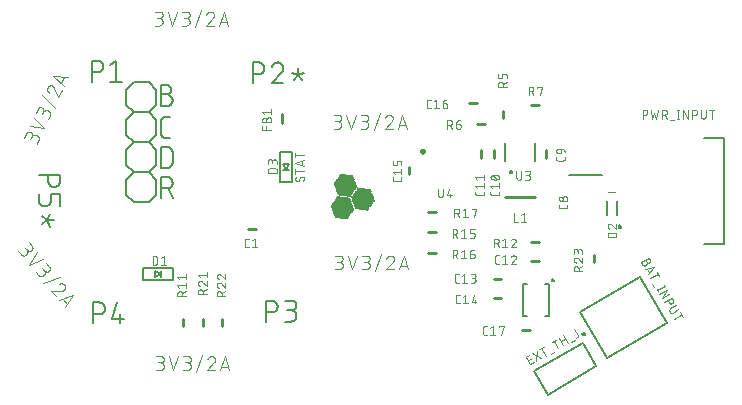
<source format=gbr>
G04 EAGLE Gerber RS-274X export*
G75*
%MOMM*%
%FSLAX34Y34*%
%LPD*%
%INSilkscreen Top*%
%IPPOS*%
%AMOC8*
5,1,8,0,0,1.08239X$1,22.5*%
G01*
%ADD10R,0.751331X0.014731*%
%ADD11R,0.883919X0.014731*%
%ADD12R,1.001775X0.014731*%
%ADD13R,1.119631X0.014731*%
%ADD14R,1.134363X0.014731*%
%ADD15R,1.149094X0.014731*%
%ADD16R,1.163825X0.014731*%
%ADD17R,1.178556X0.014731*%
%ADD18R,1.193288X0.014731*%
%ADD19R,1.222756X0.014731*%
%ADD20R,1.237488X0.014731*%
%ADD21R,1.266950X0.014731*%
%ADD22R,1.281681X0.014731*%
%ADD23R,1.311144X0.014731*%
%ADD24R,1.325881X0.014731*%
%ADD25R,1.355344X0.014731*%
%ADD26R,1.370075X0.014731*%
%ADD27R,1.384806X0.014731*%
%ADD28R,1.399538X0.014731*%
%ADD29R,1.414275X0.014731*%
%ADD30R,1.443738X0.014731*%
%ADD31R,1.458469X0.014731*%
%ADD32R,1.487931X0.014731*%
%ADD33R,1.502663X0.014731*%
%ADD34R,1.517394X0.014731*%
%ADD35R,1.532125X0.014731*%
%ADD36R,1.546856X0.014731*%
%ADD37R,1.576319X0.014731*%
%ADD38R,1.605788X0.014731*%
%ADD39R,1.620519X0.014731*%
%ADD40R,1.649981X0.014731*%
%ADD41R,1.664713X0.014731*%
%ADD42R,1.694175X0.014731*%
%ADD43R,1.708913X0.014731*%
%ADD44R,1.738375X0.014731*%
%ADD45R,1.753106X0.014731*%
%ADD46R,1.767838X0.014731*%
%ADD47R,1.782569X0.014731*%
%ADD48R,1.797306X0.014731*%
%ADD49R,0.117856X0.014731*%
%ADD50R,1.826769X0.014731*%
%ADD51R,0.235713X0.014731*%
%ADD52R,0.353569X0.014731*%
%ADD53R,1.856231X0.014731*%
%ADD54R,0.486156X0.014731*%
%ADD55R,1.870963X0.014731*%
%ADD56R,0.604013X0.014731*%
%ADD57R,0.721869X0.014731*%
%ADD58R,1.885694X0.014731*%
%ADD59R,0.839719X0.014731*%
%ADD60R,0.972306X0.014731*%
%ADD61R,1.090169X0.014731*%
%ADD62R,1.208025X0.014731*%
%ADD63R,1.252219X0.014731*%
%ADD64R,1.296412X0.014731*%
%ADD65R,1.340612X0.014731*%
%ADD66R,1.826763X0.014731*%
%ADD67R,1.414269X0.014731*%
%ADD68R,1.812031X0.014731*%
%ADD69R,1.429000X0.014731*%
%ADD70R,1.458462X0.014731*%
%ADD71R,1.473200X0.014731*%
%ADD72R,1.723644X0.014731*%
%ADD73R,1.694181X0.014731*%
%ADD74R,1.679450X0.014731*%
%ADD75R,1.561594X0.014731*%
%ADD76R,1.576325X0.014731*%
%ADD77R,1.591056X0.014731*%
%ADD78R,1.635250X0.014731*%
%ADD79R,1.561588X0.014731*%
%ADD80R,1.443731X0.014731*%
%ADD81R,1.797300X0.014731*%
%ADD82R,1.841500X0.014731*%
%ADD83R,1.311150X0.014731*%
%ADD84R,1.296419X0.014731*%
%ADD85R,1.193294X0.014731*%
%ADD86R,0.957575X0.014731*%
%ADD87R,0.589281X0.014731*%
%ADD88R,0.471425X0.014731*%
%ADD89R,0.220975X0.014731*%
%ADD90R,1.812038X0.014731*%
%ADD91R,0.103119X0.014731*%
%ADD92R,0.029463X0.014731*%
%ADD93R,0.162050X0.014731*%
%ADD94R,0.265175X0.014731*%
%ADD95R,0.397763X0.014731*%
%ADD96R,0.515619X0.014731*%
%ADD97R,0.648206X0.014731*%
%ADD98R,1.679444X0.014731*%
%ADD99R,1.016506X0.014731*%
%ADD100R,1.104900X0.014731*%
%ADD101R,1.222750X0.014731*%
%ADD102R,1.434338X0.014731*%
%ADD103R,1.208019X0.014731*%
%ADD104R,0.987044X0.014731*%
%ADD105R,0.854456X0.014731*%
%ADD106R,0.618744X0.014731*%
%ADD107R,0.500888X0.014731*%
%ADD108R,0.368300X0.014731*%
%ADD109R,0.132587X0.014731*%
%ADD110R,0.014731X0.014731*%
%ADD111R,1.664719X0.014731*%
%ADD112R,1.075438X0.014731*%
%ADD113R,0.942844X0.014731*%
%ADD114R,0.707131X0.014731*%
%ADD115R,0.456694X0.014731*%
%ADD116R,0.088388X0.014731*%
%ADD117C,0.152400*%
%ADD118C,0.101600*%
%ADD119C,0.076200*%
%ADD120C,0.127000*%
%ADD121C,0.254000*%
%ADD122C,0.200000*%
%ADD123C,0.050000*%
%ADD124C,0.050800*%
%ADD125C,0.250000*%


D10*
X-22597Y64395D03*
D11*
X-23113Y64543D03*
D12*
X-23555Y64690D03*
D13*
X-23997Y64837D03*
D14*
X-24070Y64985D03*
D15*
X-23997Y65132D03*
D16*
X-23923Y65279D03*
D17*
X-23997Y65427D03*
D18*
X-23923Y65574D03*
D19*
X-23923Y65721D03*
D20*
X-23849Y65869D03*
X-23849Y66016D03*
D21*
X-23849Y66163D03*
D22*
X-23776Y66311D03*
D23*
X-23776Y66458D03*
X-23776Y66605D03*
D24*
X-23702Y66752D03*
D25*
X-23702Y66900D03*
D26*
X-23628Y67047D03*
D27*
X-23702Y67194D03*
D28*
X-23628Y67342D03*
D29*
X-23555Y67489D03*
D30*
X-23555Y67636D03*
X-23555Y67784D03*
D31*
X-23481Y67931D03*
D32*
X-23481Y68078D03*
D33*
X-23407Y68226D03*
D34*
X-23481Y68373D03*
D35*
X-23407Y68520D03*
D36*
X-23334Y68668D03*
D37*
X-23334Y68815D03*
X-23334Y68962D03*
D38*
X-23334Y69110D03*
D39*
X-23260Y69257D03*
X-23260Y69404D03*
D40*
X-23260Y69552D03*
D41*
X-23186Y69699D03*
D42*
X-23186Y69846D03*
X-23186Y69994D03*
D43*
X-23113Y70141D03*
D44*
X-23113Y70288D03*
D45*
X-23039Y70435D03*
D46*
X-23113Y70583D03*
D47*
X-23039Y70730D03*
D48*
X-22965Y70877D03*
D49*
X-2488Y70877D03*
D50*
X-22965Y71025D03*
D51*
X-3077Y71025D03*
D50*
X-22965Y71172D03*
D52*
X-3519Y71172D03*
D53*
X-22965Y71319D03*
D54*
X-4035Y71319D03*
D55*
X-22892Y71467D03*
D56*
X-4477Y71467D03*
D55*
X-22892Y71614D03*
D57*
X-5066Y71614D03*
D58*
X-22965Y71761D03*
D59*
X-5508Y71761D03*
D58*
X-22965Y71909D03*
D60*
X-6024Y71909D03*
D55*
X-23039Y72056D03*
D61*
X-6466Y72056D03*
D58*
X-23113Y72203D03*
D13*
X-6613Y72203D03*
D58*
X-23113Y72351D03*
D15*
X-6613Y72351D03*
D58*
X-23260Y72498D03*
D16*
X-6539Y72498D03*
D58*
X-23260Y72645D03*
D17*
X-6466Y72645D03*
D55*
X-23334Y72793D03*
D18*
X-6539Y72793D03*
D58*
X-23407Y72940D03*
D62*
X-6466Y72940D03*
D58*
X-23407Y73087D03*
D20*
X-6466Y73087D03*
D58*
X-23555Y73235D03*
D63*
X-6392Y73235D03*
D58*
X-23555Y73382D03*
D63*
X-6392Y73382D03*
D55*
X-23628Y73529D03*
D22*
X-6392Y73529D03*
D58*
X-23702Y73677D03*
D64*
X-6318Y73677D03*
D58*
X-23702Y73824D03*
D24*
X-6318Y73824D03*
D58*
X-23849Y73971D03*
D24*
X-6318Y73971D03*
D58*
X-23849Y74118D03*
D65*
X-6245Y74118D03*
D55*
X-23923Y74266D03*
D26*
X-6245Y74266D03*
D53*
X-23849Y74413D03*
D27*
X-6171Y74413D03*
D53*
X-23849Y74560D03*
D28*
X-6245Y74560D03*
D66*
X-23849Y74708D03*
D67*
X-6171Y74708D03*
D68*
X-23776Y74855D03*
D69*
X-6097Y74855D03*
D47*
X-23776Y75002D03*
D70*
X-6097Y75002D03*
D47*
X-23776Y75150D03*
D70*
X-6097Y75150D03*
D46*
X-23702Y75297D03*
D71*
X-6024Y75297D03*
D44*
X-23702Y75444D03*
D33*
X-6024Y75444D03*
D72*
X-23628Y75592D03*
D33*
X-6024Y75592D03*
D43*
X-23702Y75739D03*
D35*
X-6024Y75739D03*
D73*
X-23628Y75886D03*
D36*
X-5950Y75886D03*
D74*
X-23555Y76034D03*
D75*
X-5876Y76034D03*
D40*
X-23555Y76181D03*
D76*
X-5950Y76181D03*
D40*
X-23555Y76328D03*
D77*
X-5876Y76328D03*
D78*
X-23481Y76476D03*
D39*
X-5876Y76476D03*
D38*
X-23481Y76623D03*
D78*
X-5803Y76623D03*
D38*
X-23481Y76770D03*
D78*
X-5803Y76770D03*
D76*
X-23481Y76918D03*
D41*
X-5803Y76918D03*
D79*
X-23407Y77065D03*
D74*
X-5729Y77065D03*
D36*
X-23334Y77212D03*
D43*
X-5729Y77212D03*
D35*
X-23407Y77360D03*
D43*
X-5729Y77360D03*
D34*
X-23334Y77507D03*
D72*
X-5655Y77507D03*
D32*
X-23334Y77654D03*
D45*
X-5655Y77654D03*
D71*
X-23260Y77801D03*
D46*
X-5582Y77801D03*
D71*
X-23260Y77949D03*
D47*
X-5655Y77949D03*
D80*
X-23260Y78096D03*
D81*
X-5582Y78096D03*
D69*
X-23186Y78243D03*
D68*
X-5508Y78243D03*
D28*
X-23186Y78391D03*
D82*
X-5508Y78391D03*
D28*
X-23186Y78538D03*
D82*
X-5508Y78538D03*
D27*
X-23113Y78685D03*
D55*
X-5508Y78685D03*
D25*
X-23113Y78833D03*
D58*
X-5434Y78833D03*
D65*
X-23039Y78980D03*
D55*
X-5508Y78980D03*
D24*
X-23113Y79127D03*
D58*
X-5582Y79127D03*
D83*
X-23039Y79275D03*
D58*
X-5582Y79275D03*
D84*
X-22965Y79422D03*
D55*
X-5655Y79422D03*
D21*
X-22965Y79569D03*
D58*
X-5729Y79569D03*
D21*
X-22965Y79717D03*
D58*
X-5729Y79717D03*
D63*
X-22892Y79864D03*
D58*
X-5876Y79864D03*
D19*
X-22892Y80011D03*
D58*
X-5876Y80011D03*
D62*
X-22818Y80159D03*
D55*
X-5950Y80159D03*
D85*
X-22892Y80306D03*
D58*
X-6024Y80306D03*
D17*
X-22818Y80453D03*
D58*
X-6024Y80453D03*
D16*
X-22744Y80601D03*
D58*
X-6171Y80601D03*
D15*
X-22818Y80748D03*
D58*
X-6171Y80748D03*
D14*
X-22744Y80895D03*
D55*
X-6245Y80895D03*
D61*
X-22818Y81043D03*
D58*
X-6318Y81043D03*
D86*
X-23334Y81190D03*
D58*
X-6318Y81190D03*
D59*
X-23923Y81337D03*
D58*
X-6466Y81337D03*
D57*
X-24365Y81484D03*
D58*
X-6466Y81484D03*
D87*
X-24881Y81632D03*
D53*
X-6466Y81632D03*
D88*
X-25323Y81779D03*
D82*
X-6392Y81779D03*
D52*
X-25912Y81926D03*
D82*
X-6392Y81926D03*
D89*
X-26427Y82074D03*
D90*
X-6392Y82074D03*
D91*
X-26869Y82221D03*
D48*
X-6318Y82221D03*
D92*
X-17073Y82368D03*
D47*
X-6392Y82368D03*
D93*
X-17588Y82516D03*
D46*
X-6318Y82516D03*
D94*
X-18104Y82663D03*
D45*
X-6245Y82663D03*
D95*
X-18619Y82810D03*
D72*
X-6245Y82810D03*
D96*
X-19061Y82958D03*
D72*
X-6245Y82958D03*
D97*
X-19577Y83105D03*
D73*
X-6245Y83105D03*
D10*
X-20093Y83252D03*
D98*
X-6171Y83252D03*
D11*
X-20608Y83400D03*
D41*
X-6097Y83400D03*
D99*
X-21124Y83547D03*
D40*
X-6171Y83547D03*
D100*
X-21566Y83694D03*
D78*
X-6097Y83694D03*
D14*
X-21566Y83842D03*
D39*
X-6024Y83842D03*
D15*
X-21492Y83989D03*
D77*
X-6024Y83989D03*
D16*
X-21419Y84136D03*
D77*
X-6024Y84136D03*
D17*
X-21492Y84284D03*
D79*
X-6024Y84284D03*
D18*
X-21419Y84431D03*
D36*
X-5950Y84431D03*
D101*
X-21419Y84578D03*
D35*
X-5876Y84578D03*
D20*
X-21345Y84726D03*
D34*
X-5950Y84726D03*
D20*
X-21345Y84873D03*
D33*
X-5876Y84873D03*
D21*
X-21345Y85020D03*
D71*
X-5876Y85020D03*
D22*
X-21271Y85167D03*
D31*
X-5803Y85167D03*
D23*
X-21271Y85315D03*
D31*
X-5803Y85315D03*
D23*
X-21271Y85462D03*
D102*
X-5839Y85462D03*
D24*
X-21198Y85609D03*
D67*
X-5729Y85609D03*
D25*
X-21198Y85757D03*
D27*
X-5729Y85757D03*
D26*
X-21124Y85904D03*
D27*
X-5729Y85904D03*
X-21198Y86051D03*
D26*
X-5655Y86051D03*
D28*
X-21124Y86199D03*
D65*
X-5655Y86199D03*
D67*
X-21050Y86346D03*
D65*
X-5655Y86346D03*
D30*
X-21050Y86493D03*
D83*
X-5655Y86493D03*
D30*
X-21050Y86641D03*
D64*
X-5582Y86641D03*
D71*
X-21050Y86788D03*
D22*
X-5508Y86788D03*
D32*
X-20977Y86935D03*
D21*
X-5582Y86935D03*
D33*
X-20903Y87083D03*
D63*
X-5508Y87083D03*
D34*
X-20977Y87230D03*
D19*
X-5508Y87230D03*
D35*
X-20903Y87377D03*
D103*
X-5434Y87377D03*
D79*
X-20903Y87525D03*
D103*
X-5434Y87525D03*
D37*
X-20829Y87672D03*
D17*
X-5434Y87672D03*
D37*
X-20829Y87819D03*
D16*
X-5361Y87819D03*
D38*
X-20829Y87967D03*
D15*
X-5287Y87967D03*
D39*
X-20756Y88114D03*
D14*
X-5361Y88114D03*
D39*
X-20756Y88261D03*
D100*
X-5361Y88261D03*
D40*
X-20756Y88409D03*
D104*
X-5803Y88409D03*
D41*
X-20682Y88556D03*
D105*
X-6318Y88556D03*
D42*
X-20682Y88703D03*
D10*
X-6834Y88703D03*
D42*
X-20682Y88850D03*
D106*
X-7350Y88850D03*
D43*
X-20608Y88998D03*
D107*
X-7791Y88998D03*
D44*
X-20608Y89145D03*
D108*
X-8307Y89145D03*
D45*
X-20535Y89292D03*
D94*
X-8823Y89292D03*
D46*
X-20608Y89440D03*
D109*
X-9338Y89440D03*
D47*
X-20535Y89587D03*
D110*
X-9780Y89587D03*
D48*
X-20461Y89734D03*
D50*
X-20461Y89882D03*
X-20461Y90029D03*
D53*
X-20461Y90176D03*
D55*
X-20387Y90324D03*
X-20387Y90471D03*
D58*
X-20461Y90618D03*
X-20461Y90766D03*
X-20608Y90913D03*
X-20608Y91060D03*
D55*
X-20682Y91208D03*
D58*
X-20756Y91355D03*
X-20756Y91502D03*
X-20903Y91650D03*
X-20903Y91797D03*
D55*
X-20977Y91944D03*
D58*
X-21050Y92092D03*
X-21050Y92239D03*
D55*
X-21124Y92386D03*
D58*
X-21198Y92533D03*
X-21198Y92681D03*
X-21345Y92828D03*
X-21345Y92975D03*
D55*
X-21419Y93123D03*
D53*
X-21345Y93270D03*
X-21345Y93417D03*
D66*
X-21345Y93565D03*
D68*
X-21271Y93712D03*
D47*
X-21271Y93859D03*
X-21271Y94007D03*
D46*
X-21198Y94154D03*
D44*
X-21198Y94301D03*
D72*
X-21124Y94449D03*
D43*
X-21198Y94596D03*
D73*
X-21124Y94743D03*
D74*
X-21050Y94891D03*
D111*
X-21124Y95038D03*
D40*
X-21050Y95185D03*
D39*
X-21050Y95333D03*
D38*
X-20977Y95480D03*
X-20977Y95627D03*
D76*
X-20977Y95775D03*
D79*
X-20903Y95922D03*
D35*
X-20903Y96069D03*
X-20903Y96216D03*
D34*
X-20829Y96364D03*
D32*
X-20829Y96511D03*
D71*
X-20756Y96658D03*
X-20756Y96806D03*
D80*
X-20756Y96953D03*
D69*
X-20682Y97100D03*
D28*
X-20682Y97248D03*
X-20682Y97395D03*
D27*
X-20608Y97542D03*
D25*
X-20608Y97690D03*
D65*
X-20535Y97837D03*
D24*
X-20608Y97984D03*
D83*
X-20535Y98132D03*
D84*
X-20461Y98279D03*
D21*
X-20461Y98426D03*
X-20461Y98574D03*
D20*
X-20461Y98721D03*
D19*
X-20387Y98868D03*
D62*
X-20314Y99016D03*
D85*
X-20387Y99163D03*
D17*
X-20314Y99310D03*
D15*
X-20314Y99458D03*
X-20314Y99605D03*
D14*
X-20240Y99752D03*
D112*
X-20387Y99899D03*
D113*
X-20903Y100047D03*
D59*
X-21419Y100194D03*
D114*
X-21934Y100341D03*
D87*
X-22376Y100489D03*
D115*
X-22892Y100636D03*
D52*
X-23407Y100783D03*
D89*
X-23923Y100931D03*
D116*
X-24439Y101078D03*
D49*
X-19938Y63550D03*
D51*
X-20527Y63697D03*
D52*
X-20969Y63844D03*
D54*
X-21485Y63991D03*
D56*
X-21927Y64139D03*
D57*
X-22516Y64286D03*
D59*
X-22958Y64433D03*
D60*
X-23473Y64581D03*
D61*
X-23915Y64728D03*
D13*
X-24063Y64875D03*
D117*
X-235776Y180150D02*
X-235776Y197930D01*
X-230837Y197930D01*
X-230697Y197928D01*
X-230558Y197922D01*
X-230418Y197912D01*
X-230279Y197898D01*
X-230140Y197881D01*
X-230002Y197859D01*
X-229865Y197833D01*
X-229728Y197804D01*
X-229592Y197771D01*
X-229458Y197734D01*
X-229324Y197693D01*
X-229192Y197648D01*
X-229060Y197599D01*
X-228931Y197547D01*
X-228803Y197492D01*
X-228676Y197432D01*
X-228551Y197369D01*
X-228428Y197303D01*
X-228307Y197233D01*
X-228188Y197160D01*
X-228071Y197083D01*
X-227957Y197003D01*
X-227844Y196920D01*
X-227734Y196834D01*
X-227627Y196744D01*
X-227522Y196652D01*
X-227420Y196557D01*
X-227320Y196459D01*
X-227223Y196358D01*
X-227129Y196254D01*
X-227039Y196148D01*
X-226951Y196039D01*
X-226866Y195928D01*
X-226785Y195814D01*
X-226706Y195699D01*
X-226631Y195581D01*
X-226560Y195461D01*
X-226492Y195338D01*
X-226427Y195215D01*
X-226366Y195089D01*
X-226308Y194961D01*
X-226254Y194833D01*
X-226204Y194702D01*
X-226157Y194570D01*
X-226114Y194437D01*
X-226075Y194303D01*
X-226040Y194168D01*
X-226009Y194032D01*
X-225981Y193894D01*
X-225958Y193757D01*
X-225938Y193618D01*
X-225922Y193479D01*
X-225910Y193340D01*
X-225902Y193201D01*
X-225898Y193061D01*
X-225898Y192921D01*
X-225902Y192781D01*
X-225910Y192642D01*
X-225922Y192503D01*
X-225938Y192364D01*
X-225958Y192225D01*
X-225981Y192088D01*
X-226009Y191950D01*
X-226040Y191814D01*
X-226075Y191679D01*
X-226114Y191545D01*
X-226157Y191412D01*
X-226204Y191280D01*
X-226254Y191149D01*
X-226308Y191021D01*
X-226366Y190893D01*
X-226427Y190767D01*
X-226492Y190644D01*
X-226560Y190522D01*
X-226631Y190401D01*
X-226706Y190283D01*
X-226785Y190168D01*
X-226866Y190054D01*
X-226951Y189943D01*
X-227039Y189834D01*
X-227129Y189728D01*
X-227223Y189624D01*
X-227320Y189523D01*
X-227420Y189425D01*
X-227522Y189330D01*
X-227627Y189238D01*
X-227734Y189148D01*
X-227844Y189062D01*
X-227957Y188979D01*
X-228071Y188899D01*
X-228188Y188822D01*
X-228307Y188749D01*
X-228428Y188679D01*
X-228551Y188613D01*
X-228676Y188550D01*
X-228803Y188490D01*
X-228931Y188435D01*
X-229060Y188383D01*
X-229192Y188334D01*
X-229324Y188289D01*
X-229458Y188248D01*
X-229592Y188211D01*
X-229728Y188178D01*
X-229865Y188149D01*
X-230002Y188123D01*
X-230140Y188101D01*
X-230279Y188084D01*
X-230418Y188070D01*
X-230558Y188060D01*
X-230697Y188054D01*
X-230837Y188052D01*
X-235776Y188052D01*
X-219780Y193978D02*
X-214842Y197930D01*
X-214842Y180150D01*
X-219780Y180150D02*
X-209903Y180150D01*
X-99251Y178562D02*
X-99251Y196342D01*
X-94312Y196342D01*
X-94172Y196340D01*
X-94033Y196334D01*
X-93893Y196324D01*
X-93754Y196310D01*
X-93615Y196293D01*
X-93477Y196271D01*
X-93340Y196245D01*
X-93203Y196216D01*
X-93067Y196183D01*
X-92933Y196146D01*
X-92799Y196105D01*
X-92667Y196060D01*
X-92535Y196011D01*
X-92406Y195959D01*
X-92278Y195904D01*
X-92151Y195844D01*
X-92026Y195781D01*
X-91903Y195715D01*
X-91782Y195645D01*
X-91663Y195572D01*
X-91546Y195495D01*
X-91432Y195415D01*
X-91319Y195332D01*
X-91209Y195246D01*
X-91102Y195156D01*
X-90997Y195064D01*
X-90895Y194969D01*
X-90795Y194871D01*
X-90698Y194770D01*
X-90604Y194666D01*
X-90514Y194560D01*
X-90426Y194451D01*
X-90341Y194340D01*
X-90260Y194226D01*
X-90181Y194111D01*
X-90106Y193993D01*
X-90035Y193873D01*
X-89967Y193750D01*
X-89902Y193627D01*
X-89841Y193501D01*
X-89783Y193373D01*
X-89729Y193245D01*
X-89679Y193114D01*
X-89632Y192982D01*
X-89589Y192849D01*
X-89550Y192715D01*
X-89515Y192580D01*
X-89484Y192444D01*
X-89456Y192306D01*
X-89433Y192169D01*
X-89413Y192030D01*
X-89397Y191891D01*
X-89385Y191752D01*
X-89377Y191613D01*
X-89373Y191473D01*
X-89373Y191333D01*
X-89377Y191193D01*
X-89385Y191054D01*
X-89397Y190915D01*
X-89413Y190776D01*
X-89433Y190637D01*
X-89456Y190500D01*
X-89484Y190362D01*
X-89515Y190226D01*
X-89550Y190091D01*
X-89589Y189957D01*
X-89632Y189824D01*
X-89679Y189692D01*
X-89729Y189561D01*
X-89783Y189433D01*
X-89841Y189305D01*
X-89902Y189179D01*
X-89967Y189056D01*
X-90035Y188934D01*
X-90106Y188813D01*
X-90181Y188695D01*
X-90260Y188580D01*
X-90341Y188466D01*
X-90426Y188355D01*
X-90514Y188246D01*
X-90604Y188140D01*
X-90698Y188036D01*
X-90795Y187935D01*
X-90895Y187837D01*
X-90997Y187742D01*
X-91102Y187650D01*
X-91209Y187560D01*
X-91319Y187474D01*
X-91432Y187391D01*
X-91546Y187311D01*
X-91663Y187234D01*
X-91782Y187161D01*
X-91903Y187091D01*
X-92026Y187025D01*
X-92151Y186962D01*
X-92278Y186902D01*
X-92406Y186847D01*
X-92535Y186795D01*
X-92667Y186746D01*
X-92799Y186701D01*
X-92933Y186660D01*
X-93067Y186623D01*
X-93203Y186590D01*
X-93340Y186561D01*
X-93477Y186535D01*
X-93615Y186513D01*
X-93754Y186496D01*
X-93893Y186482D01*
X-94033Y186472D01*
X-94172Y186466D01*
X-94312Y186464D01*
X-99251Y186464D01*
X-77823Y196342D02*
X-77691Y196340D01*
X-77560Y196334D01*
X-77428Y196324D01*
X-77297Y196311D01*
X-77167Y196293D01*
X-77037Y196272D01*
X-76907Y196247D01*
X-76779Y196218D01*
X-76651Y196185D01*
X-76525Y196148D01*
X-76399Y196108D01*
X-76275Y196064D01*
X-76152Y196016D01*
X-76031Y195965D01*
X-75911Y195910D01*
X-75793Y195852D01*
X-75677Y195790D01*
X-75563Y195724D01*
X-75450Y195656D01*
X-75340Y195584D01*
X-75232Y195509D01*
X-75126Y195430D01*
X-75022Y195349D01*
X-74921Y195264D01*
X-74823Y195177D01*
X-74727Y195086D01*
X-74634Y194993D01*
X-74543Y194897D01*
X-74456Y194799D01*
X-74371Y194698D01*
X-74290Y194594D01*
X-74211Y194488D01*
X-74136Y194380D01*
X-74064Y194270D01*
X-73996Y194157D01*
X-73930Y194043D01*
X-73868Y193927D01*
X-73810Y193809D01*
X-73755Y193689D01*
X-73704Y193568D01*
X-73656Y193445D01*
X-73612Y193321D01*
X-73572Y193195D01*
X-73535Y193069D01*
X-73502Y192941D01*
X-73473Y192813D01*
X-73448Y192683D01*
X-73427Y192553D01*
X-73409Y192423D01*
X-73396Y192292D01*
X-73386Y192160D01*
X-73380Y192029D01*
X-73378Y191897D01*
X-77823Y196342D02*
X-77973Y196340D01*
X-78122Y196334D01*
X-78271Y196324D01*
X-78420Y196311D01*
X-78569Y196293D01*
X-78717Y196272D01*
X-78865Y196246D01*
X-79011Y196217D01*
X-79157Y196184D01*
X-79302Y196147D01*
X-79446Y196106D01*
X-79589Y196062D01*
X-79731Y196014D01*
X-79871Y195962D01*
X-80010Y195907D01*
X-80148Y195848D01*
X-80283Y195785D01*
X-80418Y195719D01*
X-80550Y195649D01*
X-80680Y195576D01*
X-80809Y195499D01*
X-80936Y195419D01*
X-81060Y195336D01*
X-81182Y195250D01*
X-81302Y195160D01*
X-81419Y195067D01*
X-81534Y194972D01*
X-81647Y194873D01*
X-81757Y194771D01*
X-81864Y194667D01*
X-81968Y194560D01*
X-82070Y194450D01*
X-82168Y194337D01*
X-82264Y194222D01*
X-82356Y194104D01*
X-82446Y193984D01*
X-82532Y193862D01*
X-82615Y193738D01*
X-82695Y193611D01*
X-82771Y193483D01*
X-82844Y193352D01*
X-82914Y193219D01*
X-82980Y193085D01*
X-83042Y192949D01*
X-83101Y192812D01*
X-83157Y192673D01*
X-83208Y192532D01*
X-83256Y192391D01*
X-74860Y188440D02*
X-74764Y188533D01*
X-74672Y188629D01*
X-74582Y188728D01*
X-74495Y188829D01*
X-74411Y188932D01*
X-74329Y189037D01*
X-74251Y189145D01*
X-74176Y189255D01*
X-74103Y189367D01*
X-74034Y189481D01*
X-73968Y189597D01*
X-73906Y189715D01*
X-73847Y189834D01*
X-73791Y189955D01*
X-73738Y190078D01*
X-73689Y190202D01*
X-73644Y190327D01*
X-73601Y190454D01*
X-73563Y190581D01*
X-73528Y190710D01*
X-73497Y190839D01*
X-73469Y190970D01*
X-73445Y191101D01*
X-73424Y191233D01*
X-73408Y191365D01*
X-73395Y191498D01*
X-73385Y191631D01*
X-73380Y191764D01*
X-73378Y191897D01*
X-74859Y188440D02*
X-83255Y178562D01*
X-73378Y178562D01*
X-61008Y185476D02*
X-61008Y191403D01*
X-61008Y185476D02*
X-57551Y181031D01*
X-61008Y185476D02*
X-64465Y181031D01*
X-61008Y185476D02*
X-55575Y187452D01*
X-61008Y185476D02*
X-66441Y187452D01*
X-262446Y100838D02*
X-280226Y100838D01*
X-262446Y100838D02*
X-262446Y95899D01*
X-262445Y95899D02*
X-262447Y95759D01*
X-262453Y95620D01*
X-262463Y95480D01*
X-262477Y95341D01*
X-262494Y95202D01*
X-262516Y95064D01*
X-262542Y94927D01*
X-262571Y94790D01*
X-262604Y94654D01*
X-262641Y94520D01*
X-262682Y94386D01*
X-262727Y94254D01*
X-262776Y94122D01*
X-262828Y93993D01*
X-262883Y93865D01*
X-262943Y93738D01*
X-263006Y93613D01*
X-263072Y93490D01*
X-263142Y93369D01*
X-263215Y93250D01*
X-263292Y93133D01*
X-263372Y93019D01*
X-263455Y92906D01*
X-263541Y92796D01*
X-263631Y92689D01*
X-263723Y92584D01*
X-263818Y92482D01*
X-263916Y92382D01*
X-264017Y92285D01*
X-264121Y92191D01*
X-264227Y92101D01*
X-264336Y92013D01*
X-264447Y91928D01*
X-264561Y91847D01*
X-264676Y91768D01*
X-264794Y91693D01*
X-264915Y91622D01*
X-265037Y91554D01*
X-265160Y91489D01*
X-265286Y91428D01*
X-265414Y91370D01*
X-265542Y91316D01*
X-265673Y91266D01*
X-265805Y91219D01*
X-265938Y91176D01*
X-266072Y91137D01*
X-266207Y91102D01*
X-266343Y91071D01*
X-266481Y91043D01*
X-266618Y91020D01*
X-266757Y91000D01*
X-266896Y90984D01*
X-267035Y90972D01*
X-267174Y90964D01*
X-267314Y90960D01*
X-267454Y90960D01*
X-267594Y90964D01*
X-267733Y90972D01*
X-267872Y90984D01*
X-268011Y91000D01*
X-268150Y91020D01*
X-268287Y91043D01*
X-268425Y91071D01*
X-268561Y91102D01*
X-268696Y91137D01*
X-268830Y91176D01*
X-268963Y91219D01*
X-269095Y91266D01*
X-269226Y91316D01*
X-269354Y91370D01*
X-269482Y91428D01*
X-269608Y91489D01*
X-269731Y91554D01*
X-269854Y91622D01*
X-269974Y91693D01*
X-270092Y91768D01*
X-270207Y91847D01*
X-270321Y91928D01*
X-270432Y92013D01*
X-270541Y92101D01*
X-270647Y92191D01*
X-270751Y92285D01*
X-270852Y92382D01*
X-270950Y92482D01*
X-271045Y92584D01*
X-271137Y92689D01*
X-271227Y92796D01*
X-271313Y92906D01*
X-271396Y93019D01*
X-271476Y93133D01*
X-271553Y93250D01*
X-271626Y93369D01*
X-271696Y93490D01*
X-271762Y93613D01*
X-271825Y93738D01*
X-271885Y93865D01*
X-271940Y93993D01*
X-271992Y94122D01*
X-272041Y94254D01*
X-272086Y94386D01*
X-272127Y94520D01*
X-272164Y94654D01*
X-272197Y94790D01*
X-272226Y94927D01*
X-272252Y95064D01*
X-272274Y95202D01*
X-272291Y95341D01*
X-272305Y95480D01*
X-272315Y95620D01*
X-272321Y95759D01*
X-272323Y95899D01*
X-272323Y100838D01*
X-280226Y84843D02*
X-280226Y78916D01*
X-280225Y78916D02*
X-280223Y78792D01*
X-280217Y78668D01*
X-280207Y78544D01*
X-280194Y78421D01*
X-280176Y78298D01*
X-280155Y78176D01*
X-280130Y78054D01*
X-280101Y77933D01*
X-280068Y77814D01*
X-280032Y77695D01*
X-279991Y77578D01*
X-279948Y77462D01*
X-279900Y77347D01*
X-279849Y77234D01*
X-279794Y77122D01*
X-279736Y77013D01*
X-279675Y76905D01*
X-279610Y76799D01*
X-279542Y76695D01*
X-279470Y76594D01*
X-279396Y76494D01*
X-279318Y76398D01*
X-279238Y76303D01*
X-279154Y76211D01*
X-279068Y76122D01*
X-278979Y76036D01*
X-278887Y75952D01*
X-278792Y75872D01*
X-278696Y75794D01*
X-278596Y75720D01*
X-278495Y75648D01*
X-278391Y75580D01*
X-278285Y75515D01*
X-278177Y75454D01*
X-278068Y75396D01*
X-277956Y75341D01*
X-277843Y75290D01*
X-277728Y75242D01*
X-277612Y75199D01*
X-277495Y75158D01*
X-277376Y75122D01*
X-277257Y75089D01*
X-277136Y75060D01*
X-277014Y75035D01*
X-276892Y75014D01*
X-276769Y74996D01*
X-276646Y74983D01*
X-276522Y74973D01*
X-276398Y74967D01*
X-276274Y74965D01*
X-274299Y74965D01*
X-274175Y74967D01*
X-274051Y74973D01*
X-273927Y74983D01*
X-273804Y74996D01*
X-273681Y75014D01*
X-273559Y75035D01*
X-273437Y75060D01*
X-273316Y75089D01*
X-273197Y75122D01*
X-273078Y75158D01*
X-272961Y75199D01*
X-272845Y75242D01*
X-272730Y75290D01*
X-272617Y75341D01*
X-272505Y75396D01*
X-272396Y75454D01*
X-272288Y75515D01*
X-272182Y75580D01*
X-272078Y75648D01*
X-271977Y75720D01*
X-271877Y75794D01*
X-271781Y75872D01*
X-271686Y75952D01*
X-271594Y76036D01*
X-271505Y76122D01*
X-271419Y76211D01*
X-271335Y76303D01*
X-271255Y76398D01*
X-271177Y76494D01*
X-271103Y76594D01*
X-271031Y76695D01*
X-270963Y76799D01*
X-270898Y76905D01*
X-270837Y77013D01*
X-270779Y77122D01*
X-270724Y77234D01*
X-270673Y77347D01*
X-270625Y77462D01*
X-270582Y77578D01*
X-270541Y77695D01*
X-270505Y77814D01*
X-270472Y77933D01*
X-270443Y78054D01*
X-270418Y78176D01*
X-270397Y78298D01*
X-270379Y78421D01*
X-270366Y78544D01*
X-270356Y78668D01*
X-270350Y78792D01*
X-270348Y78916D01*
X-270348Y84843D01*
X-262446Y84843D01*
X-262446Y74965D01*
X-267384Y62595D02*
X-273311Y62595D01*
X-277756Y59138D01*
X-273311Y62595D02*
X-277756Y66053D01*
X-273311Y62595D02*
X-271336Y57163D01*
X-273311Y62595D02*
X-271336Y68028D01*
X-234188Y-6858D02*
X-234188Y-24638D01*
X-234188Y-6858D02*
X-229249Y-6858D01*
X-229109Y-6860D01*
X-228970Y-6866D01*
X-228830Y-6876D01*
X-228691Y-6890D01*
X-228552Y-6907D01*
X-228414Y-6929D01*
X-228277Y-6955D01*
X-228140Y-6984D01*
X-228004Y-7017D01*
X-227870Y-7054D01*
X-227736Y-7095D01*
X-227604Y-7140D01*
X-227472Y-7189D01*
X-227343Y-7241D01*
X-227215Y-7296D01*
X-227088Y-7356D01*
X-226963Y-7419D01*
X-226840Y-7485D01*
X-226719Y-7555D01*
X-226600Y-7628D01*
X-226483Y-7705D01*
X-226369Y-7785D01*
X-226256Y-7868D01*
X-226146Y-7954D01*
X-226039Y-8044D01*
X-225934Y-8136D01*
X-225832Y-8231D01*
X-225732Y-8329D01*
X-225635Y-8430D01*
X-225541Y-8534D01*
X-225451Y-8640D01*
X-225363Y-8749D01*
X-225278Y-8860D01*
X-225197Y-8974D01*
X-225118Y-9089D01*
X-225043Y-9207D01*
X-224972Y-9327D01*
X-224904Y-9450D01*
X-224839Y-9573D01*
X-224778Y-9699D01*
X-224720Y-9827D01*
X-224666Y-9955D01*
X-224616Y-10086D01*
X-224569Y-10218D01*
X-224526Y-10351D01*
X-224487Y-10485D01*
X-224452Y-10620D01*
X-224421Y-10756D01*
X-224393Y-10894D01*
X-224370Y-11031D01*
X-224350Y-11170D01*
X-224334Y-11309D01*
X-224322Y-11448D01*
X-224314Y-11587D01*
X-224310Y-11727D01*
X-224310Y-11867D01*
X-224314Y-12007D01*
X-224322Y-12146D01*
X-224334Y-12285D01*
X-224350Y-12424D01*
X-224370Y-12563D01*
X-224393Y-12700D01*
X-224421Y-12838D01*
X-224452Y-12974D01*
X-224487Y-13109D01*
X-224526Y-13243D01*
X-224569Y-13376D01*
X-224616Y-13508D01*
X-224666Y-13639D01*
X-224720Y-13767D01*
X-224778Y-13895D01*
X-224839Y-14021D01*
X-224904Y-14144D01*
X-224972Y-14266D01*
X-225043Y-14387D01*
X-225118Y-14505D01*
X-225197Y-14620D01*
X-225278Y-14734D01*
X-225363Y-14845D01*
X-225451Y-14954D01*
X-225541Y-15060D01*
X-225635Y-15164D01*
X-225732Y-15265D01*
X-225832Y-15363D01*
X-225934Y-15458D01*
X-226039Y-15550D01*
X-226146Y-15640D01*
X-226256Y-15726D01*
X-226369Y-15809D01*
X-226483Y-15889D01*
X-226600Y-15966D01*
X-226719Y-16039D01*
X-226840Y-16109D01*
X-226963Y-16175D01*
X-227088Y-16238D01*
X-227215Y-16298D01*
X-227343Y-16353D01*
X-227472Y-16405D01*
X-227604Y-16454D01*
X-227736Y-16499D01*
X-227870Y-16540D01*
X-228004Y-16577D01*
X-228140Y-16610D01*
X-228277Y-16639D01*
X-228414Y-16665D01*
X-228552Y-16687D01*
X-228691Y-16704D01*
X-228830Y-16718D01*
X-228970Y-16728D01*
X-229109Y-16734D01*
X-229249Y-16736D01*
X-234188Y-16736D01*
X-218193Y-20687D02*
X-214242Y-6858D01*
X-218193Y-20687D02*
X-208315Y-20687D01*
X-211279Y-16736D02*
X-211279Y-24638D01*
X-88138Y-23051D02*
X-88138Y-5271D01*
X-83199Y-5271D01*
X-83199Y-5270D02*
X-83059Y-5272D01*
X-82920Y-5278D01*
X-82780Y-5288D01*
X-82641Y-5302D01*
X-82502Y-5319D01*
X-82364Y-5341D01*
X-82227Y-5367D01*
X-82090Y-5396D01*
X-81954Y-5429D01*
X-81820Y-5466D01*
X-81686Y-5507D01*
X-81554Y-5552D01*
X-81422Y-5601D01*
X-81293Y-5653D01*
X-81165Y-5708D01*
X-81038Y-5768D01*
X-80913Y-5831D01*
X-80790Y-5897D01*
X-80669Y-5967D01*
X-80550Y-6040D01*
X-80433Y-6117D01*
X-80319Y-6197D01*
X-80206Y-6280D01*
X-80096Y-6366D01*
X-79989Y-6456D01*
X-79884Y-6548D01*
X-79782Y-6643D01*
X-79682Y-6741D01*
X-79585Y-6842D01*
X-79491Y-6946D01*
X-79401Y-7052D01*
X-79313Y-7161D01*
X-79228Y-7272D01*
X-79147Y-7386D01*
X-79068Y-7501D01*
X-78993Y-7619D01*
X-78922Y-7739D01*
X-78854Y-7862D01*
X-78789Y-7985D01*
X-78728Y-8111D01*
X-78670Y-8239D01*
X-78616Y-8367D01*
X-78566Y-8498D01*
X-78519Y-8630D01*
X-78476Y-8763D01*
X-78437Y-8897D01*
X-78402Y-9032D01*
X-78371Y-9168D01*
X-78343Y-9306D01*
X-78320Y-9443D01*
X-78300Y-9582D01*
X-78284Y-9721D01*
X-78272Y-9860D01*
X-78264Y-9999D01*
X-78260Y-10139D01*
X-78260Y-10279D01*
X-78264Y-10419D01*
X-78272Y-10558D01*
X-78284Y-10697D01*
X-78300Y-10836D01*
X-78320Y-10975D01*
X-78343Y-11112D01*
X-78371Y-11250D01*
X-78402Y-11386D01*
X-78437Y-11521D01*
X-78476Y-11655D01*
X-78519Y-11788D01*
X-78566Y-11920D01*
X-78616Y-12051D01*
X-78670Y-12179D01*
X-78728Y-12307D01*
X-78789Y-12433D01*
X-78854Y-12556D01*
X-78922Y-12678D01*
X-78993Y-12799D01*
X-79068Y-12917D01*
X-79147Y-13032D01*
X-79228Y-13146D01*
X-79313Y-13257D01*
X-79401Y-13366D01*
X-79491Y-13472D01*
X-79585Y-13576D01*
X-79682Y-13677D01*
X-79782Y-13775D01*
X-79884Y-13870D01*
X-79989Y-13962D01*
X-80096Y-14052D01*
X-80206Y-14138D01*
X-80319Y-14221D01*
X-80433Y-14301D01*
X-80550Y-14378D01*
X-80669Y-14451D01*
X-80790Y-14521D01*
X-80913Y-14587D01*
X-81038Y-14650D01*
X-81165Y-14710D01*
X-81293Y-14765D01*
X-81422Y-14817D01*
X-81554Y-14866D01*
X-81686Y-14911D01*
X-81820Y-14952D01*
X-81954Y-14989D01*
X-82090Y-15022D01*
X-82227Y-15051D01*
X-82364Y-15077D01*
X-82502Y-15099D01*
X-82641Y-15116D01*
X-82780Y-15130D01*
X-82920Y-15140D01*
X-83059Y-15146D01*
X-83199Y-15148D01*
X-88138Y-15148D01*
X-72143Y-23051D02*
X-67204Y-23051D01*
X-67064Y-23049D01*
X-66925Y-23043D01*
X-66785Y-23033D01*
X-66646Y-23019D01*
X-66507Y-23002D01*
X-66369Y-22980D01*
X-66232Y-22954D01*
X-66095Y-22925D01*
X-65959Y-22892D01*
X-65825Y-22855D01*
X-65691Y-22814D01*
X-65559Y-22769D01*
X-65427Y-22720D01*
X-65298Y-22668D01*
X-65170Y-22613D01*
X-65043Y-22553D01*
X-64918Y-22490D01*
X-64795Y-22424D01*
X-64674Y-22354D01*
X-64555Y-22281D01*
X-64438Y-22204D01*
X-64324Y-22124D01*
X-64211Y-22041D01*
X-64101Y-21955D01*
X-63994Y-21865D01*
X-63889Y-21773D01*
X-63787Y-21678D01*
X-63687Y-21580D01*
X-63590Y-21479D01*
X-63496Y-21375D01*
X-63406Y-21269D01*
X-63318Y-21160D01*
X-63233Y-21049D01*
X-63152Y-20935D01*
X-63073Y-20820D01*
X-62998Y-20702D01*
X-62927Y-20581D01*
X-62859Y-20459D01*
X-62794Y-20336D01*
X-62733Y-20210D01*
X-62675Y-20082D01*
X-62621Y-19954D01*
X-62571Y-19823D01*
X-62524Y-19691D01*
X-62481Y-19558D01*
X-62442Y-19424D01*
X-62407Y-19289D01*
X-62376Y-19153D01*
X-62348Y-19015D01*
X-62325Y-18878D01*
X-62305Y-18739D01*
X-62289Y-18600D01*
X-62277Y-18461D01*
X-62269Y-18322D01*
X-62265Y-18182D01*
X-62265Y-18042D01*
X-62269Y-17902D01*
X-62277Y-17763D01*
X-62289Y-17624D01*
X-62305Y-17485D01*
X-62325Y-17346D01*
X-62348Y-17209D01*
X-62376Y-17071D01*
X-62407Y-16935D01*
X-62442Y-16800D01*
X-62481Y-16666D01*
X-62524Y-16533D01*
X-62571Y-16401D01*
X-62621Y-16270D01*
X-62675Y-16142D01*
X-62733Y-16014D01*
X-62794Y-15888D01*
X-62859Y-15765D01*
X-62927Y-15642D01*
X-62998Y-15522D01*
X-63073Y-15404D01*
X-63152Y-15289D01*
X-63233Y-15175D01*
X-63318Y-15064D01*
X-63406Y-14955D01*
X-63496Y-14849D01*
X-63590Y-14745D01*
X-63687Y-14644D01*
X-63787Y-14546D01*
X-63889Y-14451D01*
X-63994Y-14359D01*
X-64101Y-14269D01*
X-64211Y-14183D01*
X-64324Y-14100D01*
X-64438Y-14020D01*
X-64555Y-13943D01*
X-64674Y-13870D01*
X-64795Y-13800D01*
X-64918Y-13734D01*
X-65043Y-13671D01*
X-65170Y-13611D01*
X-65298Y-13556D01*
X-65427Y-13504D01*
X-65559Y-13455D01*
X-65691Y-13410D01*
X-65825Y-13369D01*
X-65959Y-13332D01*
X-66095Y-13299D01*
X-66232Y-13270D01*
X-66369Y-13244D01*
X-66507Y-13222D01*
X-66646Y-13205D01*
X-66785Y-13191D01*
X-66925Y-13181D01*
X-67064Y-13175D01*
X-67204Y-13173D01*
X-66216Y-5271D02*
X-72143Y-5271D01*
X-66216Y-5271D02*
X-66092Y-5273D01*
X-65968Y-5279D01*
X-65844Y-5289D01*
X-65721Y-5302D01*
X-65598Y-5320D01*
X-65476Y-5341D01*
X-65354Y-5366D01*
X-65233Y-5395D01*
X-65114Y-5428D01*
X-64995Y-5464D01*
X-64878Y-5505D01*
X-64762Y-5548D01*
X-64647Y-5596D01*
X-64534Y-5647D01*
X-64422Y-5702D01*
X-64313Y-5760D01*
X-64205Y-5821D01*
X-64099Y-5886D01*
X-63995Y-5954D01*
X-63894Y-6026D01*
X-63794Y-6100D01*
X-63698Y-6178D01*
X-63603Y-6258D01*
X-63511Y-6342D01*
X-63422Y-6428D01*
X-63336Y-6517D01*
X-63252Y-6609D01*
X-63172Y-6704D01*
X-63094Y-6800D01*
X-63020Y-6900D01*
X-62948Y-7001D01*
X-62880Y-7105D01*
X-62815Y-7211D01*
X-62754Y-7319D01*
X-62696Y-7428D01*
X-62641Y-7540D01*
X-62590Y-7653D01*
X-62542Y-7768D01*
X-62499Y-7884D01*
X-62458Y-8001D01*
X-62422Y-8120D01*
X-62389Y-8239D01*
X-62360Y-8360D01*
X-62335Y-8482D01*
X-62314Y-8604D01*
X-62296Y-8727D01*
X-62283Y-8850D01*
X-62273Y-8974D01*
X-62267Y-9098D01*
X-62265Y-9222D01*
X-62267Y-9346D01*
X-62273Y-9470D01*
X-62283Y-9594D01*
X-62296Y-9717D01*
X-62314Y-9840D01*
X-62335Y-9962D01*
X-62360Y-10084D01*
X-62389Y-10205D01*
X-62422Y-10324D01*
X-62458Y-10443D01*
X-62499Y-10560D01*
X-62542Y-10676D01*
X-62590Y-10791D01*
X-62641Y-10904D01*
X-62696Y-11016D01*
X-62754Y-11125D01*
X-62815Y-11233D01*
X-62880Y-11339D01*
X-62948Y-11443D01*
X-63020Y-11544D01*
X-63094Y-11644D01*
X-63172Y-11740D01*
X-63252Y-11835D01*
X-63336Y-11927D01*
X-63422Y-12016D01*
X-63511Y-12102D01*
X-63603Y-12186D01*
X-63698Y-12266D01*
X-63794Y-12344D01*
X-63894Y-12418D01*
X-63995Y-12490D01*
X-64099Y-12558D01*
X-64205Y-12623D01*
X-64313Y-12684D01*
X-64422Y-12742D01*
X-64534Y-12797D01*
X-64647Y-12848D01*
X-64762Y-12896D01*
X-64878Y-12939D01*
X-64995Y-12980D01*
X-65114Y-13016D01*
X-65233Y-13049D01*
X-65354Y-13078D01*
X-65476Y-13103D01*
X-65598Y-13124D01*
X-65721Y-13142D01*
X-65844Y-13155D01*
X-65968Y-13165D01*
X-66092Y-13171D01*
X-66216Y-13173D01*
X-70167Y-13173D01*
X-172099Y169390D02*
X-177038Y169390D01*
X-172099Y169390D02*
X-171959Y169388D01*
X-171820Y169382D01*
X-171680Y169372D01*
X-171541Y169358D01*
X-171402Y169341D01*
X-171264Y169319D01*
X-171127Y169293D01*
X-170990Y169264D01*
X-170854Y169231D01*
X-170720Y169194D01*
X-170586Y169153D01*
X-170454Y169108D01*
X-170322Y169059D01*
X-170193Y169007D01*
X-170065Y168952D01*
X-169938Y168892D01*
X-169813Y168829D01*
X-169690Y168763D01*
X-169569Y168693D01*
X-169450Y168620D01*
X-169333Y168543D01*
X-169219Y168463D01*
X-169106Y168380D01*
X-168996Y168294D01*
X-168889Y168204D01*
X-168784Y168112D01*
X-168682Y168017D01*
X-168582Y167919D01*
X-168485Y167818D01*
X-168391Y167714D01*
X-168301Y167608D01*
X-168213Y167499D01*
X-168128Y167388D01*
X-168047Y167274D01*
X-167968Y167159D01*
X-167893Y167041D01*
X-167822Y166921D01*
X-167754Y166798D01*
X-167689Y166675D01*
X-167628Y166549D01*
X-167570Y166421D01*
X-167516Y166293D01*
X-167466Y166162D01*
X-167419Y166030D01*
X-167376Y165897D01*
X-167337Y165763D01*
X-167302Y165628D01*
X-167271Y165492D01*
X-167243Y165354D01*
X-167220Y165217D01*
X-167200Y165078D01*
X-167184Y164939D01*
X-167172Y164800D01*
X-167164Y164661D01*
X-167160Y164521D01*
X-167160Y164381D01*
X-167164Y164241D01*
X-167172Y164102D01*
X-167184Y163963D01*
X-167200Y163824D01*
X-167220Y163685D01*
X-167243Y163548D01*
X-167271Y163410D01*
X-167302Y163274D01*
X-167337Y163139D01*
X-167376Y163005D01*
X-167419Y162872D01*
X-167466Y162740D01*
X-167516Y162609D01*
X-167570Y162481D01*
X-167628Y162353D01*
X-167689Y162227D01*
X-167754Y162104D01*
X-167822Y161982D01*
X-167893Y161861D01*
X-167968Y161743D01*
X-168047Y161628D01*
X-168128Y161514D01*
X-168213Y161403D01*
X-168301Y161294D01*
X-168391Y161188D01*
X-168485Y161084D01*
X-168582Y160983D01*
X-168682Y160885D01*
X-168784Y160790D01*
X-168889Y160698D01*
X-168996Y160608D01*
X-169106Y160522D01*
X-169219Y160439D01*
X-169333Y160359D01*
X-169450Y160282D01*
X-169569Y160209D01*
X-169690Y160139D01*
X-169813Y160073D01*
X-169938Y160010D01*
X-170065Y159950D01*
X-170193Y159895D01*
X-170322Y159843D01*
X-170454Y159794D01*
X-170586Y159749D01*
X-170720Y159708D01*
X-170854Y159671D01*
X-170990Y159638D01*
X-171127Y159609D01*
X-171264Y159583D01*
X-171402Y159561D01*
X-171541Y159544D01*
X-171680Y159530D01*
X-171820Y159520D01*
X-171959Y159514D01*
X-172099Y159512D01*
X-177038Y159512D01*
X-177038Y177292D01*
X-172099Y177292D01*
X-171975Y177290D01*
X-171851Y177284D01*
X-171727Y177274D01*
X-171604Y177261D01*
X-171481Y177243D01*
X-171359Y177222D01*
X-171237Y177197D01*
X-171116Y177168D01*
X-170997Y177135D01*
X-170878Y177099D01*
X-170761Y177058D01*
X-170645Y177015D01*
X-170530Y176967D01*
X-170417Y176916D01*
X-170305Y176861D01*
X-170196Y176803D01*
X-170088Y176742D01*
X-169982Y176677D01*
X-169878Y176609D01*
X-169777Y176537D01*
X-169677Y176463D01*
X-169581Y176385D01*
X-169486Y176305D01*
X-169394Y176221D01*
X-169305Y176135D01*
X-169219Y176046D01*
X-169135Y175954D01*
X-169055Y175859D01*
X-168977Y175763D01*
X-168903Y175663D01*
X-168831Y175562D01*
X-168763Y175458D01*
X-168698Y175352D01*
X-168637Y175244D01*
X-168579Y175135D01*
X-168524Y175023D01*
X-168473Y174910D01*
X-168425Y174795D01*
X-168382Y174679D01*
X-168341Y174562D01*
X-168305Y174443D01*
X-168272Y174324D01*
X-168243Y174203D01*
X-168218Y174081D01*
X-168197Y173959D01*
X-168179Y173836D01*
X-168166Y173713D01*
X-168156Y173589D01*
X-168150Y173465D01*
X-168148Y173341D01*
X-168150Y173217D01*
X-168156Y173093D01*
X-168166Y172969D01*
X-168179Y172846D01*
X-168197Y172723D01*
X-168218Y172601D01*
X-168243Y172479D01*
X-168272Y172358D01*
X-168305Y172239D01*
X-168341Y172120D01*
X-168382Y172003D01*
X-168425Y171887D01*
X-168473Y171772D01*
X-168524Y171659D01*
X-168579Y171547D01*
X-168637Y171438D01*
X-168698Y171330D01*
X-168763Y171224D01*
X-168831Y171120D01*
X-168903Y171019D01*
X-168977Y170919D01*
X-169055Y170823D01*
X-169135Y170728D01*
X-169219Y170636D01*
X-169305Y170547D01*
X-169394Y170461D01*
X-169486Y170377D01*
X-169581Y170297D01*
X-169677Y170219D01*
X-169777Y170145D01*
X-169878Y170073D01*
X-169982Y170005D01*
X-170088Y169940D01*
X-170196Y169879D01*
X-170305Y169821D01*
X-170417Y169766D01*
X-170530Y169715D01*
X-170645Y169667D01*
X-170761Y169624D01*
X-170878Y169583D01*
X-170997Y169547D01*
X-171116Y169514D01*
X-171237Y169485D01*
X-171359Y169460D01*
X-171481Y169439D01*
X-171604Y169421D01*
X-171727Y169408D01*
X-171851Y169398D01*
X-171975Y169392D01*
X-172099Y169390D01*
X-177038Y99505D02*
X-177038Y81725D01*
X-177038Y99505D02*
X-172099Y99505D01*
X-171959Y99503D01*
X-171820Y99497D01*
X-171680Y99487D01*
X-171541Y99473D01*
X-171402Y99456D01*
X-171264Y99434D01*
X-171127Y99408D01*
X-170990Y99379D01*
X-170854Y99346D01*
X-170720Y99309D01*
X-170586Y99268D01*
X-170454Y99223D01*
X-170322Y99174D01*
X-170193Y99122D01*
X-170065Y99067D01*
X-169938Y99007D01*
X-169813Y98944D01*
X-169690Y98878D01*
X-169569Y98808D01*
X-169450Y98735D01*
X-169333Y98658D01*
X-169219Y98578D01*
X-169106Y98495D01*
X-168996Y98409D01*
X-168889Y98319D01*
X-168784Y98227D01*
X-168682Y98132D01*
X-168582Y98034D01*
X-168485Y97933D01*
X-168391Y97829D01*
X-168301Y97723D01*
X-168213Y97614D01*
X-168128Y97503D01*
X-168047Y97389D01*
X-167968Y97274D01*
X-167893Y97156D01*
X-167822Y97036D01*
X-167754Y96913D01*
X-167689Y96790D01*
X-167628Y96664D01*
X-167570Y96536D01*
X-167516Y96408D01*
X-167466Y96277D01*
X-167419Y96145D01*
X-167376Y96012D01*
X-167337Y95878D01*
X-167302Y95743D01*
X-167271Y95607D01*
X-167243Y95469D01*
X-167220Y95332D01*
X-167200Y95193D01*
X-167184Y95054D01*
X-167172Y94915D01*
X-167164Y94776D01*
X-167160Y94636D01*
X-167160Y94496D01*
X-167164Y94356D01*
X-167172Y94217D01*
X-167184Y94078D01*
X-167200Y93939D01*
X-167220Y93800D01*
X-167243Y93663D01*
X-167271Y93525D01*
X-167302Y93389D01*
X-167337Y93254D01*
X-167376Y93120D01*
X-167419Y92987D01*
X-167466Y92855D01*
X-167516Y92724D01*
X-167570Y92596D01*
X-167628Y92468D01*
X-167689Y92342D01*
X-167754Y92219D01*
X-167822Y92097D01*
X-167893Y91976D01*
X-167968Y91858D01*
X-168047Y91743D01*
X-168128Y91629D01*
X-168213Y91518D01*
X-168301Y91409D01*
X-168391Y91303D01*
X-168485Y91199D01*
X-168582Y91098D01*
X-168682Y91000D01*
X-168784Y90905D01*
X-168889Y90813D01*
X-168996Y90723D01*
X-169106Y90637D01*
X-169219Y90554D01*
X-169333Y90474D01*
X-169450Y90397D01*
X-169569Y90324D01*
X-169690Y90254D01*
X-169813Y90188D01*
X-169938Y90125D01*
X-170065Y90065D01*
X-170193Y90010D01*
X-170322Y89958D01*
X-170454Y89909D01*
X-170586Y89864D01*
X-170720Y89823D01*
X-170854Y89786D01*
X-170990Y89753D01*
X-171127Y89724D01*
X-171264Y89698D01*
X-171402Y89676D01*
X-171541Y89659D01*
X-171680Y89645D01*
X-171820Y89635D01*
X-171959Y89629D01*
X-172099Y89627D01*
X-177038Y89627D01*
X-171111Y89627D02*
X-167160Y81725D01*
X-169136Y132525D02*
X-173087Y132525D01*
X-173211Y132527D01*
X-173335Y132533D01*
X-173459Y132543D01*
X-173582Y132556D01*
X-173705Y132574D01*
X-173827Y132595D01*
X-173949Y132620D01*
X-174070Y132649D01*
X-174189Y132682D01*
X-174308Y132718D01*
X-174425Y132759D01*
X-174541Y132802D01*
X-174656Y132850D01*
X-174769Y132901D01*
X-174881Y132956D01*
X-174990Y133014D01*
X-175098Y133075D01*
X-175204Y133140D01*
X-175308Y133208D01*
X-175409Y133280D01*
X-175509Y133354D01*
X-175605Y133432D01*
X-175700Y133512D01*
X-175792Y133596D01*
X-175881Y133682D01*
X-175967Y133771D01*
X-176051Y133863D01*
X-176131Y133958D01*
X-176209Y134054D01*
X-176283Y134154D01*
X-176355Y134255D01*
X-176423Y134359D01*
X-176488Y134465D01*
X-176549Y134573D01*
X-176607Y134682D01*
X-176662Y134794D01*
X-176713Y134907D01*
X-176761Y135022D01*
X-176804Y135138D01*
X-176845Y135255D01*
X-176881Y135374D01*
X-176914Y135493D01*
X-176943Y135614D01*
X-176968Y135736D01*
X-176989Y135858D01*
X-177007Y135981D01*
X-177020Y136104D01*
X-177030Y136228D01*
X-177036Y136352D01*
X-177038Y136476D01*
X-177038Y146353D01*
X-177036Y146477D01*
X-177030Y146601D01*
X-177020Y146725D01*
X-177007Y146848D01*
X-176989Y146971D01*
X-176968Y147093D01*
X-176943Y147215D01*
X-176914Y147336D01*
X-176881Y147455D01*
X-176845Y147574D01*
X-176804Y147691D01*
X-176761Y147807D01*
X-176713Y147922D01*
X-176662Y148035D01*
X-176607Y148147D01*
X-176549Y148256D01*
X-176488Y148364D01*
X-176423Y148470D01*
X-176355Y148574D01*
X-176283Y148675D01*
X-176209Y148775D01*
X-176131Y148871D01*
X-176051Y148966D01*
X-175967Y149058D01*
X-175881Y149147D01*
X-175792Y149233D01*
X-175700Y149317D01*
X-175605Y149397D01*
X-175509Y149475D01*
X-175409Y149549D01*
X-175308Y149621D01*
X-175204Y149689D01*
X-175098Y149754D01*
X-174990Y149815D01*
X-174881Y149873D01*
X-174769Y149928D01*
X-174656Y149979D01*
X-174542Y150027D01*
X-174425Y150070D01*
X-174308Y150111D01*
X-174189Y150147D01*
X-174070Y150180D01*
X-173949Y150209D01*
X-173827Y150234D01*
X-173705Y150255D01*
X-173582Y150273D01*
X-173459Y150286D01*
X-173335Y150296D01*
X-173211Y150302D01*
X-173087Y150304D01*
X-173087Y150305D02*
X-169136Y150305D01*
X-177038Y124905D02*
X-177038Y107125D01*
X-177038Y124905D02*
X-172099Y124905D01*
X-171960Y124903D01*
X-171822Y124897D01*
X-171684Y124888D01*
X-171546Y124874D01*
X-171409Y124857D01*
X-171272Y124835D01*
X-171135Y124810D01*
X-171000Y124781D01*
X-170865Y124748D01*
X-170732Y124712D01*
X-170599Y124672D01*
X-170468Y124628D01*
X-170338Y124580D01*
X-170209Y124529D01*
X-170082Y124474D01*
X-169956Y124416D01*
X-169832Y124354D01*
X-169710Y124289D01*
X-169590Y124220D01*
X-169471Y124148D01*
X-169355Y124073D01*
X-169241Y123994D01*
X-169129Y123912D01*
X-169020Y123827D01*
X-168912Y123740D01*
X-168808Y123649D01*
X-168706Y123555D01*
X-168607Y123458D01*
X-168510Y123359D01*
X-168416Y123257D01*
X-168325Y123153D01*
X-168238Y123045D01*
X-168153Y122936D01*
X-168071Y122824D01*
X-167992Y122710D01*
X-167917Y122594D01*
X-167845Y122475D01*
X-167776Y122355D01*
X-167711Y122233D01*
X-167649Y122109D01*
X-167591Y121983D01*
X-167536Y121856D01*
X-167485Y121727D01*
X-167437Y121597D01*
X-167393Y121466D01*
X-167353Y121333D01*
X-167317Y121200D01*
X-167284Y121065D01*
X-167255Y120930D01*
X-167230Y120793D01*
X-167208Y120656D01*
X-167191Y120519D01*
X-167177Y120381D01*
X-167168Y120243D01*
X-167162Y120105D01*
X-167160Y119966D01*
X-167160Y112063D01*
X-167162Y111924D01*
X-167168Y111786D01*
X-167177Y111648D01*
X-167191Y111510D01*
X-167208Y111373D01*
X-167230Y111236D01*
X-167255Y111099D01*
X-167284Y110964D01*
X-167317Y110829D01*
X-167353Y110696D01*
X-167393Y110563D01*
X-167437Y110432D01*
X-167485Y110302D01*
X-167536Y110173D01*
X-167591Y110046D01*
X-167649Y109920D01*
X-167711Y109796D01*
X-167776Y109674D01*
X-167845Y109554D01*
X-167917Y109435D01*
X-167992Y109319D01*
X-168071Y109205D01*
X-168153Y109093D01*
X-168238Y108984D01*
X-168325Y108876D01*
X-168416Y108772D01*
X-168510Y108670D01*
X-168607Y108571D01*
X-168706Y108474D01*
X-168808Y108380D01*
X-168912Y108289D01*
X-169020Y108202D01*
X-169129Y108117D01*
X-169241Y108035D01*
X-169355Y107956D01*
X-169471Y107881D01*
X-169590Y107809D01*
X-169710Y107740D01*
X-169832Y107675D01*
X-169956Y107613D01*
X-170082Y107555D01*
X-170209Y107500D01*
X-170338Y107449D01*
X-170468Y107401D01*
X-170599Y107357D01*
X-170732Y107317D01*
X-170865Y107281D01*
X-171000Y107248D01*
X-171135Y107219D01*
X-171272Y107194D01*
X-171409Y107172D01*
X-171546Y107155D01*
X-171684Y107141D01*
X-171822Y107132D01*
X-171960Y107126D01*
X-172099Y107124D01*
X-172099Y107125D02*
X-177038Y107125D01*
D118*
X-29655Y21146D02*
X-26409Y21146D01*
X-26409Y21145D02*
X-26296Y21147D01*
X-26183Y21153D01*
X-26070Y21163D01*
X-25957Y21177D01*
X-25845Y21194D01*
X-25734Y21216D01*
X-25624Y21241D01*
X-25514Y21271D01*
X-25406Y21304D01*
X-25299Y21341D01*
X-25193Y21381D01*
X-25089Y21426D01*
X-24986Y21474D01*
X-24885Y21525D01*
X-24786Y21580D01*
X-24689Y21638D01*
X-24594Y21700D01*
X-24501Y21765D01*
X-24411Y21833D01*
X-24323Y21904D01*
X-24237Y21979D01*
X-24154Y22056D01*
X-24074Y22136D01*
X-23997Y22219D01*
X-23922Y22305D01*
X-23851Y22393D01*
X-23783Y22483D01*
X-23718Y22576D01*
X-23656Y22671D01*
X-23598Y22768D01*
X-23543Y22867D01*
X-23492Y22968D01*
X-23444Y23071D01*
X-23399Y23175D01*
X-23359Y23281D01*
X-23322Y23388D01*
X-23289Y23496D01*
X-23259Y23606D01*
X-23234Y23716D01*
X-23212Y23827D01*
X-23195Y23939D01*
X-23181Y24052D01*
X-23171Y24165D01*
X-23165Y24278D01*
X-23163Y24391D01*
X-23165Y24504D01*
X-23171Y24617D01*
X-23181Y24730D01*
X-23195Y24843D01*
X-23212Y24955D01*
X-23234Y25066D01*
X-23259Y25176D01*
X-23289Y25286D01*
X-23322Y25394D01*
X-23359Y25501D01*
X-23399Y25607D01*
X-23444Y25711D01*
X-23492Y25814D01*
X-23543Y25915D01*
X-23598Y26014D01*
X-23656Y26111D01*
X-23718Y26206D01*
X-23783Y26299D01*
X-23851Y26389D01*
X-23922Y26477D01*
X-23997Y26563D01*
X-24074Y26646D01*
X-24154Y26726D01*
X-24237Y26803D01*
X-24323Y26878D01*
X-24411Y26949D01*
X-24501Y27017D01*
X-24594Y27082D01*
X-24689Y27144D01*
X-24786Y27202D01*
X-24885Y27257D01*
X-24986Y27308D01*
X-25089Y27356D01*
X-25193Y27401D01*
X-25299Y27441D01*
X-25406Y27478D01*
X-25514Y27511D01*
X-25624Y27541D01*
X-25734Y27566D01*
X-25845Y27588D01*
X-25957Y27605D01*
X-26070Y27619D01*
X-26183Y27629D01*
X-26296Y27635D01*
X-26409Y27637D01*
X-25760Y32830D02*
X-29655Y32830D01*
X-25760Y32829D02*
X-25659Y32827D01*
X-25559Y32821D01*
X-25459Y32811D01*
X-25359Y32798D01*
X-25260Y32780D01*
X-25161Y32759D01*
X-25064Y32734D01*
X-24967Y32705D01*
X-24872Y32672D01*
X-24778Y32636D01*
X-24686Y32596D01*
X-24595Y32553D01*
X-24506Y32506D01*
X-24419Y32456D01*
X-24333Y32402D01*
X-24250Y32345D01*
X-24170Y32285D01*
X-24091Y32222D01*
X-24015Y32155D01*
X-23942Y32086D01*
X-23872Y32014D01*
X-23804Y31940D01*
X-23739Y31863D01*
X-23678Y31783D01*
X-23619Y31701D01*
X-23564Y31617D01*
X-23512Y31531D01*
X-23463Y31443D01*
X-23418Y31353D01*
X-23376Y31261D01*
X-23338Y31168D01*
X-23304Y31073D01*
X-23273Y30978D01*
X-23246Y30881D01*
X-23223Y30783D01*
X-23203Y30684D01*
X-23188Y30584D01*
X-23176Y30484D01*
X-23168Y30384D01*
X-23164Y30283D01*
X-23164Y30183D01*
X-23168Y30082D01*
X-23176Y29982D01*
X-23188Y29882D01*
X-23203Y29782D01*
X-23223Y29683D01*
X-23246Y29585D01*
X-23273Y29488D01*
X-23304Y29393D01*
X-23338Y29298D01*
X-23376Y29205D01*
X-23418Y29113D01*
X-23463Y29023D01*
X-23512Y28935D01*
X-23564Y28849D01*
X-23619Y28765D01*
X-23678Y28683D01*
X-23739Y28603D01*
X-23804Y28526D01*
X-23872Y28452D01*
X-23942Y28380D01*
X-24015Y28311D01*
X-24091Y28244D01*
X-24170Y28181D01*
X-24250Y28121D01*
X-24333Y28064D01*
X-24419Y28010D01*
X-24506Y27960D01*
X-24595Y27913D01*
X-24686Y27870D01*
X-24778Y27830D01*
X-24872Y27794D01*
X-24967Y27761D01*
X-25064Y27732D01*
X-25161Y27707D01*
X-25260Y27686D01*
X-25359Y27668D01*
X-25459Y27655D01*
X-25559Y27645D01*
X-25659Y27639D01*
X-25760Y27637D01*
X-28356Y27637D01*
X-18874Y32830D02*
X-14979Y21146D01*
X-11084Y32830D01*
X-6795Y21146D02*
X-3549Y21146D01*
X-3549Y21145D02*
X-3436Y21147D01*
X-3323Y21153D01*
X-3210Y21163D01*
X-3097Y21177D01*
X-2985Y21194D01*
X-2874Y21216D01*
X-2764Y21241D01*
X-2654Y21271D01*
X-2546Y21304D01*
X-2439Y21341D01*
X-2333Y21381D01*
X-2229Y21426D01*
X-2126Y21474D01*
X-2025Y21525D01*
X-1926Y21580D01*
X-1829Y21638D01*
X-1734Y21700D01*
X-1641Y21765D01*
X-1551Y21833D01*
X-1463Y21904D01*
X-1377Y21979D01*
X-1294Y22056D01*
X-1214Y22136D01*
X-1137Y22219D01*
X-1062Y22305D01*
X-991Y22393D01*
X-923Y22483D01*
X-858Y22576D01*
X-796Y22671D01*
X-738Y22768D01*
X-683Y22867D01*
X-632Y22968D01*
X-584Y23071D01*
X-539Y23175D01*
X-499Y23281D01*
X-462Y23388D01*
X-429Y23496D01*
X-399Y23606D01*
X-374Y23716D01*
X-352Y23827D01*
X-335Y23939D01*
X-321Y24052D01*
X-311Y24165D01*
X-305Y24278D01*
X-303Y24391D01*
X-305Y24504D01*
X-311Y24617D01*
X-321Y24730D01*
X-335Y24843D01*
X-352Y24955D01*
X-374Y25066D01*
X-399Y25176D01*
X-429Y25286D01*
X-462Y25394D01*
X-499Y25501D01*
X-539Y25607D01*
X-584Y25711D01*
X-632Y25814D01*
X-683Y25915D01*
X-738Y26014D01*
X-796Y26111D01*
X-858Y26206D01*
X-923Y26299D01*
X-991Y26389D01*
X-1062Y26477D01*
X-1137Y26563D01*
X-1214Y26646D01*
X-1294Y26726D01*
X-1377Y26803D01*
X-1463Y26878D01*
X-1551Y26949D01*
X-1641Y27017D01*
X-1734Y27082D01*
X-1829Y27144D01*
X-1926Y27202D01*
X-2025Y27257D01*
X-2126Y27308D01*
X-2229Y27356D01*
X-2333Y27401D01*
X-2439Y27441D01*
X-2546Y27478D01*
X-2654Y27511D01*
X-2764Y27541D01*
X-2874Y27566D01*
X-2985Y27588D01*
X-3097Y27605D01*
X-3210Y27619D01*
X-3323Y27629D01*
X-3436Y27635D01*
X-3549Y27637D01*
X-2900Y32830D02*
X-6795Y32830D01*
X-2900Y32829D02*
X-2799Y32827D01*
X-2699Y32821D01*
X-2599Y32811D01*
X-2499Y32798D01*
X-2400Y32780D01*
X-2301Y32759D01*
X-2204Y32734D01*
X-2107Y32705D01*
X-2012Y32672D01*
X-1918Y32636D01*
X-1826Y32596D01*
X-1735Y32553D01*
X-1646Y32506D01*
X-1559Y32456D01*
X-1473Y32402D01*
X-1390Y32345D01*
X-1310Y32285D01*
X-1231Y32222D01*
X-1155Y32155D01*
X-1082Y32086D01*
X-1012Y32014D01*
X-944Y31940D01*
X-879Y31863D01*
X-818Y31783D01*
X-759Y31701D01*
X-704Y31617D01*
X-652Y31531D01*
X-603Y31443D01*
X-558Y31353D01*
X-516Y31261D01*
X-478Y31168D01*
X-444Y31073D01*
X-413Y30978D01*
X-386Y30881D01*
X-363Y30783D01*
X-343Y30684D01*
X-328Y30584D01*
X-316Y30484D01*
X-308Y30384D01*
X-304Y30283D01*
X-304Y30183D01*
X-308Y30082D01*
X-316Y29982D01*
X-328Y29882D01*
X-343Y29782D01*
X-363Y29683D01*
X-386Y29585D01*
X-413Y29488D01*
X-444Y29393D01*
X-478Y29298D01*
X-516Y29205D01*
X-558Y29113D01*
X-603Y29023D01*
X-652Y28935D01*
X-704Y28849D01*
X-759Y28765D01*
X-818Y28683D01*
X-879Y28603D01*
X-944Y28526D01*
X-1012Y28452D01*
X-1082Y28380D01*
X-1155Y28311D01*
X-1231Y28244D01*
X-1310Y28181D01*
X-1390Y28121D01*
X-1473Y28064D01*
X-1559Y28010D01*
X-1646Y27960D01*
X-1735Y27913D01*
X-1826Y27870D01*
X-1918Y27830D01*
X-2012Y27794D01*
X-2107Y27761D01*
X-2204Y27732D01*
X-2301Y27707D01*
X-2400Y27686D01*
X-2499Y27668D01*
X-2599Y27655D01*
X-2699Y27645D01*
X-2799Y27639D01*
X-2900Y27637D01*
X-5496Y27637D01*
X4142Y19847D02*
X9334Y34128D01*
X17350Y32830D02*
X17457Y32828D01*
X17563Y32822D01*
X17669Y32812D01*
X17775Y32799D01*
X17881Y32781D01*
X17985Y32760D01*
X18089Y32735D01*
X18192Y32706D01*
X18293Y32674D01*
X18393Y32637D01*
X18492Y32597D01*
X18590Y32554D01*
X18686Y32507D01*
X18780Y32456D01*
X18872Y32402D01*
X18962Y32345D01*
X19050Y32285D01*
X19135Y32221D01*
X19218Y32154D01*
X19299Y32084D01*
X19377Y32012D01*
X19453Y31936D01*
X19525Y31858D01*
X19595Y31777D01*
X19662Y31694D01*
X19726Y31609D01*
X19786Y31521D01*
X19843Y31431D01*
X19897Y31339D01*
X19948Y31245D01*
X19995Y31149D01*
X20038Y31051D01*
X20078Y30952D01*
X20115Y30852D01*
X20147Y30751D01*
X20176Y30648D01*
X20201Y30544D01*
X20222Y30440D01*
X20240Y30334D01*
X20253Y30228D01*
X20263Y30122D01*
X20269Y30016D01*
X20271Y29909D01*
X17350Y32830D02*
X17229Y32828D01*
X17108Y32822D01*
X16988Y32812D01*
X16867Y32799D01*
X16748Y32781D01*
X16628Y32760D01*
X16510Y32735D01*
X16393Y32706D01*
X16276Y32673D01*
X16161Y32637D01*
X16047Y32596D01*
X15934Y32553D01*
X15822Y32505D01*
X15713Y32454D01*
X15605Y32399D01*
X15498Y32341D01*
X15394Y32280D01*
X15292Y32215D01*
X15192Y32147D01*
X15094Y32076D01*
X14998Y32002D01*
X14905Y31925D01*
X14815Y31844D01*
X14727Y31761D01*
X14642Y31675D01*
X14559Y31586D01*
X14480Y31495D01*
X14403Y31401D01*
X14330Y31305D01*
X14260Y31207D01*
X14193Y31106D01*
X14129Y31003D01*
X14069Y30898D01*
X14012Y30791D01*
X13958Y30683D01*
X13908Y30573D01*
X13862Y30461D01*
X13819Y30348D01*
X13780Y30233D01*
X19297Y27637D02*
X19376Y27714D01*
X19452Y27795D01*
X19525Y27878D01*
X19595Y27963D01*
X19662Y28051D01*
X19726Y28141D01*
X19786Y28233D01*
X19843Y28328D01*
X19897Y28424D01*
X19948Y28522D01*
X19995Y28622D01*
X20039Y28724D01*
X20079Y28827D01*
X20115Y28931D01*
X20147Y29037D01*
X20176Y29143D01*
X20201Y29251D01*
X20223Y29359D01*
X20240Y29469D01*
X20254Y29578D01*
X20263Y29688D01*
X20269Y29799D01*
X20271Y29909D01*
X19297Y27637D02*
X13779Y21146D01*
X20271Y21146D01*
X24560Y21146D02*
X28455Y32830D01*
X32350Y21146D01*
X31376Y24067D02*
X25534Y24067D01*
X-280793Y130589D02*
X-282165Y127648D01*
X-280793Y130589D02*
X-280747Y130693D01*
X-280705Y130798D01*
X-280666Y130904D01*
X-280631Y131012D01*
X-280600Y131121D01*
X-280572Y131231D01*
X-280549Y131342D01*
X-280529Y131453D01*
X-280513Y131565D01*
X-280501Y131678D01*
X-280493Y131791D01*
X-280489Y131904D01*
X-280489Y132018D01*
X-280493Y132131D01*
X-280501Y132244D01*
X-280513Y132357D01*
X-280529Y132469D01*
X-280549Y132580D01*
X-280572Y132691D01*
X-280600Y132801D01*
X-280631Y132910D01*
X-280666Y133018D01*
X-280705Y133124D01*
X-280747Y133229D01*
X-280793Y133333D01*
X-280843Y133435D01*
X-280896Y133535D01*
X-280953Y133633D01*
X-281013Y133729D01*
X-281076Y133823D01*
X-281143Y133914D01*
X-281212Y134004D01*
X-281285Y134091D01*
X-281361Y134175D01*
X-281440Y134256D01*
X-281521Y134335D01*
X-281605Y134411D01*
X-281692Y134484D01*
X-281782Y134553D01*
X-281873Y134620D01*
X-281967Y134683D01*
X-282063Y134743D01*
X-282161Y134800D01*
X-282261Y134853D01*
X-282363Y134903D01*
X-282467Y134949D01*
X-282572Y134991D01*
X-282678Y135030D01*
X-282786Y135065D01*
X-282895Y135096D01*
X-283005Y135124D01*
X-283116Y135147D01*
X-283227Y135167D01*
X-283339Y135183D01*
X-283452Y135195D01*
X-283565Y135203D01*
X-283678Y135207D01*
X-283792Y135207D01*
X-283905Y135203D01*
X-284018Y135195D01*
X-284131Y135183D01*
X-284243Y135167D01*
X-284354Y135147D01*
X-284465Y135124D01*
X-284575Y135096D01*
X-284684Y135065D01*
X-284792Y135030D01*
X-284898Y134991D01*
X-285003Y134949D01*
X-285107Y134903D01*
X-285209Y134853D01*
X-285309Y134800D01*
X-285407Y134743D01*
X-285503Y134683D01*
X-285597Y134620D01*
X-285688Y134553D01*
X-285778Y134484D01*
X-285865Y134411D01*
X-285949Y134335D01*
X-286030Y134256D01*
X-286109Y134175D01*
X-286185Y134091D01*
X-286258Y134004D01*
X-286327Y133914D01*
X-286394Y133823D01*
X-286457Y133729D01*
X-286517Y133633D01*
X-286574Y133535D01*
X-286627Y133435D01*
X-286677Y133333D01*
X-291108Y136115D02*
X-292754Y132585D01*
X-291108Y136115D02*
X-291063Y136205D01*
X-291016Y136294D01*
X-290965Y136381D01*
X-290910Y136465D01*
X-290852Y136548D01*
X-290791Y136628D01*
X-290727Y136706D01*
X-290660Y136781D01*
X-290591Y136854D01*
X-290518Y136923D01*
X-290443Y136990D01*
X-290365Y137054D01*
X-290285Y137115D01*
X-290203Y137173D01*
X-290118Y137227D01*
X-290031Y137279D01*
X-289943Y137326D01*
X-289852Y137371D01*
X-289760Y137412D01*
X-289667Y137449D01*
X-289572Y137482D01*
X-289475Y137512D01*
X-289378Y137538D01*
X-289280Y137560D01*
X-289181Y137579D01*
X-289081Y137593D01*
X-288981Y137604D01*
X-288881Y137611D01*
X-288780Y137614D01*
X-288680Y137613D01*
X-288579Y137608D01*
X-288479Y137599D01*
X-288379Y137587D01*
X-288279Y137570D01*
X-288181Y137550D01*
X-288083Y137526D01*
X-287986Y137498D01*
X-287891Y137466D01*
X-287797Y137431D01*
X-287704Y137392D01*
X-287612Y137349D01*
X-287523Y137303D01*
X-287435Y137254D01*
X-287350Y137201D01*
X-287266Y137145D01*
X-287185Y137085D01*
X-287106Y137023D01*
X-287029Y136957D01*
X-286955Y136889D01*
X-286884Y136818D01*
X-286816Y136744D01*
X-286750Y136667D01*
X-286688Y136588D01*
X-286628Y136507D01*
X-286572Y136423D01*
X-286519Y136338D01*
X-286470Y136250D01*
X-286424Y136161D01*
X-286381Y136069D01*
X-286342Y135976D01*
X-286307Y135882D01*
X-286275Y135787D01*
X-286247Y135690D01*
X-286223Y135592D01*
X-286203Y135494D01*
X-286186Y135394D01*
X-286174Y135294D01*
X-286165Y135194D01*
X-286160Y135093D01*
X-286159Y134993D01*
X-286162Y134892D01*
X-286169Y134792D01*
X-286180Y134692D01*
X-286194Y134592D01*
X-286213Y134493D01*
X-286235Y134395D01*
X-286261Y134298D01*
X-286291Y134201D01*
X-286324Y134106D01*
X-286361Y134013D01*
X-286402Y133921D01*
X-287499Y131567D01*
X-288198Y142356D02*
X-275963Y140948D01*
X-284906Y149416D01*
X-272504Y148366D02*
X-271132Y151307D01*
X-271131Y151307D02*
X-271085Y151411D01*
X-271043Y151516D01*
X-271004Y151622D01*
X-270969Y151730D01*
X-270938Y151839D01*
X-270910Y151949D01*
X-270887Y152060D01*
X-270867Y152171D01*
X-270851Y152283D01*
X-270839Y152396D01*
X-270831Y152509D01*
X-270827Y152622D01*
X-270827Y152736D01*
X-270831Y152849D01*
X-270839Y152962D01*
X-270851Y153075D01*
X-270867Y153187D01*
X-270887Y153298D01*
X-270910Y153409D01*
X-270938Y153519D01*
X-270969Y153628D01*
X-271004Y153736D01*
X-271043Y153842D01*
X-271085Y153947D01*
X-271131Y154051D01*
X-271181Y154153D01*
X-271234Y154253D01*
X-271291Y154351D01*
X-271351Y154447D01*
X-271414Y154541D01*
X-271481Y154632D01*
X-271550Y154722D01*
X-271623Y154809D01*
X-271699Y154893D01*
X-271778Y154974D01*
X-271859Y155053D01*
X-271943Y155129D01*
X-272030Y155202D01*
X-272120Y155271D01*
X-272211Y155338D01*
X-272305Y155401D01*
X-272401Y155461D01*
X-272499Y155518D01*
X-272599Y155571D01*
X-272701Y155621D01*
X-272805Y155667D01*
X-272910Y155709D01*
X-273016Y155748D01*
X-273124Y155783D01*
X-273233Y155814D01*
X-273343Y155842D01*
X-273454Y155865D01*
X-273565Y155885D01*
X-273677Y155901D01*
X-273790Y155913D01*
X-273903Y155921D01*
X-274016Y155925D01*
X-274130Y155925D01*
X-274243Y155921D01*
X-274356Y155913D01*
X-274469Y155901D01*
X-274581Y155885D01*
X-274692Y155865D01*
X-274803Y155842D01*
X-274913Y155814D01*
X-275022Y155783D01*
X-275130Y155748D01*
X-275236Y155709D01*
X-275341Y155667D01*
X-275445Y155621D01*
X-275547Y155571D01*
X-275647Y155518D01*
X-275745Y155461D01*
X-275841Y155401D01*
X-275935Y155338D01*
X-276026Y155271D01*
X-276116Y155202D01*
X-276203Y155129D01*
X-276287Y155053D01*
X-276368Y154974D01*
X-276447Y154893D01*
X-276523Y154809D01*
X-276596Y154722D01*
X-276665Y154632D01*
X-276732Y154541D01*
X-276795Y154447D01*
X-276855Y154351D01*
X-276912Y154253D01*
X-276965Y154153D01*
X-277015Y154051D01*
X-281447Y156833D02*
X-283093Y153304D01*
X-281447Y156833D02*
X-281402Y156923D01*
X-281355Y157012D01*
X-281304Y157099D01*
X-281249Y157183D01*
X-281191Y157266D01*
X-281130Y157346D01*
X-281066Y157424D01*
X-280999Y157499D01*
X-280930Y157572D01*
X-280857Y157641D01*
X-280782Y157708D01*
X-280704Y157772D01*
X-280624Y157833D01*
X-280542Y157891D01*
X-280457Y157945D01*
X-280370Y157997D01*
X-280282Y158044D01*
X-280191Y158089D01*
X-280099Y158130D01*
X-280006Y158167D01*
X-279911Y158200D01*
X-279814Y158230D01*
X-279717Y158256D01*
X-279619Y158278D01*
X-279520Y158297D01*
X-279420Y158311D01*
X-279320Y158322D01*
X-279220Y158329D01*
X-279119Y158332D01*
X-279019Y158331D01*
X-278918Y158326D01*
X-278818Y158317D01*
X-278718Y158305D01*
X-278618Y158288D01*
X-278520Y158268D01*
X-278422Y158244D01*
X-278325Y158216D01*
X-278230Y158184D01*
X-278136Y158149D01*
X-278043Y158110D01*
X-277951Y158067D01*
X-277862Y158021D01*
X-277774Y157972D01*
X-277689Y157919D01*
X-277605Y157863D01*
X-277524Y157803D01*
X-277445Y157741D01*
X-277368Y157675D01*
X-277294Y157607D01*
X-277223Y157536D01*
X-277155Y157462D01*
X-277089Y157385D01*
X-277027Y157306D01*
X-276967Y157225D01*
X-276911Y157141D01*
X-276858Y157056D01*
X-276809Y156968D01*
X-276763Y156879D01*
X-276720Y156787D01*
X-276681Y156694D01*
X-276646Y156600D01*
X-276614Y156505D01*
X-276586Y156408D01*
X-276562Y156310D01*
X-276542Y156212D01*
X-276525Y156112D01*
X-276513Y156012D01*
X-276504Y155912D01*
X-276499Y155811D01*
X-276498Y155711D01*
X-276501Y155610D01*
X-276508Y155510D01*
X-276519Y155410D01*
X-276533Y155310D01*
X-276552Y155211D01*
X-276574Y155113D01*
X-276600Y155016D01*
X-276630Y154919D01*
X-276663Y154824D01*
X-276700Y154731D01*
X-276741Y154639D01*
X-277838Y152286D01*
X-266705Y157728D02*
X-277453Y168470D01*
X-272889Y175185D02*
X-272842Y175281D01*
X-272792Y175375D01*
X-272738Y175468D01*
X-272681Y175558D01*
X-272621Y175646D01*
X-272558Y175732D01*
X-272491Y175815D01*
X-272421Y175896D01*
X-272349Y175974D01*
X-272274Y176050D01*
X-272196Y176123D01*
X-272115Y176192D01*
X-272032Y176259D01*
X-271946Y176323D01*
X-271859Y176384D01*
X-271769Y176441D01*
X-271677Y176495D01*
X-271583Y176546D01*
X-271487Y176593D01*
X-271390Y176637D01*
X-271291Y176677D01*
X-271191Y176714D01*
X-271089Y176746D01*
X-270987Y176776D01*
X-270883Y176801D01*
X-270778Y176822D01*
X-270673Y176840D01*
X-270567Y176854D01*
X-270461Y176864D01*
X-270355Y176870D01*
X-270248Y176872D01*
X-270141Y176870D01*
X-270035Y176865D01*
X-269928Y176855D01*
X-269823Y176842D01*
X-269717Y176824D01*
X-269613Y176803D01*
X-269509Y176779D01*
X-269406Y176750D01*
X-269304Y176717D01*
X-269204Y176681D01*
X-269105Y176642D01*
X-269008Y176598D01*
X-272889Y175185D02*
X-272939Y175075D01*
X-272985Y174963D01*
X-273027Y174849D01*
X-273065Y174734D01*
X-273100Y174618D01*
X-273131Y174501D01*
X-273158Y174384D01*
X-273181Y174265D01*
X-273201Y174145D01*
X-273217Y174025D01*
X-273229Y173905D01*
X-273236Y173784D01*
X-273240Y173663D01*
X-273241Y173542D01*
X-273237Y173421D01*
X-273229Y173301D01*
X-273218Y173180D01*
X-273202Y173060D01*
X-273183Y172941D01*
X-273160Y172822D01*
X-273133Y172704D01*
X-273102Y172587D01*
X-273067Y172471D01*
X-273029Y172356D01*
X-272987Y172242D01*
X-272942Y172130D01*
X-272893Y172020D01*
X-272840Y171911D01*
X-272784Y171804D01*
X-272724Y171698D01*
X-272661Y171595D01*
X-272595Y171494D01*
X-272525Y171395D01*
X-272453Y171298D01*
X-272377Y171203D01*
X-272298Y171112D01*
X-272217Y171022D01*
X-272132Y170936D01*
X-272045Y170852D01*
X-267359Y174756D02*
X-267396Y174860D01*
X-267437Y174963D01*
X-267481Y175064D01*
X-267529Y175164D01*
X-267580Y175261D01*
X-267635Y175357D01*
X-267693Y175451D01*
X-267754Y175543D01*
X-267819Y175633D01*
X-267887Y175720D01*
X-267957Y175805D01*
X-268031Y175888D01*
X-268107Y175967D01*
X-268187Y176044D01*
X-268269Y176118D01*
X-268353Y176190D01*
X-268440Y176258D01*
X-268529Y176323D01*
X-268621Y176385D01*
X-268714Y176443D01*
X-268810Y176499D01*
X-268908Y176551D01*
X-269007Y176599D01*
X-267360Y174756D02*
X-263809Y167012D01*
X-261065Y172895D01*
X-259252Y176783D02*
X-268196Y185250D01*
X-255960Y183842D01*
X-259019Y184194D02*
X-261488Y178900D01*
X-297810Y36428D02*
X-295724Y33942D01*
X-295725Y33942D02*
X-295650Y33856D01*
X-295573Y33773D01*
X-295493Y33693D01*
X-295410Y33616D01*
X-295325Y33541D01*
X-295236Y33470D01*
X-295146Y33402D01*
X-295053Y33337D01*
X-294958Y33275D01*
X-294861Y33217D01*
X-294762Y33162D01*
X-294661Y33111D01*
X-294558Y33063D01*
X-294454Y33018D01*
X-294348Y32978D01*
X-294241Y32941D01*
X-294133Y32908D01*
X-294023Y32878D01*
X-293913Y32853D01*
X-293802Y32831D01*
X-293690Y32814D01*
X-293577Y32800D01*
X-293464Y32790D01*
X-293351Y32784D01*
X-293238Y32782D01*
X-293125Y32784D01*
X-293012Y32790D01*
X-292899Y32800D01*
X-292786Y32814D01*
X-292674Y32831D01*
X-292563Y32853D01*
X-292453Y32878D01*
X-292343Y32908D01*
X-292235Y32941D01*
X-292128Y32978D01*
X-292022Y33018D01*
X-291918Y33063D01*
X-291815Y33111D01*
X-291714Y33162D01*
X-291615Y33217D01*
X-291518Y33275D01*
X-291423Y33337D01*
X-291330Y33402D01*
X-291240Y33470D01*
X-291152Y33541D01*
X-291066Y33616D01*
X-290983Y33693D01*
X-290903Y33773D01*
X-290826Y33856D01*
X-290751Y33942D01*
X-290680Y34030D01*
X-290612Y34120D01*
X-290547Y34213D01*
X-290485Y34308D01*
X-290427Y34405D01*
X-290372Y34504D01*
X-290321Y34605D01*
X-290273Y34708D01*
X-290228Y34812D01*
X-290188Y34918D01*
X-290151Y35025D01*
X-290118Y35133D01*
X-290088Y35243D01*
X-290063Y35353D01*
X-290041Y35464D01*
X-290024Y35576D01*
X-290010Y35689D01*
X-290000Y35802D01*
X-289994Y35915D01*
X-289992Y36028D01*
X-289994Y36141D01*
X-290000Y36254D01*
X-290010Y36367D01*
X-290024Y36480D01*
X-290041Y36592D01*
X-290063Y36703D01*
X-290088Y36813D01*
X-290118Y36923D01*
X-290151Y37031D01*
X-290188Y37138D01*
X-290228Y37244D01*
X-290273Y37348D01*
X-290321Y37451D01*
X-290372Y37552D01*
X-290427Y37651D01*
X-290485Y37748D01*
X-290547Y37843D01*
X-290612Y37936D01*
X-290680Y38026D01*
X-290751Y38115D01*
X-286356Y40955D02*
X-288860Y43938D01*
X-286356Y40955D02*
X-286293Y40876D01*
X-286233Y40796D01*
X-286176Y40713D01*
X-286122Y40627D01*
X-286072Y40540D01*
X-286025Y40451D01*
X-285982Y40360D01*
X-285942Y40268D01*
X-285906Y40174D01*
X-285873Y40079D01*
X-285844Y39982D01*
X-285819Y39885D01*
X-285798Y39786D01*
X-285780Y39687D01*
X-285767Y39587D01*
X-285757Y39487D01*
X-285751Y39387D01*
X-285749Y39286D01*
X-285751Y39185D01*
X-285757Y39085D01*
X-285767Y38985D01*
X-285780Y38885D01*
X-285798Y38786D01*
X-285819Y38687D01*
X-285844Y38590D01*
X-285873Y38493D01*
X-285906Y38398D01*
X-285942Y38304D01*
X-285982Y38212D01*
X-286025Y38121D01*
X-286072Y38032D01*
X-286122Y37945D01*
X-286176Y37859D01*
X-286233Y37776D01*
X-286293Y37696D01*
X-286356Y37617D01*
X-286423Y37541D01*
X-286492Y37468D01*
X-286564Y37398D01*
X-286638Y37330D01*
X-286715Y37265D01*
X-286795Y37204D01*
X-286877Y37145D01*
X-286961Y37090D01*
X-287047Y37038D01*
X-287135Y36989D01*
X-287225Y36944D01*
X-287317Y36902D01*
X-287410Y36864D01*
X-287505Y36830D01*
X-287600Y36799D01*
X-287697Y36772D01*
X-287795Y36749D01*
X-287894Y36729D01*
X-287994Y36714D01*
X-288094Y36702D01*
X-288194Y36694D01*
X-288295Y36690D01*
X-288395Y36690D01*
X-288496Y36694D01*
X-288596Y36702D01*
X-288696Y36714D01*
X-288796Y36729D01*
X-288895Y36749D01*
X-288993Y36772D01*
X-289090Y36799D01*
X-289185Y36830D01*
X-289280Y36864D01*
X-289373Y36902D01*
X-289465Y36944D01*
X-289555Y36989D01*
X-289643Y37038D01*
X-289729Y37090D01*
X-289813Y37145D01*
X-289895Y37204D01*
X-289975Y37265D01*
X-290052Y37330D01*
X-290126Y37398D01*
X-290198Y37468D01*
X-290267Y37541D01*
X-290334Y37617D01*
X-292003Y39606D01*
X-281930Y35680D02*
X-288377Y25186D01*
X-276923Y29713D01*
X-283116Y18916D02*
X-281030Y16430D01*
X-281031Y16430D02*
X-280956Y16344D01*
X-280879Y16261D01*
X-280799Y16181D01*
X-280716Y16104D01*
X-280631Y16029D01*
X-280542Y15958D01*
X-280452Y15890D01*
X-280359Y15825D01*
X-280264Y15763D01*
X-280167Y15705D01*
X-280068Y15650D01*
X-279967Y15599D01*
X-279864Y15551D01*
X-279760Y15506D01*
X-279654Y15466D01*
X-279547Y15429D01*
X-279439Y15396D01*
X-279329Y15366D01*
X-279219Y15341D01*
X-279108Y15319D01*
X-278996Y15302D01*
X-278883Y15288D01*
X-278770Y15278D01*
X-278657Y15272D01*
X-278544Y15270D01*
X-278431Y15272D01*
X-278318Y15278D01*
X-278205Y15288D01*
X-278092Y15302D01*
X-277980Y15319D01*
X-277869Y15341D01*
X-277759Y15366D01*
X-277649Y15396D01*
X-277541Y15429D01*
X-277434Y15466D01*
X-277328Y15506D01*
X-277224Y15551D01*
X-277121Y15599D01*
X-277020Y15650D01*
X-276921Y15705D01*
X-276824Y15763D01*
X-276729Y15825D01*
X-276636Y15890D01*
X-276546Y15958D01*
X-276458Y16029D01*
X-276372Y16104D01*
X-276289Y16181D01*
X-276209Y16261D01*
X-276132Y16344D01*
X-276057Y16430D01*
X-275986Y16518D01*
X-275918Y16608D01*
X-275853Y16701D01*
X-275791Y16796D01*
X-275733Y16893D01*
X-275678Y16992D01*
X-275627Y17093D01*
X-275579Y17196D01*
X-275534Y17300D01*
X-275494Y17406D01*
X-275457Y17513D01*
X-275424Y17621D01*
X-275394Y17731D01*
X-275369Y17841D01*
X-275347Y17952D01*
X-275330Y18064D01*
X-275316Y18177D01*
X-275306Y18290D01*
X-275300Y18403D01*
X-275298Y18516D01*
X-275300Y18629D01*
X-275306Y18742D01*
X-275316Y18855D01*
X-275330Y18968D01*
X-275347Y19080D01*
X-275369Y19191D01*
X-275394Y19301D01*
X-275424Y19411D01*
X-275457Y19519D01*
X-275494Y19626D01*
X-275534Y19732D01*
X-275579Y19836D01*
X-275627Y19939D01*
X-275678Y20040D01*
X-275733Y20139D01*
X-275791Y20236D01*
X-275853Y20331D01*
X-275918Y20424D01*
X-275986Y20514D01*
X-276057Y20603D01*
X-271662Y23443D02*
X-274166Y26426D01*
X-271662Y23443D02*
X-271599Y23364D01*
X-271539Y23284D01*
X-271482Y23201D01*
X-271428Y23115D01*
X-271378Y23028D01*
X-271331Y22939D01*
X-271288Y22848D01*
X-271248Y22756D01*
X-271212Y22662D01*
X-271179Y22567D01*
X-271150Y22470D01*
X-271125Y22373D01*
X-271104Y22274D01*
X-271086Y22175D01*
X-271073Y22075D01*
X-271063Y21975D01*
X-271057Y21875D01*
X-271055Y21774D01*
X-271057Y21673D01*
X-271063Y21573D01*
X-271073Y21473D01*
X-271086Y21373D01*
X-271104Y21274D01*
X-271125Y21175D01*
X-271150Y21078D01*
X-271179Y20981D01*
X-271212Y20886D01*
X-271248Y20792D01*
X-271288Y20700D01*
X-271331Y20609D01*
X-271378Y20520D01*
X-271428Y20433D01*
X-271482Y20347D01*
X-271539Y20264D01*
X-271599Y20184D01*
X-271662Y20105D01*
X-271729Y20029D01*
X-271798Y19956D01*
X-271870Y19886D01*
X-271944Y19818D01*
X-272021Y19753D01*
X-272101Y19692D01*
X-272183Y19633D01*
X-272267Y19578D01*
X-272353Y19526D01*
X-272441Y19477D01*
X-272531Y19432D01*
X-272623Y19390D01*
X-272716Y19352D01*
X-272811Y19318D01*
X-272906Y19287D01*
X-273003Y19260D01*
X-273101Y19237D01*
X-273200Y19217D01*
X-273300Y19202D01*
X-273400Y19190D01*
X-273500Y19182D01*
X-273601Y19178D01*
X-273701Y19178D01*
X-273802Y19182D01*
X-273902Y19190D01*
X-274002Y19202D01*
X-274102Y19217D01*
X-274201Y19237D01*
X-274299Y19260D01*
X-274396Y19287D01*
X-274491Y19318D01*
X-274586Y19352D01*
X-274679Y19390D01*
X-274771Y19432D01*
X-274861Y19477D01*
X-274949Y19526D01*
X-275035Y19578D01*
X-275119Y19633D01*
X-275201Y19692D01*
X-275281Y19753D01*
X-275358Y19818D01*
X-275432Y19886D01*
X-275504Y19956D01*
X-275573Y20029D01*
X-275640Y20105D01*
X-277309Y22094D01*
X-277081Y9704D02*
X-262804Y14905D01*
X-258646Y7931D02*
X-258579Y7848D01*
X-258515Y7762D01*
X-258454Y7675D01*
X-258397Y7585D01*
X-258343Y7493D01*
X-258292Y7399D01*
X-258244Y7304D01*
X-258200Y7206D01*
X-258160Y7108D01*
X-258123Y7007D01*
X-258090Y6906D01*
X-258061Y6803D01*
X-258035Y6700D01*
X-258014Y6595D01*
X-257996Y6490D01*
X-257982Y6384D01*
X-257972Y6278D01*
X-257965Y6172D01*
X-257963Y6065D01*
X-257965Y5958D01*
X-257970Y5852D01*
X-257979Y5745D01*
X-257992Y5639D01*
X-258009Y5534D01*
X-258030Y5429D01*
X-258055Y5326D01*
X-258083Y5223D01*
X-258116Y5121D01*
X-258152Y5021D01*
X-258191Y4922D01*
X-258234Y4824D01*
X-258281Y4728D01*
X-258331Y4634D01*
X-258384Y4541D01*
X-258441Y4451D01*
X-258501Y4363D01*
X-258565Y4277D01*
X-258631Y4194D01*
X-258701Y4113D01*
X-258773Y4034D01*
X-258848Y3958D01*
X-258926Y3885D01*
X-259006Y3815D01*
X-258646Y7931D02*
X-258725Y8023D01*
X-258807Y8112D01*
X-258892Y8198D01*
X-258980Y8281D01*
X-259071Y8362D01*
X-259163Y8439D01*
X-259259Y8514D01*
X-259357Y8585D01*
X-259457Y8653D01*
X-259559Y8718D01*
X-259663Y8780D01*
X-259769Y8838D01*
X-259877Y8893D01*
X-259986Y8944D01*
X-260098Y8992D01*
X-260210Y9036D01*
X-260324Y9076D01*
X-260440Y9113D01*
X-260556Y9146D01*
X-260674Y9175D01*
X-260792Y9201D01*
X-260911Y9222D01*
X-261031Y9240D01*
X-261151Y9254D01*
X-261272Y9264D01*
X-261392Y9270D01*
X-261513Y9272D01*
X-261634Y9270D01*
X-261755Y9265D01*
X-261876Y9255D01*
X-261996Y9242D01*
X-262116Y9225D01*
X-262235Y9203D01*
X-262354Y9178D01*
X-262471Y9150D01*
X-262588Y9117D01*
X-262703Y9081D01*
X-262817Y9041D01*
X-262930Y8997D01*
X-261373Y3101D02*
X-261263Y3090D01*
X-261152Y3084D01*
X-261042Y3081D01*
X-260931Y3082D01*
X-260821Y3088D01*
X-260711Y3097D01*
X-260601Y3109D01*
X-260492Y3126D01*
X-260383Y3147D01*
X-260276Y3171D01*
X-260169Y3199D01*
X-260063Y3231D01*
X-259959Y3267D01*
X-259855Y3306D01*
X-259754Y3349D01*
X-259653Y3396D01*
X-259555Y3446D01*
X-259458Y3499D01*
X-259363Y3556D01*
X-259271Y3616D01*
X-259180Y3679D01*
X-259092Y3746D01*
X-259006Y3815D01*
X-261372Y3101D02*
X-269891Y3156D01*
X-265719Y-1817D01*
X-262962Y-5103D02*
X-251508Y-576D01*
X-257955Y-11070D01*
X-256343Y-8447D02*
X-260098Y-3971D01*
X-182055Y227521D02*
X-178809Y227521D01*
X-178809Y227520D02*
X-178696Y227522D01*
X-178583Y227528D01*
X-178470Y227538D01*
X-178357Y227552D01*
X-178245Y227569D01*
X-178134Y227591D01*
X-178024Y227616D01*
X-177914Y227646D01*
X-177806Y227679D01*
X-177699Y227716D01*
X-177593Y227756D01*
X-177489Y227801D01*
X-177386Y227849D01*
X-177285Y227900D01*
X-177186Y227955D01*
X-177089Y228013D01*
X-176994Y228075D01*
X-176901Y228140D01*
X-176811Y228208D01*
X-176723Y228279D01*
X-176637Y228354D01*
X-176554Y228431D01*
X-176474Y228511D01*
X-176397Y228594D01*
X-176322Y228680D01*
X-176251Y228768D01*
X-176183Y228858D01*
X-176118Y228951D01*
X-176056Y229046D01*
X-175998Y229143D01*
X-175943Y229242D01*
X-175892Y229343D01*
X-175844Y229446D01*
X-175799Y229550D01*
X-175759Y229656D01*
X-175722Y229763D01*
X-175689Y229871D01*
X-175659Y229981D01*
X-175634Y230091D01*
X-175612Y230202D01*
X-175595Y230314D01*
X-175581Y230427D01*
X-175571Y230540D01*
X-175565Y230653D01*
X-175563Y230766D01*
X-175565Y230879D01*
X-175571Y230992D01*
X-175581Y231105D01*
X-175595Y231218D01*
X-175612Y231330D01*
X-175634Y231441D01*
X-175659Y231551D01*
X-175689Y231661D01*
X-175722Y231769D01*
X-175759Y231876D01*
X-175799Y231982D01*
X-175844Y232086D01*
X-175892Y232189D01*
X-175943Y232290D01*
X-175998Y232389D01*
X-176056Y232486D01*
X-176118Y232581D01*
X-176183Y232674D01*
X-176251Y232764D01*
X-176322Y232852D01*
X-176397Y232938D01*
X-176474Y233021D01*
X-176554Y233101D01*
X-176637Y233178D01*
X-176723Y233253D01*
X-176811Y233324D01*
X-176901Y233392D01*
X-176994Y233457D01*
X-177089Y233519D01*
X-177186Y233577D01*
X-177285Y233632D01*
X-177386Y233683D01*
X-177489Y233731D01*
X-177593Y233776D01*
X-177699Y233816D01*
X-177806Y233853D01*
X-177914Y233886D01*
X-178024Y233916D01*
X-178134Y233941D01*
X-178245Y233963D01*
X-178357Y233980D01*
X-178470Y233994D01*
X-178583Y234004D01*
X-178696Y234010D01*
X-178809Y234012D01*
X-178160Y239205D02*
X-182055Y239205D01*
X-178160Y239204D02*
X-178059Y239202D01*
X-177959Y239196D01*
X-177859Y239186D01*
X-177759Y239173D01*
X-177660Y239155D01*
X-177561Y239134D01*
X-177464Y239109D01*
X-177367Y239080D01*
X-177272Y239047D01*
X-177178Y239011D01*
X-177086Y238971D01*
X-176995Y238928D01*
X-176906Y238881D01*
X-176819Y238831D01*
X-176733Y238777D01*
X-176650Y238720D01*
X-176570Y238660D01*
X-176491Y238597D01*
X-176415Y238530D01*
X-176342Y238461D01*
X-176272Y238389D01*
X-176204Y238315D01*
X-176139Y238238D01*
X-176078Y238158D01*
X-176019Y238076D01*
X-175964Y237992D01*
X-175912Y237906D01*
X-175863Y237818D01*
X-175818Y237728D01*
X-175776Y237636D01*
X-175738Y237543D01*
X-175704Y237448D01*
X-175673Y237353D01*
X-175646Y237256D01*
X-175623Y237158D01*
X-175603Y237059D01*
X-175588Y236959D01*
X-175576Y236859D01*
X-175568Y236759D01*
X-175564Y236658D01*
X-175564Y236558D01*
X-175568Y236457D01*
X-175576Y236357D01*
X-175588Y236257D01*
X-175603Y236157D01*
X-175623Y236058D01*
X-175646Y235960D01*
X-175673Y235863D01*
X-175704Y235768D01*
X-175738Y235673D01*
X-175776Y235580D01*
X-175818Y235488D01*
X-175863Y235398D01*
X-175912Y235310D01*
X-175964Y235224D01*
X-176019Y235140D01*
X-176078Y235058D01*
X-176139Y234978D01*
X-176204Y234901D01*
X-176272Y234827D01*
X-176342Y234755D01*
X-176415Y234686D01*
X-176491Y234619D01*
X-176570Y234556D01*
X-176650Y234496D01*
X-176733Y234439D01*
X-176819Y234385D01*
X-176906Y234335D01*
X-176995Y234288D01*
X-177086Y234245D01*
X-177178Y234205D01*
X-177272Y234169D01*
X-177367Y234136D01*
X-177464Y234107D01*
X-177561Y234082D01*
X-177660Y234061D01*
X-177759Y234043D01*
X-177859Y234030D01*
X-177959Y234020D01*
X-178059Y234014D01*
X-178160Y234012D01*
X-180756Y234012D01*
X-171274Y239205D02*
X-167379Y227521D01*
X-163484Y239205D01*
X-159195Y227521D02*
X-155949Y227521D01*
X-155949Y227520D02*
X-155836Y227522D01*
X-155723Y227528D01*
X-155610Y227538D01*
X-155497Y227552D01*
X-155385Y227569D01*
X-155274Y227591D01*
X-155164Y227616D01*
X-155054Y227646D01*
X-154946Y227679D01*
X-154839Y227716D01*
X-154733Y227756D01*
X-154629Y227801D01*
X-154526Y227849D01*
X-154425Y227900D01*
X-154326Y227955D01*
X-154229Y228013D01*
X-154134Y228075D01*
X-154041Y228140D01*
X-153951Y228208D01*
X-153863Y228279D01*
X-153777Y228354D01*
X-153694Y228431D01*
X-153614Y228511D01*
X-153537Y228594D01*
X-153462Y228680D01*
X-153391Y228768D01*
X-153323Y228858D01*
X-153258Y228951D01*
X-153196Y229046D01*
X-153138Y229143D01*
X-153083Y229242D01*
X-153032Y229343D01*
X-152984Y229446D01*
X-152939Y229550D01*
X-152899Y229656D01*
X-152862Y229763D01*
X-152829Y229871D01*
X-152799Y229981D01*
X-152774Y230091D01*
X-152752Y230202D01*
X-152735Y230314D01*
X-152721Y230427D01*
X-152711Y230540D01*
X-152705Y230653D01*
X-152703Y230766D01*
X-152705Y230879D01*
X-152711Y230992D01*
X-152721Y231105D01*
X-152735Y231218D01*
X-152752Y231330D01*
X-152774Y231441D01*
X-152799Y231551D01*
X-152829Y231661D01*
X-152862Y231769D01*
X-152899Y231876D01*
X-152939Y231982D01*
X-152984Y232086D01*
X-153032Y232189D01*
X-153083Y232290D01*
X-153138Y232389D01*
X-153196Y232486D01*
X-153258Y232581D01*
X-153323Y232674D01*
X-153391Y232764D01*
X-153462Y232852D01*
X-153537Y232938D01*
X-153614Y233021D01*
X-153694Y233101D01*
X-153777Y233178D01*
X-153863Y233253D01*
X-153951Y233324D01*
X-154041Y233392D01*
X-154134Y233457D01*
X-154229Y233519D01*
X-154326Y233577D01*
X-154425Y233632D01*
X-154526Y233683D01*
X-154629Y233731D01*
X-154733Y233776D01*
X-154839Y233816D01*
X-154946Y233853D01*
X-155054Y233886D01*
X-155164Y233916D01*
X-155274Y233941D01*
X-155385Y233963D01*
X-155497Y233980D01*
X-155610Y233994D01*
X-155723Y234004D01*
X-155836Y234010D01*
X-155949Y234012D01*
X-155300Y239205D02*
X-159195Y239205D01*
X-155300Y239204D02*
X-155199Y239202D01*
X-155099Y239196D01*
X-154999Y239186D01*
X-154899Y239173D01*
X-154800Y239155D01*
X-154701Y239134D01*
X-154604Y239109D01*
X-154507Y239080D01*
X-154412Y239047D01*
X-154318Y239011D01*
X-154226Y238971D01*
X-154135Y238928D01*
X-154046Y238881D01*
X-153959Y238831D01*
X-153873Y238777D01*
X-153790Y238720D01*
X-153710Y238660D01*
X-153631Y238597D01*
X-153555Y238530D01*
X-153482Y238461D01*
X-153412Y238389D01*
X-153344Y238315D01*
X-153279Y238238D01*
X-153218Y238158D01*
X-153159Y238076D01*
X-153104Y237992D01*
X-153052Y237906D01*
X-153003Y237818D01*
X-152958Y237728D01*
X-152916Y237636D01*
X-152878Y237543D01*
X-152844Y237448D01*
X-152813Y237353D01*
X-152786Y237256D01*
X-152763Y237158D01*
X-152743Y237059D01*
X-152728Y236959D01*
X-152716Y236859D01*
X-152708Y236759D01*
X-152704Y236658D01*
X-152704Y236558D01*
X-152708Y236457D01*
X-152716Y236357D01*
X-152728Y236257D01*
X-152743Y236157D01*
X-152763Y236058D01*
X-152786Y235960D01*
X-152813Y235863D01*
X-152844Y235768D01*
X-152878Y235673D01*
X-152916Y235580D01*
X-152958Y235488D01*
X-153003Y235398D01*
X-153052Y235310D01*
X-153104Y235224D01*
X-153159Y235140D01*
X-153218Y235058D01*
X-153279Y234978D01*
X-153344Y234901D01*
X-153412Y234827D01*
X-153482Y234755D01*
X-153555Y234686D01*
X-153631Y234619D01*
X-153710Y234556D01*
X-153790Y234496D01*
X-153873Y234439D01*
X-153959Y234385D01*
X-154046Y234335D01*
X-154135Y234288D01*
X-154226Y234245D01*
X-154318Y234205D01*
X-154412Y234169D01*
X-154507Y234136D01*
X-154604Y234107D01*
X-154701Y234082D01*
X-154800Y234061D01*
X-154899Y234043D01*
X-154999Y234030D01*
X-155099Y234020D01*
X-155199Y234014D01*
X-155300Y234012D01*
X-157896Y234012D01*
X-148258Y226222D02*
X-143066Y240503D01*
X-135050Y239205D02*
X-134943Y239203D01*
X-134837Y239197D01*
X-134731Y239187D01*
X-134625Y239174D01*
X-134519Y239156D01*
X-134415Y239135D01*
X-134311Y239110D01*
X-134208Y239081D01*
X-134107Y239049D01*
X-134007Y239012D01*
X-133908Y238972D01*
X-133810Y238929D01*
X-133714Y238882D01*
X-133620Y238831D01*
X-133528Y238777D01*
X-133438Y238720D01*
X-133350Y238660D01*
X-133265Y238596D01*
X-133182Y238529D01*
X-133101Y238459D01*
X-133023Y238387D01*
X-132947Y238311D01*
X-132875Y238233D01*
X-132805Y238152D01*
X-132738Y238069D01*
X-132674Y237984D01*
X-132614Y237896D01*
X-132557Y237806D01*
X-132503Y237714D01*
X-132452Y237620D01*
X-132405Y237524D01*
X-132362Y237426D01*
X-132322Y237327D01*
X-132285Y237227D01*
X-132253Y237126D01*
X-132224Y237023D01*
X-132199Y236919D01*
X-132178Y236815D01*
X-132160Y236709D01*
X-132147Y236603D01*
X-132137Y236497D01*
X-132131Y236391D01*
X-132129Y236284D01*
X-135050Y239205D02*
X-135171Y239203D01*
X-135292Y239197D01*
X-135412Y239187D01*
X-135533Y239174D01*
X-135652Y239156D01*
X-135772Y239135D01*
X-135890Y239110D01*
X-136007Y239081D01*
X-136124Y239048D01*
X-136239Y239012D01*
X-136353Y238971D01*
X-136466Y238928D01*
X-136578Y238880D01*
X-136687Y238829D01*
X-136795Y238774D01*
X-136902Y238716D01*
X-137006Y238655D01*
X-137108Y238590D01*
X-137208Y238522D01*
X-137306Y238451D01*
X-137402Y238377D01*
X-137495Y238300D01*
X-137585Y238219D01*
X-137673Y238136D01*
X-137758Y238050D01*
X-137841Y237961D01*
X-137920Y237870D01*
X-137997Y237776D01*
X-138070Y237680D01*
X-138140Y237582D01*
X-138207Y237481D01*
X-138271Y237378D01*
X-138332Y237273D01*
X-138389Y237166D01*
X-138442Y237058D01*
X-138492Y236948D01*
X-138538Y236836D01*
X-138581Y236723D01*
X-138620Y236608D01*
X-133104Y234012D02*
X-133025Y234090D01*
X-132949Y234170D01*
X-132876Y234253D01*
X-132806Y234339D01*
X-132739Y234426D01*
X-132675Y234517D01*
X-132615Y234609D01*
X-132557Y234703D01*
X-132503Y234800D01*
X-132453Y234898D01*
X-132406Y234998D01*
X-132362Y235099D01*
X-132322Y235202D01*
X-132286Y235307D01*
X-132254Y235412D01*
X-132225Y235519D01*
X-132200Y235626D01*
X-132178Y235735D01*
X-132161Y235844D01*
X-132147Y235953D01*
X-132138Y236063D01*
X-132132Y236174D01*
X-132130Y236284D01*
X-133103Y234012D02*
X-138621Y227521D01*
X-132129Y227521D01*
X-127840Y227521D02*
X-123945Y239205D01*
X-120050Y227521D01*
X-121024Y230442D02*
X-126866Y230442D01*
X-177864Y-64115D02*
X-181110Y-64115D01*
X-177864Y-64115D02*
X-177751Y-64113D01*
X-177638Y-64107D01*
X-177525Y-64097D01*
X-177412Y-64083D01*
X-177300Y-64066D01*
X-177189Y-64044D01*
X-177079Y-64019D01*
X-176969Y-63989D01*
X-176861Y-63956D01*
X-176754Y-63919D01*
X-176648Y-63879D01*
X-176544Y-63834D01*
X-176441Y-63786D01*
X-176340Y-63735D01*
X-176241Y-63680D01*
X-176144Y-63622D01*
X-176049Y-63560D01*
X-175956Y-63495D01*
X-175866Y-63427D01*
X-175778Y-63356D01*
X-175692Y-63281D01*
X-175609Y-63204D01*
X-175529Y-63124D01*
X-175452Y-63041D01*
X-175377Y-62955D01*
X-175306Y-62867D01*
X-175238Y-62777D01*
X-175173Y-62684D01*
X-175111Y-62589D01*
X-175053Y-62492D01*
X-174998Y-62393D01*
X-174947Y-62292D01*
X-174899Y-62189D01*
X-174854Y-62085D01*
X-174814Y-61979D01*
X-174777Y-61872D01*
X-174744Y-61764D01*
X-174714Y-61654D01*
X-174689Y-61544D01*
X-174667Y-61433D01*
X-174650Y-61321D01*
X-174636Y-61208D01*
X-174626Y-61095D01*
X-174620Y-60982D01*
X-174618Y-60869D01*
X-174620Y-60756D01*
X-174626Y-60643D01*
X-174636Y-60530D01*
X-174650Y-60417D01*
X-174667Y-60305D01*
X-174689Y-60194D01*
X-174714Y-60084D01*
X-174744Y-59974D01*
X-174777Y-59866D01*
X-174814Y-59759D01*
X-174854Y-59653D01*
X-174899Y-59549D01*
X-174947Y-59446D01*
X-174998Y-59345D01*
X-175053Y-59246D01*
X-175111Y-59149D01*
X-175173Y-59054D01*
X-175238Y-58961D01*
X-175306Y-58871D01*
X-175377Y-58783D01*
X-175452Y-58697D01*
X-175529Y-58614D01*
X-175609Y-58534D01*
X-175692Y-58457D01*
X-175778Y-58382D01*
X-175866Y-58311D01*
X-175956Y-58243D01*
X-176049Y-58178D01*
X-176144Y-58116D01*
X-176241Y-58058D01*
X-176340Y-58003D01*
X-176441Y-57952D01*
X-176544Y-57904D01*
X-176648Y-57859D01*
X-176754Y-57819D01*
X-176861Y-57782D01*
X-176969Y-57749D01*
X-177079Y-57719D01*
X-177189Y-57694D01*
X-177300Y-57672D01*
X-177412Y-57655D01*
X-177525Y-57641D01*
X-177638Y-57631D01*
X-177751Y-57625D01*
X-177864Y-57623D01*
X-177215Y-52431D02*
X-181110Y-52431D01*
X-177215Y-52431D02*
X-177114Y-52433D01*
X-177014Y-52439D01*
X-176914Y-52449D01*
X-176814Y-52462D01*
X-176715Y-52480D01*
X-176616Y-52501D01*
X-176519Y-52526D01*
X-176422Y-52555D01*
X-176327Y-52588D01*
X-176233Y-52624D01*
X-176141Y-52664D01*
X-176050Y-52707D01*
X-175961Y-52754D01*
X-175874Y-52804D01*
X-175788Y-52858D01*
X-175705Y-52915D01*
X-175625Y-52975D01*
X-175546Y-53038D01*
X-175470Y-53105D01*
X-175397Y-53174D01*
X-175327Y-53246D01*
X-175259Y-53320D01*
X-175194Y-53397D01*
X-175133Y-53477D01*
X-175074Y-53559D01*
X-175019Y-53643D01*
X-174967Y-53729D01*
X-174918Y-53817D01*
X-174873Y-53907D01*
X-174831Y-53999D01*
X-174793Y-54092D01*
X-174759Y-54187D01*
X-174728Y-54282D01*
X-174701Y-54379D01*
X-174678Y-54477D01*
X-174658Y-54576D01*
X-174643Y-54676D01*
X-174631Y-54776D01*
X-174623Y-54876D01*
X-174619Y-54977D01*
X-174619Y-55077D01*
X-174623Y-55178D01*
X-174631Y-55278D01*
X-174643Y-55378D01*
X-174658Y-55478D01*
X-174678Y-55577D01*
X-174701Y-55675D01*
X-174728Y-55772D01*
X-174759Y-55867D01*
X-174793Y-55962D01*
X-174831Y-56055D01*
X-174873Y-56147D01*
X-174918Y-56237D01*
X-174967Y-56325D01*
X-175019Y-56411D01*
X-175074Y-56495D01*
X-175133Y-56577D01*
X-175194Y-56657D01*
X-175259Y-56734D01*
X-175327Y-56808D01*
X-175397Y-56880D01*
X-175470Y-56949D01*
X-175546Y-57016D01*
X-175625Y-57079D01*
X-175705Y-57139D01*
X-175788Y-57196D01*
X-175874Y-57250D01*
X-175961Y-57300D01*
X-176050Y-57347D01*
X-176141Y-57390D01*
X-176233Y-57430D01*
X-176327Y-57466D01*
X-176422Y-57499D01*
X-176519Y-57528D01*
X-176616Y-57553D01*
X-176715Y-57574D01*
X-176814Y-57592D01*
X-176914Y-57605D01*
X-177014Y-57615D01*
X-177114Y-57621D01*
X-177215Y-57623D01*
X-179811Y-57623D01*
X-170329Y-52431D02*
X-166434Y-64115D01*
X-162539Y-52431D01*
X-158250Y-64115D02*
X-155004Y-64115D01*
X-154891Y-64113D01*
X-154778Y-64107D01*
X-154665Y-64097D01*
X-154552Y-64083D01*
X-154440Y-64066D01*
X-154329Y-64044D01*
X-154219Y-64019D01*
X-154109Y-63989D01*
X-154001Y-63956D01*
X-153894Y-63919D01*
X-153788Y-63879D01*
X-153684Y-63834D01*
X-153581Y-63786D01*
X-153480Y-63735D01*
X-153381Y-63680D01*
X-153284Y-63622D01*
X-153189Y-63560D01*
X-153096Y-63495D01*
X-153006Y-63427D01*
X-152918Y-63356D01*
X-152832Y-63281D01*
X-152749Y-63204D01*
X-152669Y-63124D01*
X-152592Y-63041D01*
X-152517Y-62955D01*
X-152446Y-62867D01*
X-152378Y-62777D01*
X-152313Y-62684D01*
X-152251Y-62589D01*
X-152193Y-62492D01*
X-152138Y-62393D01*
X-152087Y-62292D01*
X-152039Y-62189D01*
X-151994Y-62085D01*
X-151954Y-61979D01*
X-151917Y-61872D01*
X-151884Y-61764D01*
X-151854Y-61654D01*
X-151829Y-61544D01*
X-151807Y-61433D01*
X-151790Y-61321D01*
X-151776Y-61208D01*
X-151766Y-61095D01*
X-151760Y-60982D01*
X-151758Y-60869D01*
X-151760Y-60756D01*
X-151766Y-60643D01*
X-151776Y-60530D01*
X-151790Y-60417D01*
X-151807Y-60305D01*
X-151829Y-60194D01*
X-151854Y-60084D01*
X-151884Y-59974D01*
X-151917Y-59866D01*
X-151954Y-59759D01*
X-151994Y-59653D01*
X-152039Y-59549D01*
X-152087Y-59446D01*
X-152138Y-59345D01*
X-152193Y-59246D01*
X-152251Y-59149D01*
X-152313Y-59054D01*
X-152378Y-58961D01*
X-152446Y-58871D01*
X-152517Y-58783D01*
X-152592Y-58697D01*
X-152669Y-58614D01*
X-152749Y-58534D01*
X-152832Y-58457D01*
X-152918Y-58382D01*
X-153006Y-58311D01*
X-153096Y-58243D01*
X-153189Y-58178D01*
X-153284Y-58116D01*
X-153381Y-58058D01*
X-153480Y-58003D01*
X-153581Y-57952D01*
X-153684Y-57904D01*
X-153788Y-57859D01*
X-153894Y-57819D01*
X-154001Y-57782D01*
X-154109Y-57749D01*
X-154219Y-57719D01*
X-154329Y-57694D01*
X-154440Y-57672D01*
X-154552Y-57655D01*
X-154665Y-57641D01*
X-154778Y-57631D01*
X-154891Y-57625D01*
X-155004Y-57623D01*
X-154355Y-52431D02*
X-158250Y-52431D01*
X-154355Y-52431D02*
X-154254Y-52433D01*
X-154154Y-52439D01*
X-154054Y-52449D01*
X-153954Y-52462D01*
X-153855Y-52480D01*
X-153756Y-52501D01*
X-153659Y-52526D01*
X-153562Y-52555D01*
X-153467Y-52588D01*
X-153373Y-52624D01*
X-153281Y-52664D01*
X-153190Y-52707D01*
X-153101Y-52754D01*
X-153014Y-52804D01*
X-152928Y-52858D01*
X-152845Y-52915D01*
X-152765Y-52975D01*
X-152686Y-53038D01*
X-152610Y-53105D01*
X-152537Y-53174D01*
X-152467Y-53246D01*
X-152399Y-53320D01*
X-152334Y-53397D01*
X-152273Y-53477D01*
X-152214Y-53559D01*
X-152159Y-53643D01*
X-152107Y-53729D01*
X-152058Y-53817D01*
X-152013Y-53907D01*
X-151971Y-53999D01*
X-151933Y-54092D01*
X-151899Y-54187D01*
X-151868Y-54282D01*
X-151841Y-54379D01*
X-151818Y-54477D01*
X-151798Y-54576D01*
X-151783Y-54676D01*
X-151771Y-54776D01*
X-151763Y-54876D01*
X-151759Y-54977D01*
X-151759Y-55077D01*
X-151763Y-55178D01*
X-151771Y-55278D01*
X-151783Y-55378D01*
X-151798Y-55478D01*
X-151818Y-55577D01*
X-151841Y-55675D01*
X-151868Y-55772D01*
X-151899Y-55867D01*
X-151933Y-55962D01*
X-151971Y-56055D01*
X-152013Y-56147D01*
X-152058Y-56237D01*
X-152107Y-56325D01*
X-152159Y-56411D01*
X-152214Y-56495D01*
X-152273Y-56577D01*
X-152334Y-56657D01*
X-152399Y-56734D01*
X-152467Y-56808D01*
X-152537Y-56880D01*
X-152610Y-56949D01*
X-152686Y-57016D01*
X-152765Y-57079D01*
X-152845Y-57139D01*
X-152928Y-57196D01*
X-153014Y-57250D01*
X-153101Y-57300D01*
X-153190Y-57347D01*
X-153281Y-57390D01*
X-153373Y-57430D01*
X-153467Y-57466D01*
X-153562Y-57499D01*
X-153659Y-57528D01*
X-153756Y-57553D01*
X-153855Y-57574D01*
X-153954Y-57592D01*
X-154054Y-57605D01*
X-154154Y-57615D01*
X-154254Y-57621D01*
X-154355Y-57623D01*
X-156951Y-57623D01*
X-147314Y-65413D02*
X-142121Y-51132D01*
X-134106Y-52431D02*
X-133999Y-52433D01*
X-133893Y-52439D01*
X-133787Y-52449D01*
X-133681Y-52462D01*
X-133575Y-52480D01*
X-133471Y-52501D01*
X-133367Y-52526D01*
X-133264Y-52555D01*
X-133163Y-52587D01*
X-133063Y-52624D01*
X-132964Y-52664D01*
X-132866Y-52707D01*
X-132770Y-52754D01*
X-132676Y-52805D01*
X-132584Y-52859D01*
X-132494Y-52916D01*
X-132406Y-52976D01*
X-132321Y-53040D01*
X-132238Y-53107D01*
X-132157Y-53177D01*
X-132079Y-53249D01*
X-132003Y-53325D01*
X-131931Y-53403D01*
X-131861Y-53484D01*
X-131794Y-53567D01*
X-131730Y-53652D01*
X-131670Y-53740D01*
X-131613Y-53830D01*
X-131559Y-53922D01*
X-131508Y-54016D01*
X-131461Y-54112D01*
X-131418Y-54210D01*
X-131378Y-54309D01*
X-131341Y-54409D01*
X-131309Y-54510D01*
X-131280Y-54613D01*
X-131255Y-54717D01*
X-131234Y-54821D01*
X-131216Y-54927D01*
X-131203Y-55033D01*
X-131193Y-55139D01*
X-131187Y-55245D01*
X-131185Y-55352D01*
X-134106Y-52430D02*
X-134227Y-52432D01*
X-134348Y-52438D01*
X-134468Y-52448D01*
X-134589Y-52461D01*
X-134708Y-52479D01*
X-134828Y-52500D01*
X-134946Y-52525D01*
X-135063Y-52554D01*
X-135180Y-52587D01*
X-135295Y-52623D01*
X-135409Y-52664D01*
X-135522Y-52707D01*
X-135634Y-52755D01*
X-135743Y-52806D01*
X-135851Y-52861D01*
X-135958Y-52919D01*
X-136062Y-52980D01*
X-136164Y-53045D01*
X-136264Y-53113D01*
X-136362Y-53184D01*
X-136458Y-53258D01*
X-136551Y-53335D01*
X-136641Y-53416D01*
X-136729Y-53499D01*
X-136814Y-53585D01*
X-136897Y-53674D01*
X-136976Y-53765D01*
X-137053Y-53859D01*
X-137126Y-53955D01*
X-137196Y-54053D01*
X-137263Y-54154D01*
X-137327Y-54257D01*
X-137388Y-54362D01*
X-137445Y-54469D01*
X-137498Y-54577D01*
X-137548Y-54687D01*
X-137595Y-54799D01*
X-137637Y-54912D01*
X-137676Y-55027D01*
X-132159Y-57624D02*
X-132080Y-57546D01*
X-132004Y-57466D01*
X-131931Y-57383D01*
X-131861Y-57297D01*
X-131794Y-57210D01*
X-131730Y-57119D01*
X-131670Y-57027D01*
X-131612Y-56933D01*
X-131558Y-56836D01*
X-131508Y-56738D01*
X-131461Y-56638D01*
X-131417Y-56537D01*
X-131377Y-56434D01*
X-131341Y-56329D01*
X-131309Y-56224D01*
X-131280Y-56117D01*
X-131255Y-56010D01*
X-131233Y-55901D01*
X-131216Y-55792D01*
X-131202Y-55683D01*
X-131193Y-55573D01*
X-131187Y-55462D01*
X-131185Y-55352D01*
X-132158Y-57623D02*
X-137676Y-64115D01*
X-131185Y-64115D01*
X-126895Y-64115D02*
X-123000Y-52431D01*
X-119106Y-64115D01*
X-120079Y-61194D02*
X-125921Y-61194D01*
X-30762Y140208D02*
X-27517Y140208D01*
X-27404Y140210D01*
X-27291Y140216D01*
X-27178Y140226D01*
X-27065Y140240D01*
X-26953Y140257D01*
X-26842Y140279D01*
X-26732Y140304D01*
X-26622Y140334D01*
X-26514Y140367D01*
X-26407Y140404D01*
X-26301Y140444D01*
X-26197Y140489D01*
X-26094Y140537D01*
X-25993Y140588D01*
X-25894Y140643D01*
X-25797Y140701D01*
X-25702Y140763D01*
X-25609Y140828D01*
X-25519Y140896D01*
X-25431Y140967D01*
X-25345Y141042D01*
X-25262Y141119D01*
X-25182Y141199D01*
X-25105Y141282D01*
X-25030Y141368D01*
X-24959Y141456D01*
X-24891Y141546D01*
X-24826Y141639D01*
X-24764Y141734D01*
X-24706Y141831D01*
X-24651Y141930D01*
X-24600Y142031D01*
X-24552Y142134D01*
X-24507Y142238D01*
X-24467Y142344D01*
X-24430Y142451D01*
X-24397Y142559D01*
X-24367Y142669D01*
X-24342Y142779D01*
X-24320Y142890D01*
X-24303Y143002D01*
X-24289Y143115D01*
X-24279Y143228D01*
X-24273Y143341D01*
X-24271Y143454D01*
X-24273Y143567D01*
X-24279Y143680D01*
X-24289Y143793D01*
X-24303Y143906D01*
X-24320Y144018D01*
X-24342Y144129D01*
X-24367Y144239D01*
X-24397Y144349D01*
X-24430Y144457D01*
X-24467Y144564D01*
X-24507Y144670D01*
X-24552Y144774D01*
X-24600Y144877D01*
X-24651Y144978D01*
X-24706Y145077D01*
X-24764Y145174D01*
X-24826Y145269D01*
X-24891Y145362D01*
X-24959Y145452D01*
X-25030Y145540D01*
X-25105Y145626D01*
X-25182Y145709D01*
X-25262Y145789D01*
X-25345Y145866D01*
X-25431Y145941D01*
X-25519Y146012D01*
X-25609Y146080D01*
X-25702Y146145D01*
X-25797Y146207D01*
X-25894Y146265D01*
X-25993Y146320D01*
X-26094Y146371D01*
X-26197Y146419D01*
X-26301Y146464D01*
X-26407Y146504D01*
X-26514Y146541D01*
X-26622Y146574D01*
X-26732Y146604D01*
X-26842Y146629D01*
X-26953Y146651D01*
X-27065Y146668D01*
X-27178Y146682D01*
X-27291Y146692D01*
X-27404Y146698D01*
X-27517Y146700D01*
X-26867Y151892D02*
X-30762Y151892D01*
X-26867Y151892D02*
X-26766Y151890D01*
X-26666Y151884D01*
X-26566Y151874D01*
X-26466Y151861D01*
X-26367Y151843D01*
X-26268Y151822D01*
X-26171Y151797D01*
X-26074Y151768D01*
X-25979Y151735D01*
X-25885Y151699D01*
X-25793Y151659D01*
X-25702Y151616D01*
X-25613Y151569D01*
X-25526Y151519D01*
X-25440Y151465D01*
X-25357Y151408D01*
X-25277Y151348D01*
X-25198Y151285D01*
X-25122Y151218D01*
X-25049Y151149D01*
X-24979Y151077D01*
X-24911Y151003D01*
X-24846Y150926D01*
X-24785Y150846D01*
X-24726Y150764D01*
X-24671Y150680D01*
X-24619Y150594D01*
X-24570Y150506D01*
X-24525Y150416D01*
X-24483Y150324D01*
X-24445Y150231D01*
X-24411Y150136D01*
X-24380Y150041D01*
X-24353Y149944D01*
X-24330Y149846D01*
X-24310Y149747D01*
X-24295Y149647D01*
X-24283Y149547D01*
X-24275Y149447D01*
X-24271Y149346D01*
X-24271Y149246D01*
X-24275Y149145D01*
X-24283Y149045D01*
X-24295Y148945D01*
X-24310Y148845D01*
X-24330Y148746D01*
X-24353Y148648D01*
X-24380Y148551D01*
X-24411Y148456D01*
X-24445Y148361D01*
X-24483Y148268D01*
X-24525Y148176D01*
X-24570Y148086D01*
X-24619Y147998D01*
X-24671Y147912D01*
X-24726Y147828D01*
X-24785Y147746D01*
X-24846Y147666D01*
X-24911Y147589D01*
X-24979Y147515D01*
X-25049Y147443D01*
X-25122Y147374D01*
X-25198Y147307D01*
X-25277Y147244D01*
X-25357Y147184D01*
X-25440Y147127D01*
X-25526Y147073D01*
X-25613Y147023D01*
X-25702Y146976D01*
X-25793Y146933D01*
X-25885Y146893D01*
X-25979Y146857D01*
X-26074Y146824D01*
X-26171Y146795D01*
X-26268Y146770D01*
X-26367Y146749D01*
X-26466Y146731D01*
X-26566Y146718D01*
X-26666Y146708D01*
X-26766Y146702D01*
X-26867Y146700D01*
X-26867Y146699D02*
X-29464Y146699D01*
X-19981Y151892D02*
X-16087Y140208D01*
X-12192Y151892D01*
X-7902Y140208D02*
X-4657Y140208D01*
X-4544Y140210D01*
X-4431Y140216D01*
X-4318Y140226D01*
X-4205Y140240D01*
X-4093Y140257D01*
X-3982Y140279D01*
X-3872Y140304D01*
X-3762Y140334D01*
X-3654Y140367D01*
X-3547Y140404D01*
X-3441Y140444D01*
X-3337Y140489D01*
X-3234Y140537D01*
X-3133Y140588D01*
X-3034Y140643D01*
X-2937Y140701D01*
X-2842Y140763D01*
X-2749Y140828D01*
X-2659Y140896D01*
X-2571Y140967D01*
X-2485Y141042D01*
X-2402Y141119D01*
X-2322Y141199D01*
X-2245Y141282D01*
X-2170Y141368D01*
X-2099Y141456D01*
X-2031Y141546D01*
X-1966Y141639D01*
X-1904Y141734D01*
X-1846Y141831D01*
X-1791Y141930D01*
X-1740Y142031D01*
X-1692Y142134D01*
X-1647Y142238D01*
X-1607Y142344D01*
X-1570Y142451D01*
X-1537Y142559D01*
X-1507Y142669D01*
X-1482Y142779D01*
X-1460Y142890D01*
X-1443Y143002D01*
X-1429Y143115D01*
X-1419Y143228D01*
X-1413Y143341D01*
X-1411Y143454D01*
X-1413Y143567D01*
X-1419Y143680D01*
X-1429Y143793D01*
X-1443Y143906D01*
X-1460Y144018D01*
X-1482Y144129D01*
X-1507Y144239D01*
X-1537Y144349D01*
X-1570Y144457D01*
X-1607Y144564D01*
X-1647Y144670D01*
X-1692Y144774D01*
X-1740Y144877D01*
X-1791Y144978D01*
X-1846Y145077D01*
X-1904Y145174D01*
X-1966Y145269D01*
X-2031Y145362D01*
X-2099Y145452D01*
X-2170Y145540D01*
X-2245Y145626D01*
X-2322Y145709D01*
X-2402Y145789D01*
X-2485Y145866D01*
X-2571Y145941D01*
X-2659Y146012D01*
X-2749Y146080D01*
X-2842Y146145D01*
X-2937Y146207D01*
X-3034Y146265D01*
X-3133Y146320D01*
X-3234Y146371D01*
X-3337Y146419D01*
X-3441Y146464D01*
X-3547Y146504D01*
X-3654Y146541D01*
X-3762Y146574D01*
X-3872Y146604D01*
X-3982Y146629D01*
X-4093Y146651D01*
X-4205Y146668D01*
X-4318Y146682D01*
X-4431Y146692D01*
X-4544Y146698D01*
X-4657Y146700D01*
X-4008Y151892D02*
X-7902Y151892D01*
X-4008Y151892D02*
X-3907Y151890D01*
X-3807Y151884D01*
X-3707Y151874D01*
X-3607Y151861D01*
X-3508Y151843D01*
X-3409Y151822D01*
X-3312Y151797D01*
X-3215Y151768D01*
X-3120Y151735D01*
X-3026Y151699D01*
X-2934Y151659D01*
X-2843Y151616D01*
X-2754Y151569D01*
X-2667Y151519D01*
X-2581Y151465D01*
X-2498Y151408D01*
X-2418Y151348D01*
X-2339Y151285D01*
X-2263Y151218D01*
X-2190Y151149D01*
X-2120Y151077D01*
X-2052Y151003D01*
X-1987Y150926D01*
X-1926Y150846D01*
X-1867Y150764D01*
X-1812Y150680D01*
X-1760Y150594D01*
X-1711Y150506D01*
X-1666Y150416D01*
X-1624Y150324D01*
X-1586Y150231D01*
X-1552Y150136D01*
X-1521Y150041D01*
X-1494Y149944D01*
X-1471Y149846D01*
X-1451Y149747D01*
X-1436Y149647D01*
X-1424Y149547D01*
X-1416Y149447D01*
X-1412Y149346D01*
X-1412Y149246D01*
X-1416Y149145D01*
X-1424Y149045D01*
X-1436Y148945D01*
X-1451Y148845D01*
X-1471Y148746D01*
X-1494Y148648D01*
X-1521Y148551D01*
X-1552Y148456D01*
X-1586Y148361D01*
X-1624Y148268D01*
X-1666Y148176D01*
X-1711Y148086D01*
X-1760Y147998D01*
X-1812Y147912D01*
X-1867Y147828D01*
X-1926Y147746D01*
X-1987Y147666D01*
X-2052Y147589D01*
X-2120Y147515D01*
X-2190Y147443D01*
X-2263Y147374D01*
X-2339Y147307D01*
X-2418Y147244D01*
X-2498Y147184D01*
X-2581Y147127D01*
X-2667Y147073D01*
X-2754Y147023D01*
X-2843Y146976D01*
X-2934Y146933D01*
X-3026Y146893D01*
X-3120Y146857D01*
X-3215Y146824D01*
X-3312Y146795D01*
X-3409Y146770D01*
X-3508Y146749D01*
X-3607Y146731D01*
X-3707Y146718D01*
X-3807Y146708D01*
X-3907Y146702D01*
X-4008Y146700D01*
X-4008Y146699D02*
X-6604Y146699D01*
X3034Y138910D02*
X8227Y153190D01*
X16242Y151892D02*
X16349Y151890D01*
X16455Y151884D01*
X16561Y151874D01*
X16667Y151861D01*
X16773Y151843D01*
X16877Y151822D01*
X16981Y151797D01*
X17084Y151768D01*
X17185Y151736D01*
X17285Y151699D01*
X17384Y151659D01*
X17482Y151616D01*
X17578Y151569D01*
X17672Y151518D01*
X17764Y151464D01*
X17854Y151407D01*
X17942Y151347D01*
X18027Y151283D01*
X18110Y151216D01*
X18191Y151146D01*
X18269Y151074D01*
X18345Y150998D01*
X18417Y150920D01*
X18487Y150839D01*
X18554Y150756D01*
X18618Y150671D01*
X18678Y150583D01*
X18735Y150493D01*
X18789Y150401D01*
X18840Y150307D01*
X18887Y150211D01*
X18930Y150113D01*
X18970Y150014D01*
X19007Y149914D01*
X19039Y149813D01*
X19068Y149710D01*
X19093Y149606D01*
X19114Y149502D01*
X19132Y149396D01*
X19145Y149290D01*
X19155Y149184D01*
X19161Y149078D01*
X19163Y148971D01*
X16242Y151892D02*
X16121Y151890D01*
X16000Y151884D01*
X15880Y151874D01*
X15759Y151861D01*
X15640Y151843D01*
X15520Y151822D01*
X15402Y151797D01*
X15285Y151768D01*
X15168Y151735D01*
X15053Y151699D01*
X14939Y151658D01*
X14826Y151615D01*
X14714Y151567D01*
X14605Y151516D01*
X14497Y151461D01*
X14390Y151403D01*
X14286Y151342D01*
X14184Y151277D01*
X14084Y151209D01*
X13986Y151138D01*
X13890Y151064D01*
X13797Y150987D01*
X13707Y150906D01*
X13619Y150823D01*
X13534Y150737D01*
X13451Y150648D01*
X13372Y150557D01*
X13295Y150463D01*
X13222Y150367D01*
X13152Y150269D01*
X13085Y150168D01*
X13021Y150065D01*
X12961Y149960D01*
X12904Y149853D01*
X12850Y149745D01*
X12800Y149635D01*
X12754Y149523D01*
X12711Y149410D01*
X12672Y149295D01*
X18189Y146699D02*
X18268Y146776D01*
X18344Y146857D01*
X18417Y146940D01*
X18487Y147025D01*
X18554Y147113D01*
X18618Y147203D01*
X18678Y147295D01*
X18735Y147390D01*
X18789Y147486D01*
X18840Y147584D01*
X18887Y147684D01*
X18931Y147786D01*
X18971Y147889D01*
X19007Y147993D01*
X19039Y148099D01*
X19068Y148205D01*
X19093Y148313D01*
X19115Y148421D01*
X19132Y148531D01*
X19146Y148640D01*
X19155Y148750D01*
X19161Y148861D01*
X19163Y148971D01*
X18189Y146699D02*
X12672Y140208D01*
X19163Y140208D01*
X23453Y140208D02*
X27347Y151892D01*
X31242Y140208D01*
X30268Y143129D02*
X24426Y143129D01*
D119*
X233069Y29141D02*
X234092Y27369D01*
X234135Y27291D01*
X234174Y27211D01*
X234210Y27129D01*
X234243Y27046D01*
X234271Y26961D01*
X234296Y26876D01*
X234318Y26789D01*
X234335Y26701D01*
X234348Y26613D01*
X234358Y26524D01*
X234364Y26435D01*
X234366Y26346D01*
X234364Y26257D01*
X234358Y26168D01*
X234348Y26079D01*
X234335Y25991D01*
X234318Y25903D01*
X234296Y25816D01*
X234271Y25731D01*
X234243Y25646D01*
X234210Y25563D01*
X234174Y25481D01*
X234135Y25401D01*
X234092Y25323D01*
X234046Y25247D01*
X233996Y25172D01*
X233943Y25100D01*
X233887Y25031D01*
X233828Y24964D01*
X233767Y24899D01*
X233702Y24838D01*
X233635Y24779D01*
X233566Y24723D01*
X233494Y24670D01*
X233419Y24620D01*
X233343Y24574D01*
X233265Y24531D01*
X233185Y24492D01*
X233103Y24456D01*
X233020Y24423D01*
X232935Y24395D01*
X232850Y24370D01*
X232763Y24348D01*
X232675Y24331D01*
X232587Y24318D01*
X232498Y24308D01*
X232409Y24302D01*
X232320Y24300D01*
X232231Y24302D01*
X232142Y24308D01*
X232053Y24318D01*
X231965Y24331D01*
X231877Y24348D01*
X231790Y24370D01*
X231705Y24395D01*
X231620Y24423D01*
X231537Y24456D01*
X231455Y24492D01*
X231375Y24531D01*
X231297Y24574D01*
X231221Y24620D01*
X231146Y24670D01*
X231074Y24723D01*
X231005Y24779D01*
X230938Y24838D01*
X230873Y24899D01*
X230812Y24964D01*
X230753Y25031D01*
X230697Y25100D01*
X230644Y25172D01*
X230594Y25247D01*
X230548Y25323D01*
X229525Y27095D01*
X235904Y30778D01*
X236927Y29006D01*
X236928Y29006D02*
X236966Y28937D01*
X237000Y28866D01*
X237031Y28793D01*
X237059Y28719D01*
X237082Y28643D01*
X237103Y28567D01*
X237119Y28490D01*
X237132Y28411D01*
X237141Y28333D01*
X237146Y28254D01*
X237147Y28175D01*
X237144Y28096D01*
X237138Y28017D01*
X237128Y27938D01*
X237114Y27861D01*
X237096Y27783D01*
X237075Y27707D01*
X237050Y27632D01*
X237021Y27558D01*
X236989Y27486D01*
X236953Y27416D01*
X236914Y27347D01*
X236872Y27280D01*
X236827Y27215D01*
X236778Y27153D01*
X236727Y27093D01*
X236672Y27035D01*
X236615Y26980D01*
X236555Y26928D01*
X236493Y26879D01*
X236429Y26833D01*
X236363Y26791D01*
X236294Y26751D01*
X236224Y26715D01*
X236152Y26682D01*
X236078Y26653D01*
X236003Y26627D01*
X235927Y26605D01*
X235850Y26587D01*
X235773Y26572D01*
X235694Y26561D01*
X235615Y26554D01*
X235536Y26551D01*
X235457Y26552D01*
X235378Y26556D01*
X235300Y26565D01*
X235221Y26577D01*
X235144Y26592D01*
X235067Y26612D01*
X234992Y26635D01*
X234917Y26662D01*
X234844Y26693D01*
X234773Y26726D01*
X234703Y26764D01*
X234635Y26804D01*
X234569Y26848D01*
X234506Y26895D01*
X234444Y26945D01*
X234386Y26998D01*
X234329Y27054D01*
X234276Y27112D01*
X234225Y27173D01*
X234178Y27237D01*
X234134Y27302D01*
X234092Y27370D01*
X232797Y21427D02*
X240404Y22984D01*
X235253Y17174D01*
X236541Y18627D02*
X234699Y21816D01*
X237439Y13388D02*
X243818Y17071D01*
X242795Y18843D02*
X244841Y15299D01*
X238960Y9117D02*
X240596Y6282D01*
X243047Y3674D02*
X249426Y7357D01*
X242638Y4383D02*
X243456Y2965D01*
X249835Y6648D02*
X249017Y8066D01*
X251451Y3850D02*
X245072Y167D01*
X247118Y-3377D02*
X251451Y3850D01*
X253497Y306D02*
X247118Y-3377D01*
X249032Y-6693D02*
X255411Y-3010D01*
X256434Y-4782D01*
X256477Y-4860D01*
X256516Y-4940D01*
X256552Y-5022D01*
X256585Y-5105D01*
X256613Y-5190D01*
X256638Y-5275D01*
X256660Y-5362D01*
X256677Y-5450D01*
X256690Y-5538D01*
X256700Y-5627D01*
X256706Y-5716D01*
X256708Y-5805D01*
X256706Y-5894D01*
X256700Y-5983D01*
X256690Y-6072D01*
X256677Y-6160D01*
X256660Y-6248D01*
X256638Y-6335D01*
X256613Y-6420D01*
X256585Y-6505D01*
X256552Y-6588D01*
X256516Y-6670D01*
X256477Y-6750D01*
X256434Y-6828D01*
X256388Y-6904D01*
X256338Y-6979D01*
X256285Y-7051D01*
X256229Y-7120D01*
X256170Y-7187D01*
X256109Y-7252D01*
X256044Y-7313D01*
X255977Y-7372D01*
X255908Y-7428D01*
X255836Y-7481D01*
X255761Y-7531D01*
X255685Y-7577D01*
X255607Y-7620D01*
X255527Y-7659D01*
X255445Y-7695D01*
X255362Y-7728D01*
X255277Y-7756D01*
X255192Y-7781D01*
X255105Y-7803D01*
X255017Y-7820D01*
X254929Y-7833D01*
X254840Y-7843D01*
X254751Y-7849D01*
X254662Y-7851D01*
X254573Y-7849D01*
X254484Y-7843D01*
X254395Y-7833D01*
X254307Y-7820D01*
X254219Y-7803D01*
X254132Y-7781D01*
X254047Y-7756D01*
X253962Y-7728D01*
X253879Y-7695D01*
X253797Y-7659D01*
X253717Y-7620D01*
X253639Y-7577D01*
X253563Y-7531D01*
X253488Y-7481D01*
X253416Y-7428D01*
X253347Y-7372D01*
X253280Y-7313D01*
X253215Y-7252D01*
X253154Y-7187D01*
X253095Y-7120D01*
X253039Y-7051D01*
X252986Y-6979D01*
X252936Y-6904D01*
X252890Y-6828D01*
X251867Y-5056D01*
X254403Y-11903D02*
X259010Y-9243D01*
X254403Y-11903D02*
X254327Y-11949D01*
X254252Y-11999D01*
X254180Y-12052D01*
X254111Y-12108D01*
X254044Y-12167D01*
X253979Y-12228D01*
X253918Y-12293D01*
X253859Y-12360D01*
X253803Y-12429D01*
X253750Y-12501D01*
X253700Y-12576D01*
X253654Y-12652D01*
X253611Y-12730D01*
X253572Y-12810D01*
X253536Y-12892D01*
X253503Y-12975D01*
X253475Y-13060D01*
X253450Y-13145D01*
X253429Y-13232D01*
X253411Y-13320D01*
X253398Y-13408D01*
X253388Y-13497D01*
X253382Y-13586D01*
X253380Y-13675D01*
X253382Y-13764D01*
X253388Y-13853D01*
X253398Y-13942D01*
X253411Y-14030D01*
X253428Y-14118D01*
X253450Y-14205D01*
X253475Y-14290D01*
X253503Y-14375D01*
X253536Y-14458D01*
X253572Y-14540D01*
X253611Y-14620D01*
X253654Y-14698D01*
X253700Y-14774D01*
X253750Y-14849D01*
X253803Y-14921D01*
X253859Y-14990D01*
X253918Y-15057D01*
X253979Y-15122D01*
X254044Y-15183D01*
X254111Y-15242D01*
X254180Y-15298D01*
X254252Y-15351D01*
X254327Y-15401D01*
X254403Y-15447D01*
X254481Y-15490D01*
X254561Y-15529D01*
X254643Y-15565D01*
X254726Y-15598D01*
X254811Y-15626D01*
X254896Y-15651D01*
X254983Y-15673D01*
X255071Y-15690D01*
X255159Y-15703D01*
X255248Y-15713D01*
X255337Y-15719D01*
X255426Y-15721D01*
X255515Y-15719D01*
X255604Y-15713D01*
X255693Y-15703D01*
X255781Y-15690D01*
X255869Y-15673D01*
X255956Y-15651D01*
X256041Y-15626D01*
X256126Y-15598D01*
X256209Y-15565D01*
X256291Y-15529D01*
X256371Y-15490D01*
X256449Y-15447D01*
X261056Y-12787D01*
X263569Y-17139D02*
X257190Y-20822D01*
X262546Y-15367D02*
X264592Y-18911D01*
X230781Y148812D02*
X230781Y156178D01*
X232827Y156178D01*
X232916Y156176D01*
X233005Y156170D01*
X233094Y156160D01*
X233182Y156147D01*
X233270Y156130D01*
X233357Y156108D01*
X233442Y156083D01*
X233527Y156055D01*
X233610Y156022D01*
X233692Y155986D01*
X233772Y155947D01*
X233850Y155904D01*
X233926Y155858D01*
X234001Y155808D01*
X234073Y155755D01*
X234142Y155699D01*
X234209Y155640D01*
X234274Y155579D01*
X234335Y155514D01*
X234394Y155447D01*
X234450Y155378D01*
X234503Y155306D01*
X234553Y155231D01*
X234599Y155155D01*
X234642Y155077D01*
X234681Y154997D01*
X234717Y154915D01*
X234750Y154832D01*
X234778Y154747D01*
X234803Y154662D01*
X234825Y154575D01*
X234842Y154487D01*
X234855Y154399D01*
X234865Y154310D01*
X234871Y154221D01*
X234873Y154132D01*
X234871Y154043D01*
X234865Y153954D01*
X234855Y153865D01*
X234842Y153777D01*
X234825Y153689D01*
X234803Y153602D01*
X234778Y153517D01*
X234750Y153432D01*
X234717Y153349D01*
X234681Y153267D01*
X234642Y153187D01*
X234599Y153109D01*
X234553Y153033D01*
X234503Y152958D01*
X234450Y152886D01*
X234394Y152817D01*
X234335Y152750D01*
X234274Y152685D01*
X234209Y152624D01*
X234142Y152565D01*
X234073Y152509D01*
X234001Y152456D01*
X233926Y152406D01*
X233850Y152360D01*
X233772Y152317D01*
X233692Y152278D01*
X233610Y152242D01*
X233527Y152209D01*
X233442Y152181D01*
X233357Y152156D01*
X233270Y152134D01*
X233182Y152117D01*
X233094Y152104D01*
X233005Y152094D01*
X232916Y152088D01*
X232827Y152086D01*
X230781Y152086D01*
X237483Y156178D02*
X239119Y148812D01*
X240756Y153723D01*
X242393Y148812D01*
X244030Y156178D01*
X247296Y156178D02*
X247296Y148812D01*
X247296Y156178D02*
X249342Y156178D01*
X249431Y156176D01*
X249520Y156170D01*
X249609Y156160D01*
X249697Y156147D01*
X249785Y156130D01*
X249872Y156108D01*
X249957Y156083D01*
X250042Y156055D01*
X250125Y156022D01*
X250207Y155986D01*
X250287Y155947D01*
X250365Y155904D01*
X250441Y155858D01*
X250516Y155808D01*
X250588Y155755D01*
X250657Y155699D01*
X250724Y155640D01*
X250789Y155579D01*
X250850Y155514D01*
X250909Y155447D01*
X250965Y155378D01*
X251018Y155306D01*
X251068Y155231D01*
X251114Y155155D01*
X251157Y155077D01*
X251196Y154997D01*
X251232Y154915D01*
X251265Y154832D01*
X251293Y154747D01*
X251318Y154662D01*
X251340Y154575D01*
X251357Y154487D01*
X251370Y154399D01*
X251380Y154310D01*
X251386Y154221D01*
X251388Y154132D01*
X251386Y154043D01*
X251380Y153954D01*
X251370Y153865D01*
X251357Y153777D01*
X251340Y153689D01*
X251318Y153602D01*
X251293Y153517D01*
X251265Y153432D01*
X251232Y153349D01*
X251196Y153267D01*
X251157Y153187D01*
X251114Y153109D01*
X251068Y153033D01*
X251018Y152958D01*
X250965Y152886D01*
X250909Y152817D01*
X250850Y152750D01*
X250789Y152685D01*
X250724Y152624D01*
X250657Y152565D01*
X250588Y152509D01*
X250516Y152456D01*
X250441Y152406D01*
X250365Y152360D01*
X250287Y152317D01*
X250207Y152278D01*
X250125Y152242D01*
X250042Y152209D01*
X249957Y152181D01*
X249872Y152156D01*
X249785Y152134D01*
X249697Y152117D01*
X249609Y152104D01*
X249520Y152094D01*
X249431Y152088D01*
X249342Y152086D01*
X247296Y152086D01*
X249751Y152086D02*
X251388Y148812D01*
X254237Y147994D02*
X257511Y147994D01*
X260995Y148812D02*
X260995Y156178D01*
X260177Y148812D02*
X261813Y148812D01*
X261813Y156178D02*
X260177Y156178D01*
X265045Y156178D02*
X265045Y148812D01*
X269137Y148812D02*
X265045Y156178D01*
X269137Y156178D02*
X269137Y148812D01*
X272965Y148812D02*
X272965Y156178D01*
X275011Y156178D01*
X275100Y156176D01*
X275189Y156170D01*
X275278Y156160D01*
X275366Y156147D01*
X275454Y156130D01*
X275541Y156108D01*
X275626Y156083D01*
X275711Y156055D01*
X275794Y156022D01*
X275876Y155986D01*
X275956Y155947D01*
X276034Y155904D01*
X276110Y155858D01*
X276185Y155808D01*
X276257Y155755D01*
X276326Y155699D01*
X276393Y155640D01*
X276458Y155579D01*
X276519Y155514D01*
X276578Y155447D01*
X276634Y155378D01*
X276687Y155306D01*
X276737Y155231D01*
X276783Y155155D01*
X276826Y155077D01*
X276865Y154997D01*
X276901Y154915D01*
X276934Y154832D01*
X276962Y154747D01*
X276987Y154662D01*
X277009Y154575D01*
X277026Y154487D01*
X277039Y154399D01*
X277049Y154310D01*
X277055Y154221D01*
X277057Y154132D01*
X277055Y154043D01*
X277049Y153954D01*
X277039Y153865D01*
X277026Y153777D01*
X277009Y153689D01*
X276987Y153602D01*
X276962Y153517D01*
X276934Y153432D01*
X276901Y153349D01*
X276865Y153267D01*
X276826Y153187D01*
X276783Y153109D01*
X276737Y153033D01*
X276687Y152958D01*
X276634Y152886D01*
X276578Y152817D01*
X276519Y152750D01*
X276458Y152685D01*
X276393Y152624D01*
X276326Y152565D01*
X276257Y152509D01*
X276185Y152456D01*
X276110Y152406D01*
X276034Y152360D01*
X275956Y152317D01*
X275876Y152278D01*
X275794Y152242D01*
X275711Y152209D01*
X275626Y152181D01*
X275541Y152156D01*
X275454Y152134D01*
X275366Y152117D01*
X275278Y152104D01*
X275189Y152094D01*
X275100Y152088D01*
X275011Y152086D01*
X272965Y152086D01*
X280163Y150858D02*
X280163Y156178D01*
X280163Y150858D02*
X280165Y150769D01*
X280171Y150680D01*
X280181Y150591D01*
X280194Y150503D01*
X280211Y150415D01*
X280233Y150328D01*
X280258Y150243D01*
X280286Y150158D01*
X280319Y150075D01*
X280355Y149993D01*
X280394Y149913D01*
X280437Y149835D01*
X280483Y149759D01*
X280533Y149684D01*
X280586Y149612D01*
X280642Y149543D01*
X280701Y149476D01*
X280762Y149411D01*
X280827Y149350D01*
X280894Y149291D01*
X280963Y149235D01*
X281035Y149182D01*
X281110Y149132D01*
X281186Y149086D01*
X281264Y149043D01*
X281344Y149004D01*
X281426Y148968D01*
X281509Y148935D01*
X281594Y148907D01*
X281679Y148882D01*
X281766Y148860D01*
X281854Y148843D01*
X281942Y148830D01*
X282031Y148820D01*
X282120Y148814D01*
X282209Y148812D01*
X282298Y148814D01*
X282387Y148820D01*
X282476Y148830D01*
X282564Y148843D01*
X282652Y148860D01*
X282739Y148882D01*
X282824Y148907D01*
X282909Y148935D01*
X282992Y148968D01*
X283074Y149004D01*
X283154Y149043D01*
X283232Y149086D01*
X283308Y149132D01*
X283383Y149182D01*
X283455Y149235D01*
X283524Y149291D01*
X283591Y149350D01*
X283656Y149411D01*
X283717Y149476D01*
X283776Y149543D01*
X283832Y149612D01*
X283885Y149684D01*
X283935Y149759D01*
X283981Y149835D01*
X284024Y149913D01*
X284063Y149993D01*
X284099Y150075D01*
X284132Y150158D01*
X284160Y150243D01*
X284185Y150328D01*
X284207Y150415D01*
X284224Y150503D01*
X284237Y150591D01*
X284247Y150680D01*
X284253Y150769D01*
X284255Y150858D01*
X284255Y156178D01*
X289280Y156178D02*
X289280Y148812D01*
X287234Y156178D02*
X291326Y156178D01*
X-55943Y98086D02*
X-55945Y98164D01*
X-55950Y98242D01*
X-55960Y98319D01*
X-55973Y98396D01*
X-55989Y98472D01*
X-56009Y98547D01*
X-56033Y98621D01*
X-56060Y98694D01*
X-56091Y98766D01*
X-56125Y98836D01*
X-56162Y98905D01*
X-56203Y98971D01*
X-56247Y99036D01*
X-56293Y99098D01*
X-56343Y99158D01*
X-56395Y99216D01*
X-56450Y99271D01*
X-56508Y99323D01*
X-56568Y99373D01*
X-56630Y99419D01*
X-56695Y99463D01*
X-56762Y99504D01*
X-56830Y99541D01*
X-56900Y99575D01*
X-56972Y99606D01*
X-57045Y99633D01*
X-57119Y99657D01*
X-57194Y99677D01*
X-57270Y99693D01*
X-57347Y99706D01*
X-57424Y99716D01*
X-57502Y99721D01*
X-57580Y99723D01*
X-55943Y98086D02*
X-55945Y97972D01*
X-55950Y97859D01*
X-55960Y97745D01*
X-55973Y97632D01*
X-55990Y97520D01*
X-56010Y97408D01*
X-56034Y97297D01*
X-56062Y97186D01*
X-56093Y97077D01*
X-56128Y96969D01*
X-56167Y96862D01*
X-56209Y96756D01*
X-56254Y96652D01*
X-56303Y96549D01*
X-56356Y96448D01*
X-56411Y96349D01*
X-56470Y96251D01*
X-56532Y96156D01*
X-56597Y96063D01*
X-56665Y95971D01*
X-56736Y95883D01*
X-56810Y95796D01*
X-56887Y95712D01*
X-56966Y95631D01*
X-61673Y95835D02*
X-61751Y95837D01*
X-61829Y95842D01*
X-61906Y95852D01*
X-61983Y95865D01*
X-62059Y95881D01*
X-62134Y95901D01*
X-62208Y95925D01*
X-62281Y95952D01*
X-62353Y95983D01*
X-62423Y96017D01*
X-62492Y96054D01*
X-62558Y96095D01*
X-62623Y96139D01*
X-62685Y96185D01*
X-62745Y96235D01*
X-62803Y96287D01*
X-62858Y96342D01*
X-62910Y96400D01*
X-62960Y96460D01*
X-63006Y96522D01*
X-63050Y96587D01*
X-63091Y96654D01*
X-63128Y96722D01*
X-63162Y96792D01*
X-63193Y96864D01*
X-63220Y96937D01*
X-63244Y97011D01*
X-63264Y97086D01*
X-63280Y97162D01*
X-63293Y97239D01*
X-63303Y97316D01*
X-63308Y97394D01*
X-63310Y97472D01*
X-63309Y97472D02*
X-63307Y97582D01*
X-63301Y97691D01*
X-63291Y97801D01*
X-63278Y97909D01*
X-63260Y98018D01*
X-63239Y98125D01*
X-63213Y98232D01*
X-63184Y98338D01*
X-63152Y98443D01*
X-63115Y98546D01*
X-63075Y98648D01*
X-63031Y98749D01*
X-62983Y98848D01*
X-62933Y98945D01*
X-62878Y99040D01*
X-62820Y99133D01*
X-62759Y99224D01*
X-62695Y99313D01*
X-60240Y96654D02*
X-60282Y96587D01*
X-60326Y96522D01*
X-60374Y96460D01*
X-60424Y96400D01*
X-60477Y96342D01*
X-60533Y96287D01*
X-60592Y96235D01*
X-60652Y96185D01*
X-60716Y96138D01*
X-60781Y96095D01*
X-60848Y96054D01*
X-60917Y96017D01*
X-60988Y95983D01*
X-61060Y95952D01*
X-61134Y95925D01*
X-61208Y95901D01*
X-61284Y95881D01*
X-61361Y95865D01*
X-61438Y95852D01*
X-61516Y95842D01*
X-61595Y95837D01*
X-61673Y95835D01*
X-59012Y98905D02*
X-58970Y98971D01*
X-58926Y99036D01*
X-58879Y99098D01*
X-58828Y99158D01*
X-58775Y99216D01*
X-58719Y99271D01*
X-58661Y99324D01*
X-58600Y99373D01*
X-58537Y99420D01*
X-58472Y99463D01*
X-58405Y99504D01*
X-58336Y99541D01*
X-58265Y99575D01*
X-58193Y99606D01*
X-58119Y99633D01*
X-58044Y99657D01*
X-57969Y99677D01*
X-57892Y99693D01*
X-57815Y99706D01*
X-57737Y99716D01*
X-57658Y99721D01*
X-57580Y99723D01*
X-59013Y98905D02*
X-60240Y96654D01*
X-63310Y104261D02*
X-55944Y104261D01*
X-63310Y102215D02*
X-63310Y106307D01*
X-63310Y111088D02*
X-55944Y108633D01*
X-55944Y113544D02*
X-63310Y111088D01*
X-57785Y112930D02*
X-57785Y109247D01*
X-55944Y117916D02*
X-63310Y117916D01*
X-63310Y115870D02*
X-63310Y119962D01*
D120*
X-176888Y17463D02*
X-176888Y14963D01*
X-176888Y17463D02*
X-176888Y19963D01*
X-176888Y17463D02*
X-181888Y14963D01*
X-181888Y19963D02*
X-176888Y17463D01*
X-181888Y19963D02*
X-181888Y14963D01*
X-191888Y12463D02*
X-191888Y22463D01*
X-166888Y22463D01*
X-166888Y12463D01*
X-191888Y12463D01*
D119*
X-184120Y24878D02*
X-184120Y32244D01*
X-182074Y32244D01*
X-181985Y32242D01*
X-181896Y32236D01*
X-181807Y32226D01*
X-181719Y32213D01*
X-181631Y32196D01*
X-181544Y32174D01*
X-181459Y32149D01*
X-181374Y32121D01*
X-181291Y32088D01*
X-181209Y32052D01*
X-181129Y32013D01*
X-181051Y31970D01*
X-180975Y31924D01*
X-180900Y31874D01*
X-180828Y31821D01*
X-180759Y31765D01*
X-180692Y31706D01*
X-180627Y31645D01*
X-180566Y31580D01*
X-180507Y31513D01*
X-180451Y31444D01*
X-180398Y31372D01*
X-180348Y31297D01*
X-180302Y31221D01*
X-180259Y31143D01*
X-180220Y31063D01*
X-180184Y30981D01*
X-180151Y30898D01*
X-180123Y30813D01*
X-180098Y30728D01*
X-180076Y30641D01*
X-180059Y30553D01*
X-180046Y30465D01*
X-180036Y30376D01*
X-180030Y30287D01*
X-180028Y30198D01*
X-180028Y26924D01*
X-180030Y26835D01*
X-180036Y26746D01*
X-180046Y26657D01*
X-180059Y26569D01*
X-180076Y26481D01*
X-180098Y26394D01*
X-180123Y26309D01*
X-180151Y26224D01*
X-180184Y26141D01*
X-180220Y26059D01*
X-180259Y25979D01*
X-180302Y25901D01*
X-180348Y25825D01*
X-180398Y25750D01*
X-180451Y25678D01*
X-180507Y25609D01*
X-180566Y25542D01*
X-180627Y25477D01*
X-180692Y25416D01*
X-180759Y25357D01*
X-180828Y25301D01*
X-180900Y25248D01*
X-180975Y25198D01*
X-181051Y25152D01*
X-181129Y25109D01*
X-181209Y25070D01*
X-181291Y25034D01*
X-181374Y25001D01*
X-181459Y24973D01*
X-181544Y24948D01*
X-181631Y24926D01*
X-181719Y24909D01*
X-181807Y24896D01*
X-181896Y24886D01*
X-181985Y24880D01*
X-182074Y24878D01*
X-184120Y24878D01*
X-176561Y30607D02*
X-174515Y32244D01*
X-174515Y24878D01*
X-176561Y24878D02*
X-172469Y24878D01*
D117*
X-206375Y84138D02*
X-206375Y96838D01*
X-200025Y103188D01*
X-187325Y103188D01*
X-180975Y96838D01*
X-187325Y77788D02*
X-200025Y77788D01*
X-206375Y84138D01*
X-187325Y77788D02*
X-180975Y84138D01*
X-180975Y96838D01*
D121*
X-103315Y55563D02*
X-96711Y55563D01*
D119*
X-102569Y39878D02*
X-104205Y39878D01*
X-104283Y39880D01*
X-104361Y39885D01*
X-104438Y39895D01*
X-104515Y39908D01*
X-104591Y39924D01*
X-104666Y39944D01*
X-104740Y39968D01*
X-104813Y39995D01*
X-104885Y40026D01*
X-104955Y40060D01*
X-105024Y40097D01*
X-105090Y40138D01*
X-105155Y40182D01*
X-105217Y40228D01*
X-105277Y40278D01*
X-105335Y40330D01*
X-105390Y40385D01*
X-105442Y40443D01*
X-105492Y40503D01*
X-105538Y40565D01*
X-105582Y40630D01*
X-105623Y40697D01*
X-105660Y40765D01*
X-105694Y40835D01*
X-105725Y40907D01*
X-105752Y40980D01*
X-105776Y41054D01*
X-105796Y41129D01*
X-105812Y41205D01*
X-105825Y41282D01*
X-105835Y41359D01*
X-105840Y41437D01*
X-105842Y41515D01*
X-105842Y45607D01*
X-105840Y45685D01*
X-105835Y45763D01*
X-105825Y45840D01*
X-105812Y45917D01*
X-105796Y45993D01*
X-105776Y46068D01*
X-105752Y46142D01*
X-105725Y46215D01*
X-105694Y46287D01*
X-105660Y46357D01*
X-105623Y46426D01*
X-105582Y46492D01*
X-105538Y46557D01*
X-105492Y46619D01*
X-105442Y46679D01*
X-105390Y46737D01*
X-105335Y46792D01*
X-105277Y46844D01*
X-105217Y46894D01*
X-105155Y46940D01*
X-105090Y46984D01*
X-105024Y47025D01*
X-104955Y47062D01*
X-104885Y47096D01*
X-104813Y47127D01*
X-104740Y47154D01*
X-104666Y47178D01*
X-104591Y47198D01*
X-104515Y47214D01*
X-104438Y47227D01*
X-104361Y47237D01*
X-104283Y47242D01*
X-104205Y47244D01*
X-102569Y47244D01*
X-99723Y45607D02*
X-97677Y47244D01*
X-97677Y39878D01*
X-99723Y39878D02*
X-95631Y39878D01*
D121*
X-74359Y145415D02*
X-74359Y152273D01*
D119*
X-83725Y139287D02*
X-91091Y139287D01*
X-91091Y142561D01*
X-87817Y142561D02*
X-87817Y139287D01*
X-87817Y145729D02*
X-87817Y147775D01*
X-87815Y147864D01*
X-87809Y147953D01*
X-87799Y148042D01*
X-87786Y148130D01*
X-87769Y148218D01*
X-87747Y148305D01*
X-87722Y148390D01*
X-87694Y148475D01*
X-87661Y148558D01*
X-87625Y148640D01*
X-87586Y148720D01*
X-87543Y148798D01*
X-87497Y148874D01*
X-87447Y148949D01*
X-87394Y149021D01*
X-87338Y149090D01*
X-87279Y149157D01*
X-87218Y149222D01*
X-87153Y149283D01*
X-87086Y149342D01*
X-87017Y149398D01*
X-86945Y149451D01*
X-86870Y149501D01*
X-86794Y149547D01*
X-86716Y149590D01*
X-86636Y149629D01*
X-86554Y149665D01*
X-86471Y149698D01*
X-86386Y149726D01*
X-86301Y149751D01*
X-86214Y149773D01*
X-86126Y149790D01*
X-86038Y149803D01*
X-85949Y149813D01*
X-85860Y149819D01*
X-85771Y149821D01*
X-85682Y149819D01*
X-85593Y149813D01*
X-85504Y149803D01*
X-85416Y149790D01*
X-85328Y149773D01*
X-85241Y149751D01*
X-85156Y149726D01*
X-85071Y149698D01*
X-84988Y149665D01*
X-84906Y149629D01*
X-84826Y149590D01*
X-84748Y149547D01*
X-84672Y149501D01*
X-84597Y149451D01*
X-84525Y149398D01*
X-84456Y149342D01*
X-84389Y149283D01*
X-84324Y149222D01*
X-84263Y149157D01*
X-84204Y149090D01*
X-84148Y149021D01*
X-84095Y148949D01*
X-84045Y148874D01*
X-83999Y148798D01*
X-83956Y148720D01*
X-83917Y148640D01*
X-83881Y148558D01*
X-83848Y148475D01*
X-83820Y148390D01*
X-83795Y148305D01*
X-83773Y148218D01*
X-83756Y148130D01*
X-83743Y148042D01*
X-83733Y147953D01*
X-83727Y147864D01*
X-83725Y147775D01*
X-83725Y145729D01*
X-91091Y145729D01*
X-91091Y147775D01*
X-91089Y147854D01*
X-91083Y147933D01*
X-91074Y148012D01*
X-91061Y148090D01*
X-91043Y148167D01*
X-91023Y148243D01*
X-90998Y148318D01*
X-90970Y148392D01*
X-90939Y148465D01*
X-90903Y148536D01*
X-90865Y148605D01*
X-90823Y148672D01*
X-90778Y148737D01*
X-90730Y148800D01*
X-90679Y148861D01*
X-90625Y148918D01*
X-90569Y148974D01*
X-90510Y149026D01*
X-90448Y149076D01*
X-90384Y149122D01*
X-90318Y149166D01*
X-90250Y149206D01*
X-90180Y149242D01*
X-90108Y149276D01*
X-90034Y149306D01*
X-89960Y149332D01*
X-89884Y149355D01*
X-89807Y149373D01*
X-89730Y149389D01*
X-89651Y149400D01*
X-89573Y149408D01*
X-89494Y149412D01*
X-89414Y149412D01*
X-89335Y149408D01*
X-89257Y149400D01*
X-89178Y149389D01*
X-89101Y149373D01*
X-89024Y149355D01*
X-88948Y149332D01*
X-88874Y149306D01*
X-88800Y149276D01*
X-88728Y149242D01*
X-88658Y149206D01*
X-88590Y149166D01*
X-88524Y149122D01*
X-88460Y149076D01*
X-88398Y149026D01*
X-88339Y148974D01*
X-88283Y148918D01*
X-88229Y148861D01*
X-88178Y148800D01*
X-88130Y148737D01*
X-88085Y148672D01*
X-88043Y148605D01*
X-88005Y148536D01*
X-87969Y148465D01*
X-87938Y148392D01*
X-87910Y148318D01*
X-87885Y148243D01*
X-87865Y148167D01*
X-87847Y148090D01*
X-87834Y148012D01*
X-87825Y147933D01*
X-87819Y147854D01*
X-87817Y147775D01*
X-89454Y152683D02*
X-91091Y154729D01*
X-83725Y154729D01*
X-83725Y152683D02*
X-83725Y156775D01*
D117*
X-180975Y160338D02*
X-180975Y173038D01*
X-180975Y160338D02*
X-187325Y153988D01*
X-200025Y153988D01*
X-206375Y160338D01*
X-187325Y153988D02*
X-180975Y147638D01*
X-180975Y134938D01*
X-187325Y128588D01*
X-200025Y128588D01*
X-206375Y134938D01*
X-206375Y147638D01*
X-200025Y153988D01*
X-200025Y179388D02*
X-187325Y179388D01*
X-180975Y173038D01*
X-200025Y179388D02*
X-206375Y173038D01*
X-206375Y160338D01*
X-187325Y128588D02*
X-180975Y122238D01*
X-180975Y109538D01*
X-187325Y103188D01*
X-200025Y103188D01*
X-206375Y109538D01*
X-206375Y122238D01*
X-200025Y128588D01*
D120*
X200227Y-54079D02*
X251323Y-24579D01*
X200227Y-54079D02*
X177727Y-15108D01*
X228823Y14392D01*
X251323Y-24579D01*
D122*
X179848Y-33514D02*
X179850Y-33451D01*
X179856Y-33389D01*
X179866Y-33327D01*
X179879Y-33265D01*
X179897Y-33205D01*
X179918Y-33146D01*
X179943Y-33088D01*
X179972Y-33032D01*
X180004Y-32978D01*
X180039Y-32926D01*
X180077Y-32877D01*
X180119Y-32829D01*
X180163Y-32785D01*
X180211Y-32743D01*
X180260Y-32705D01*
X180312Y-32670D01*
X180366Y-32638D01*
X180422Y-32609D01*
X180480Y-32584D01*
X180539Y-32563D01*
X180599Y-32545D01*
X180661Y-32532D01*
X180723Y-32522D01*
X180785Y-32516D01*
X180848Y-32514D01*
X180911Y-32516D01*
X180973Y-32522D01*
X181035Y-32532D01*
X181097Y-32545D01*
X181157Y-32563D01*
X181216Y-32584D01*
X181274Y-32609D01*
X181330Y-32638D01*
X181384Y-32670D01*
X181436Y-32705D01*
X181485Y-32743D01*
X181533Y-32785D01*
X181577Y-32829D01*
X181619Y-32877D01*
X181657Y-32926D01*
X181692Y-32978D01*
X181724Y-33032D01*
X181753Y-33088D01*
X181778Y-33146D01*
X181799Y-33205D01*
X181817Y-33265D01*
X181830Y-33327D01*
X181840Y-33389D01*
X181846Y-33451D01*
X181848Y-33514D01*
X181846Y-33577D01*
X181840Y-33639D01*
X181830Y-33701D01*
X181817Y-33763D01*
X181799Y-33823D01*
X181778Y-33882D01*
X181753Y-33940D01*
X181724Y-33996D01*
X181692Y-34050D01*
X181657Y-34102D01*
X181619Y-34151D01*
X181577Y-34199D01*
X181533Y-34243D01*
X181485Y-34285D01*
X181436Y-34323D01*
X181384Y-34358D01*
X181330Y-34390D01*
X181274Y-34419D01*
X181216Y-34444D01*
X181157Y-34465D01*
X181097Y-34483D01*
X181035Y-34496D01*
X180973Y-34506D01*
X180911Y-34512D01*
X180848Y-34514D01*
X180785Y-34512D01*
X180723Y-34506D01*
X180661Y-34496D01*
X180599Y-34483D01*
X180539Y-34465D01*
X180480Y-34444D01*
X180422Y-34419D01*
X180366Y-34390D01*
X180312Y-34358D01*
X180260Y-34323D01*
X180211Y-34285D01*
X180163Y-34243D01*
X180119Y-34199D01*
X180077Y-34151D01*
X180039Y-34102D01*
X180004Y-34050D01*
X179972Y-33996D01*
X179943Y-33940D01*
X179918Y-33882D01*
X179897Y-33823D01*
X179879Y-33763D01*
X179866Y-33701D01*
X179856Y-33639D01*
X179850Y-33577D01*
X179848Y-33514D01*
D123*
X201836Y86799D02*
X207740Y86799D01*
D122*
X208788Y78949D02*
X208788Y67025D01*
X200788Y67025D02*
X200788Y79025D01*
D119*
X201105Y48149D02*
X208471Y48149D01*
X201105Y48149D02*
X201105Y50195D01*
X201107Y50284D01*
X201113Y50373D01*
X201123Y50462D01*
X201136Y50550D01*
X201153Y50638D01*
X201175Y50725D01*
X201200Y50810D01*
X201228Y50895D01*
X201261Y50978D01*
X201297Y51060D01*
X201336Y51140D01*
X201379Y51218D01*
X201425Y51294D01*
X201475Y51369D01*
X201528Y51441D01*
X201584Y51510D01*
X201643Y51577D01*
X201704Y51642D01*
X201769Y51703D01*
X201836Y51762D01*
X201905Y51818D01*
X201977Y51871D01*
X202052Y51921D01*
X202128Y51967D01*
X202206Y52010D01*
X202286Y52049D01*
X202368Y52085D01*
X202451Y52118D01*
X202536Y52146D01*
X202621Y52171D01*
X202708Y52193D01*
X202796Y52210D01*
X202884Y52223D01*
X202973Y52233D01*
X203062Y52239D01*
X203151Y52241D01*
X203151Y52242D02*
X206424Y52242D01*
X206513Y52240D01*
X206602Y52234D01*
X206691Y52224D01*
X206779Y52211D01*
X206867Y52194D01*
X206954Y52172D01*
X207039Y52147D01*
X207124Y52119D01*
X207207Y52086D01*
X207289Y52050D01*
X207369Y52011D01*
X207447Y51968D01*
X207523Y51922D01*
X207598Y51872D01*
X207670Y51819D01*
X207739Y51763D01*
X207806Y51704D01*
X207871Y51643D01*
X207932Y51578D01*
X207991Y51511D01*
X208047Y51442D01*
X208100Y51370D01*
X208150Y51295D01*
X208196Y51219D01*
X208239Y51141D01*
X208278Y51061D01*
X208314Y50979D01*
X208347Y50896D01*
X208375Y50811D01*
X208400Y50726D01*
X208422Y50639D01*
X208439Y50551D01*
X208452Y50463D01*
X208462Y50374D01*
X208468Y50285D01*
X208470Y50196D01*
X208471Y50195D02*
X208471Y48149D01*
X201104Y57959D02*
X201106Y58044D01*
X201112Y58129D01*
X201122Y58213D01*
X201135Y58297D01*
X201153Y58381D01*
X201174Y58463D01*
X201199Y58544D01*
X201228Y58624D01*
X201261Y58703D01*
X201297Y58780D01*
X201337Y58855D01*
X201380Y58929D01*
X201426Y59000D01*
X201476Y59069D01*
X201529Y59136D01*
X201585Y59200D01*
X201644Y59261D01*
X201705Y59320D01*
X201769Y59376D01*
X201836Y59429D01*
X201905Y59479D01*
X201976Y59525D01*
X202050Y59568D01*
X202125Y59608D01*
X202202Y59644D01*
X202281Y59677D01*
X202361Y59706D01*
X202442Y59731D01*
X202524Y59752D01*
X202608Y59770D01*
X202692Y59783D01*
X202776Y59793D01*
X202861Y59799D01*
X202946Y59801D01*
X201104Y57959D02*
X201106Y57863D01*
X201112Y57767D01*
X201122Y57672D01*
X201135Y57577D01*
X201153Y57482D01*
X201174Y57389D01*
X201199Y57296D01*
X201228Y57205D01*
X201260Y57114D01*
X201296Y57025D01*
X201336Y56938D01*
X201379Y56852D01*
X201425Y56768D01*
X201475Y56686D01*
X201529Y56606D01*
X201585Y56529D01*
X201645Y56454D01*
X201707Y56381D01*
X201773Y56311D01*
X201841Y56243D01*
X201912Y56178D01*
X201985Y56117D01*
X202061Y56058D01*
X202140Y56002D01*
X202220Y55950D01*
X202303Y55901D01*
X202387Y55855D01*
X202473Y55813D01*
X202561Y55775D01*
X202650Y55740D01*
X202741Y55708D01*
X204378Y59187D02*
X204319Y59247D01*
X204257Y59304D01*
X204193Y59359D01*
X204126Y59410D01*
X204057Y59459D01*
X203987Y59505D01*
X203914Y59548D01*
X203840Y59588D01*
X203764Y59624D01*
X203686Y59657D01*
X203607Y59687D01*
X203527Y59714D01*
X203446Y59737D01*
X203364Y59756D01*
X203282Y59772D01*
X203198Y59785D01*
X203114Y59794D01*
X203030Y59799D01*
X202946Y59801D01*
X204378Y59187D02*
X208471Y55708D01*
X208471Y59801D01*
D117*
X196533Y101219D02*
X168339Y101219D01*
D119*
X167196Y75956D02*
X167196Y74319D01*
X167194Y74241D01*
X167189Y74163D01*
X167179Y74086D01*
X167166Y74009D01*
X167150Y73933D01*
X167130Y73858D01*
X167106Y73784D01*
X167079Y73711D01*
X167048Y73639D01*
X167014Y73569D01*
X166977Y73501D01*
X166936Y73434D01*
X166892Y73369D01*
X166846Y73307D01*
X166796Y73247D01*
X166744Y73189D01*
X166689Y73134D01*
X166631Y73082D01*
X166571Y73032D01*
X166509Y72986D01*
X166444Y72942D01*
X166378Y72901D01*
X166309Y72864D01*
X166239Y72830D01*
X166167Y72799D01*
X166094Y72772D01*
X166020Y72748D01*
X165945Y72728D01*
X165869Y72712D01*
X165792Y72699D01*
X165715Y72689D01*
X165637Y72684D01*
X165559Y72682D01*
X161466Y72682D01*
X161386Y72684D01*
X161306Y72690D01*
X161226Y72700D01*
X161147Y72713D01*
X161068Y72731D01*
X160991Y72752D01*
X160915Y72778D01*
X160840Y72807D01*
X160766Y72839D01*
X160694Y72875D01*
X160624Y72915D01*
X160557Y72958D01*
X160491Y73004D01*
X160428Y73054D01*
X160367Y73106D01*
X160308Y73161D01*
X160253Y73220D01*
X160201Y73280D01*
X160151Y73344D01*
X160105Y73409D01*
X160062Y73477D01*
X160022Y73547D01*
X159986Y73619D01*
X159954Y73693D01*
X159925Y73767D01*
X159900Y73844D01*
X159878Y73921D01*
X159860Y74000D01*
X159847Y74079D01*
X159837Y74158D01*
X159831Y74239D01*
X159829Y74319D01*
X159830Y74319D02*
X159830Y75956D01*
X165149Y78801D02*
X165060Y78803D01*
X164971Y78809D01*
X164882Y78819D01*
X164794Y78832D01*
X164706Y78849D01*
X164619Y78871D01*
X164534Y78896D01*
X164449Y78924D01*
X164366Y78957D01*
X164284Y78993D01*
X164204Y79032D01*
X164126Y79075D01*
X164050Y79121D01*
X163975Y79171D01*
X163903Y79224D01*
X163834Y79280D01*
X163767Y79339D01*
X163702Y79400D01*
X163641Y79465D01*
X163582Y79532D01*
X163526Y79601D01*
X163473Y79673D01*
X163423Y79748D01*
X163377Y79824D01*
X163334Y79902D01*
X163295Y79982D01*
X163259Y80064D01*
X163226Y80147D01*
X163198Y80232D01*
X163173Y80317D01*
X163151Y80404D01*
X163134Y80492D01*
X163121Y80580D01*
X163111Y80669D01*
X163105Y80758D01*
X163103Y80847D01*
X163105Y80936D01*
X163111Y81025D01*
X163121Y81114D01*
X163134Y81202D01*
X163151Y81290D01*
X163173Y81377D01*
X163198Y81462D01*
X163226Y81547D01*
X163259Y81630D01*
X163295Y81712D01*
X163334Y81792D01*
X163377Y81870D01*
X163423Y81946D01*
X163473Y82021D01*
X163526Y82093D01*
X163582Y82162D01*
X163641Y82229D01*
X163702Y82294D01*
X163767Y82355D01*
X163834Y82414D01*
X163903Y82470D01*
X163975Y82523D01*
X164050Y82573D01*
X164126Y82619D01*
X164204Y82662D01*
X164284Y82701D01*
X164366Y82737D01*
X164449Y82770D01*
X164534Y82798D01*
X164619Y82823D01*
X164706Y82845D01*
X164794Y82862D01*
X164882Y82875D01*
X164971Y82885D01*
X165060Y82891D01*
X165149Y82893D01*
X165238Y82891D01*
X165327Y82885D01*
X165416Y82875D01*
X165504Y82862D01*
X165592Y82845D01*
X165679Y82823D01*
X165764Y82798D01*
X165849Y82770D01*
X165932Y82737D01*
X166014Y82701D01*
X166094Y82662D01*
X166172Y82619D01*
X166248Y82573D01*
X166323Y82523D01*
X166395Y82470D01*
X166464Y82414D01*
X166531Y82355D01*
X166596Y82294D01*
X166657Y82229D01*
X166716Y82162D01*
X166772Y82093D01*
X166825Y82021D01*
X166875Y81946D01*
X166921Y81870D01*
X166964Y81792D01*
X167003Y81712D01*
X167039Y81630D01*
X167072Y81547D01*
X167100Y81462D01*
X167125Y81377D01*
X167147Y81290D01*
X167164Y81202D01*
X167177Y81114D01*
X167187Y81025D01*
X167193Y80936D01*
X167195Y80847D01*
X167193Y80758D01*
X167187Y80669D01*
X167177Y80580D01*
X167164Y80492D01*
X167147Y80404D01*
X167125Y80317D01*
X167100Y80232D01*
X167072Y80147D01*
X167039Y80064D01*
X167003Y79982D01*
X166964Y79902D01*
X166921Y79824D01*
X166875Y79748D01*
X166825Y79673D01*
X166772Y79601D01*
X166716Y79532D01*
X166657Y79465D01*
X166596Y79400D01*
X166531Y79339D01*
X166464Y79280D01*
X166395Y79224D01*
X166323Y79171D01*
X166248Y79121D01*
X166172Y79075D01*
X166094Y79032D01*
X166014Y78993D01*
X165932Y78957D01*
X165849Y78924D01*
X165764Y78896D01*
X165679Y78871D01*
X165592Y78849D01*
X165504Y78832D01*
X165416Y78819D01*
X165327Y78809D01*
X165238Y78803D01*
X165149Y78801D01*
X161466Y79210D02*
X161387Y79212D01*
X161308Y79218D01*
X161229Y79227D01*
X161151Y79240D01*
X161074Y79258D01*
X160998Y79278D01*
X160923Y79303D01*
X160849Y79331D01*
X160776Y79362D01*
X160705Y79398D01*
X160636Y79436D01*
X160569Y79478D01*
X160504Y79523D01*
X160441Y79571D01*
X160380Y79622D01*
X160323Y79676D01*
X160267Y79732D01*
X160215Y79791D01*
X160165Y79853D01*
X160119Y79917D01*
X160075Y79983D01*
X160035Y80051D01*
X159999Y80121D01*
X159965Y80193D01*
X159935Y80267D01*
X159909Y80341D01*
X159886Y80417D01*
X159868Y80494D01*
X159852Y80571D01*
X159841Y80650D01*
X159833Y80728D01*
X159829Y80807D01*
X159829Y80887D01*
X159833Y80966D01*
X159841Y81044D01*
X159852Y81123D01*
X159868Y81200D01*
X159886Y81277D01*
X159909Y81353D01*
X159935Y81427D01*
X159965Y81501D01*
X159999Y81573D01*
X160035Y81643D01*
X160075Y81711D01*
X160119Y81777D01*
X160165Y81841D01*
X160215Y81903D01*
X160267Y81962D01*
X160323Y82018D01*
X160380Y82072D01*
X160441Y82123D01*
X160504Y82171D01*
X160569Y82216D01*
X160636Y82258D01*
X160705Y82296D01*
X160776Y82332D01*
X160849Y82363D01*
X160923Y82391D01*
X160998Y82416D01*
X161074Y82436D01*
X161151Y82454D01*
X161229Y82467D01*
X161308Y82476D01*
X161387Y82482D01*
X161466Y82484D01*
X161545Y82482D01*
X161624Y82476D01*
X161703Y82467D01*
X161781Y82454D01*
X161858Y82436D01*
X161934Y82416D01*
X162009Y82391D01*
X162083Y82363D01*
X162156Y82332D01*
X162227Y82296D01*
X162296Y82258D01*
X162363Y82216D01*
X162428Y82171D01*
X162491Y82123D01*
X162552Y82072D01*
X162609Y82018D01*
X162665Y81962D01*
X162717Y81903D01*
X162767Y81841D01*
X162813Y81777D01*
X162857Y81711D01*
X162897Y81643D01*
X162933Y81573D01*
X162967Y81501D01*
X162997Y81427D01*
X163023Y81353D01*
X163046Y81277D01*
X163064Y81200D01*
X163080Y81123D01*
X163091Y81044D01*
X163099Y80966D01*
X163103Y80887D01*
X163103Y80807D01*
X163099Y80728D01*
X163091Y80650D01*
X163080Y80571D01*
X163064Y80494D01*
X163046Y80417D01*
X163023Y80341D01*
X162997Y80267D01*
X162967Y80193D01*
X162933Y80121D01*
X162897Y80051D01*
X162857Y79983D01*
X162813Y79917D01*
X162767Y79853D01*
X162717Y79791D01*
X162665Y79732D01*
X162609Y79676D01*
X162552Y79622D01*
X162491Y79571D01*
X162428Y79523D01*
X162363Y79478D01*
X162296Y79436D01*
X162227Y79398D01*
X162156Y79362D01*
X162083Y79331D01*
X162009Y79303D01*
X161934Y79278D01*
X161858Y79258D01*
X161781Y79240D01*
X161703Y79227D01*
X161624Y79218D01*
X161545Y79212D01*
X161466Y79210D01*
D117*
X129604Y8827D02*
X129604Y-18352D01*
X132653Y-18352D01*
X151448Y-18352D02*
X151448Y8827D01*
X148399Y8827D01*
X132653Y8827D02*
X129604Y8827D01*
X148399Y-18352D02*
X151448Y-18352D01*
X153988Y12002D02*
X153990Y12057D01*
X153996Y12112D01*
X154006Y12166D01*
X154020Y12219D01*
X154037Y12271D01*
X154058Y12322D01*
X154083Y12371D01*
X154112Y12418D01*
X154143Y12463D01*
X154178Y12506D01*
X154216Y12546D01*
X154257Y12583D01*
X154300Y12617D01*
X154345Y12648D01*
X154393Y12675D01*
X154443Y12699D01*
X154494Y12720D01*
X154546Y12736D01*
X154600Y12749D01*
X154654Y12758D01*
X154709Y12763D01*
X154764Y12764D01*
X154819Y12761D01*
X154873Y12754D01*
X154927Y12743D01*
X154980Y12728D01*
X155032Y12710D01*
X155082Y12688D01*
X155131Y12662D01*
X155178Y12633D01*
X155222Y12600D01*
X155264Y12565D01*
X155303Y12526D01*
X155340Y12485D01*
X155373Y12441D01*
X155403Y12395D01*
X155430Y12347D01*
X155453Y12297D01*
X155472Y12245D01*
X155488Y12193D01*
X155500Y12139D01*
X155508Y12084D01*
X155512Y12030D01*
X155512Y11974D01*
X155508Y11920D01*
X155500Y11865D01*
X155488Y11811D01*
X155472Y11759D01*
X155453Y11707D01*
X155430Y11657D01*
X155403Y11609D01*
X155373Y11563D01*
X155340Y11519D01*
X155303Y11478D01*
X155264Y11439D01*
X155222Y11404D01*
X155178Y11371D01*
X155131Y11342D01*
X155082Y11316D01*
X155032Y11294D01*
X154980Y11276D01*
X154927Y11261D01*
X154873Y11250D01*
X154819Y11243D01*
X154764Y11240D01*
X154709Y11241D01*
X154654Y11246D01*
X154600Y11255D01*
X154546Y11268D01*
X154494Y11284D01*
X154443Y11305D01*
X154393Y11329D01*
X154345Y11356D01*
X154300Y11387D01*
X154257Y11421D01*
X154216Y11458D01*
X154178Y11498D01*
X154143Y11541D01*
X154112Y11586D01*
X154083Y11633D01*
X154058Y11682D01*
X154037Y11733D01*
X154020Y11785D01*
X154006Y11838D01*
X153996Y11892D01*
X153990Y11947D01*
X153988Y12002D01*
X139319Y112903D02*
X139319Y128397D01*
X114681Y128397D02*
X114681Y112903D01*
X119500Y104601D02*
X119563Y104599D01*
X119625Y104593D01*
X119687Y104584D01*
X119748Y104570D01*
X119808Y104553D01*
X119867Y104532D01*
X119925Y104508D01*
X119981Y104480D01*
X120035Y104449D01*
X120087Y104414D01*
X120137Y104377D01*
X120184Y104336D01*
X120229Y104292D01*
X120272Y104246D01*
X120311Y104197D01*
X120347Y104146D01*
X120380Y104093D01*
X120409Y104038D01*
X120436Y103981D01*
X120458Y103923D01*
X120477Y103863D01*
X120492Y103802D01*
X120504Y103741D01*
X120512Y103679D01*
X120516Y103616D01*
X120516Y103554D01*
X120512Y103491D01*
X120504Y103429D01*
X120492Y103368D01*
X120477Y103307D01*
X120458Y103247D01*
X120436Y103189D01*
X120409Y103132D01*
X120380Y103077D01*
X120347Y103024D01*
X120311Y102973D01*
X120272Y102924D01*
X120229Y102878D01*
X120184Y102834D01*
X120137Y102793D01*
X120087Y102756D01*
X120035Y102721D01*
X119981Y102690D01*
X119925Y102662D01*
X119867Y102638D01*
X119808Y102617D01*
X119748Y102600D01*
X119687Y102586D01*
X119625Y102577D01*
X119563Y102571D01*
X119500Y102569D01*
X119437Y102571D01*
X119375Y102577D01*
X119313Y102586D01*
X119252Y102600D01*
X119192Y102617D01*
X119133Y102638D01*
X119075Y102662D01*
X119019Y102690D01*
X118965Y102721D01*
X118913Y102756D01*
X118863Y102793D01*
X118816Y102834D01*
X118771Y102878D01*
X118728Y102924D01*
X118689Y102973D01*
X118653Y103024D01*
X118620Y103077D01*
X118591Y103132D01*
X118564Y103189D01*
X118542Y103247D01*
X118523Y103307D01*
X118508Y103368D01*
X118496Y103429D01*
X118488Y103491D01*
X118484Y103554D01*
X118484Y103616D01*
X118488Y103679D01*
X118496Y103741D01*
X118508Y103802D01*
X118523Y103863D01*
X118542Y103923D01*
X118564Y103981D01*
X118591Y104038D01*
X118620Y104093D01*
X118653Y104146D01*
X118689Y104197D01*
X118728Y104246D01*
X118771Y104292D01*
X118816Y104336D01*
X118863Y104377D01*
X118913Y104414D01*
X118965Y104449D01*
X119019Y104480D01*
X119075Y104508D01*
X119133Y104532D01*
X119192Y104553D01*
X119252Y104570D01*
X119313Y104584D01*
X119375Y104593D01*
X119437Y104599D01*
X119500Y104601D01*
D124*
X123853Y104521D02*
X123853Y99018D01*
X123855Y98927D01*
X123861Y98836D01*
X123871Y98745D01*
X123884Y98655D01*
X123902Y98566D01*
X123923Y98477D01*
X123948Y98390D01*
X123977Y98303D01*
X124010Y98218D01*
X124046Y98135D01*
X124086Y98053D01*
X124129Y97973D01*
X124176Y97894D01*
X124226Y97818D01*
X124279Y97744D01*
X124335Y97673D01*
X124395Y97604D01*
X124457Y97537D01*
X124522Y97474D01*
X124590Y97413D01*
X124660Y97355D01*
X124733Y97300D01*
X124808Y97248D01*
X124885Y97200D01*
X124965Y97155D01*
X125046Y97113D01*
X125128Y97075D01*
X125213Y97041D01*
X125299Y97010D01*
X125386Y96983D01*
X125474Y96960D01*
X125563Y96941D01*
X125652Y96925D01*
X125743Y96913D01*
X125833Y96905D01*
X125924Y96901D01*
X126016Y96901D01*
X126107Y96905D01*
X126197Y96913D01*
X126288Y96925D01*
X126377Y96941D01*
X126466Y96960D01*
X126554Y96983D01*
X126641Y97010D01*
X126727Y97041D01*
X126812Y97075D01*
X126894Y97113D01*
X126975Y97155D01*
X127055Y97200D01*
X127132Y97248D01*
X127207Y97300D01*
X127280Y97355D01*
X127350Y97413D01*
X127418Y97474D01*
X127483Y97537D01*
X127545Y97604D01*
X127605Y97673D01*
X127661Y97744D01*
X127714Y97818D01*
X127764Y97894D01*
X127811Y97973D01*
X127854Y98053D01*
X127894Y98135D01*
X127930Y98218D01*
X127963Y98303D01*
X127992Y98390D01*
X128017Y98477D01*
X128038Y98566D01*
X128056Y98655D01*
X128069Y98745D01*
X128079Y98836D01*
X128085Y98927D01*
X128087Y99018D01*
X128086Y99018D02*
X128086Y104521D01*
X131412Y96901D02*
X133529Y96901D01*
X133620Y96903D01*
X133711Y96909D01*
X133802Y96919D01*
X133892Y96932D01*
X133981Y96950D01*
X134070Y96971D01*
X134157Y96996D01*
X134244Y97025D01*
X134329Y97058D01*
X134412Y97094D01*
X134494Y97134D01*
X134574Y97177D01*
X134653Y97224D01*
X134729Y97274D01*
X134803Y97327D01*
X134874Y97383D01*
X134943Y97443D01*
X135010Y97505D01*
X135073Y97570D01*
X135134Y97638D01*
X135192Y97708D01*
X135247Y97781D01*
X135299Y97856D01*
X135347Y97933D01*
X135392Y98013D01*
X135434Y98094D01*
X135472Y98176D01*
X135506Y98261D01*
X135537Y98347D01*
X135564Y98434D01*
X135587Y98522D01*
X135606Y98611D01*
X135622Y98700D01*
X135634Y98791D01*
X135642Y98881D01*
X135646Y98972D01*
X135646Y99064D01*
X135642Y99155D01*
X135634Y99245D01*
X135622Y99336D01*
X135606Y99425D01*
X135587Y99514D01*
X135564Y99602D01*
X135537Y99689D01*
X135506Y99775D01*
X135472Y99860D01*
X135434Y99942D01*
X135392Y100023D01*
X135347Y100103D01*
X135299Y100180D01*
X135247Y100255D01*
X135192Y100328D01*
X135134Y100398D01*
X135073Y100466D01*
X135010Y100531D01*
X134943Y100593D01*
X134874Y100653D01*
X134803Y100709D01*
X134729Y100762D01*
X134653Y100812D01*
X134574Y100859D01*
X134494Y100902D01*
X134412Y100942D01*
X134329Y100978D01*
X134244Y101011D01*
X134157Y101040D01*
X134070Y101065D01*
X133981Y101086D01*
X133892Y101104D01*
X133802Y101117D01*
X133711Y101127D01*
X133620Y101133D01*
X133529Y101135D01*
X133952Y104521D02*
X131412Y104521D01*
X133952Y104521D02*
X134033Y104519D01*
X134113Y104513D01*
X134193Y104504D01*
X134272Y104490D01*
X134351Y104473D01*
X134429Y104452D01*
X134506Y104428D01*
X134581Y104400D01*
X134655Y104368D01*
X134728Y104333D01*
X134798Y104294D01*
X134867Y104252D01*
X134934Y104207D01*
X134999Y104159D01*
X135061Y104107D01*
X135120Y104053D01*
X135177Y103996D01*
X135231Y103937D01*
X135283Y103875D01*
X135331Y103810D01*
X135376Y103743D01*
X135418Y103675D01*
X135457Y103604D01*
X135492Y103531D01*
X135524Y103457D01*
X135552Y103382D01*
X135576Y103305D01*
X135597Y103227D01*
X135614Y103148D01*
X135628Y103069D01*
X135637Y102989D01*
X135643Y102909D01*
X135645Y102828D01*
X135643Y102747D01*
X135637Y102667D01*
X135628Y102587D01*
X135614Y102508D01*
X135597Y102429D01*
X135576Y102351D01*
X135552Y102274D01*
X135524Y102199D01*
X135492Y102125D01*
X135457Y102052D01*
X135418Y101982D01*
X135376Y101913D01*
X135331Y101846D01*
X135283Y101781D01*
X135231Y101719D01*
X135177Y101660D01*
X135120Y101603D01*
X135061Y101549D01*
X134999Y101497D01*
X134934Y101449D01*
X134867Y101404D01*
X134799Y101362D01*
X134728Y101323D01*
X134655Y101288D01*
X134581Y101256D01*
X134506Y101228D01*
X134429Y101204D01*
X134351Y101183D01*
X134272Y101166D01*
X134193Y101152D01*
X134113Y101143D01*
X134033Y101137D01*
X133952Y101135D01*
X133952Y101134D02*
X132259Y101134D01*
D125*
X43250Y121275D02*
X43252Y121345D01*
X43258Y121415D01*
X43268Y121484D01*
X43281Y121553D01*
X43299Y121621D01*
X43320Y121688D01*
X43345Y121753D01*
X43374Y121817D01*
X43406Y121880D01*
X43442Y121940D01*
X43481Y121998D01*
X43523Y122054D01*
X43568Y122108D01*
X43616Y122159D01*
X43667Y122207D01*
X43721Y122252D01*
X43777Y122294D01*
X43835Y122333D01*
X43895Y122369D01*
X43958Y122401D01*
X44022Y122430D01*
X44087Y122455D01*
X44154Y122476D01*
X44222Y122494D01*
X44291Y122507D01*
X44360Y122517D01*
X44430Y122523D01*
X44500Y122525D01*
X44570Y122523D01*
X44640Y122517D01*
X44709Y122507D01*
X44778Y122494D01*
X44846Y122476D01*
X44913Y122455D01*
X44978Y122430D01*
X45042Y122401D01*
X45105Y122369D01*
X45165Y122333D01*
X45223Y122294D01*
X45279Y122252D01*
X45333Y122207D01*
X45384Y122159D01*
X45432Y122108D01*
X45477Y122054D01*
X45519Y121998D01*
X45558Y121940D01*
X45594Y121880D01*
X45626Y121817D01*
X45655Y121753D01*
X45680Y121688D01*
X45701Y121621D01*
X45719Y121553D01*
X45732Y121484D01*
X45742Y121415D01*
X45748Y121345D01*
X45750Y121275D01*
X45748Y121205D01*
X45742Y121135D01*
X45732Y121066D01*
X45719Y120997D01*
X45701Y120929D01*
X45680Y120862D01*
X45655Y120797D01*
X45626Y120733D01*
X45594Y120670D01*
X45558Y120610D01*
X45519Y120552D01*
X45477Y120496D01*
X45432Y120442D01*
X45384Y120391D01*
X45333Y120343D01*
X45279Y120298D01*
X45223Y120256D01*
X45165Y120217D01*
X45105Y120181D01*
X45042Y120149D01*
X44978Y120120D01*
X44913Y120095D01*
X44846Y120074D01*
X44778Y120056D01*
X44709Y120043D01*
X44640Y120033D01*
X44570Y120027D01*
X44500Y120025D01*
X44430Y120027D01*
X44360Y120033D01*
X44291Y120043D01*
X44222Y120056D01*
X44154Y120074D01*
X44087Y120095D01*
X44022Y120120D01*
X43958Y120149D01*
X43895Y120181D01*
X43835Y120217D01*
X43777Y120256D01*
X43721Y120298D01*
X43667Y120343D01*
X43616Y120391D01*
X43568Y120442D01*
X43523Y120496D01*
X43481Y120552D01*
X43442Y120610D01*
X43406Y120670D01*
X43374Y120733D01*
X43345Y120797D01*
X43320Y120862D01*
X43299Y120929D01*
X43281Y120997D01*
X43268Y121066D01*
X43258Y121135D01*
X43252Y121205D01*
X43250Y121275D01*
D119*
X57674Y89408D02*
X57674Y84088D01*
X57676Y83999D01*
X57682Y83910D01*
X57692Y83821D01*
X57705Y83733D01*
X57722Y83645D01*
X57744Y83558D01*
X57769Y83473D01*
X57797Y83388D01*
X57830Y83305D01*
X57866Y83223D01*
X57905Y83143D01*
X57948Y83065D01*
X57994Y82989D01*
X58044Y82914D01*
X58097Y82842D01*
X58153Y82773D01*
X58212Y82706D01*
X58273Y82641D01*
X58338Y82580D01*
X58405Y82521D01*
X58474Y82465D01*
X58546Y82412D01*
X58621Y82362D01*
X58697Y82316D01*
X58775Y82273D01*
X58855Y82234D01*
X58937Y82198D01*
X59020Y82165D01*
X59105Y82137D01*
X59190Y82112D01*
X59277Y82090D01*
X59365Y82073D01*
X59453Y82060D01*
X59542Y82050D01*
X59631Y82044D01*
X59720Y82042D01*
X59809Y82044D01*
X59898Y82050D01*
X59987Y82060D01*
X60075Y82073D01*
X60163Y82090D01*
X60250Y82112D01*
X60335Y82137D01*
X60420Y82165D01*
X60503Y82198D01*
X60585Y82234D01*
X60665Y82273D01*
X60743Y82316D01*
X60819Y82362D01*
X60894Y82412D01*
X60966Y82465D01*
X61035Y82521D01*
X61102Y82580D01*
X61167Y82641D01*
X61228Y82706D01*
X61287Y82773D01*
X61343Y82842D01*
X61396Y82914D01*
X61446Y82989D01*
X61492Y83065D01*
X61535Y83143D01*
X61574Y83223D01*
X61610Y83305D01*
X61643Y83388D01*
X61671Y83473D01*
X61696Y83558D01*
X61718Y83645D01*
X61735Y83733D01*
X61748Y83821D01*
X61758Y83910D01*
X61764Y83999D01*
X61766Y84088D01*
X61767Y84088D02*
X61767Y89408D01*
X66870Y89408D02*
X65233Y83679D01*
X69326Y83679D01*
X68098Y85316D02*
X68098Y82042D01*
D121*
X114300Y82550D02*
X139700Y82550D01*
D119*
X121914Y68771D02*
X121914Y61405D01*
X125188Y61405D01*
X127994Y67134D02*
X130040Y68771D01*
X130040Y61405D01*
X127994Y61405D02*
X132086Y61405D01*
D121*
X112713Y149098D02*
X112713Y155448D01*
D119*
X115697Y175588D02*
X108331Y175588D01*
X108331Y177634D01*
X108333Y177723D01*
X108339Y177812D01*
X108349Y177901D01*
X108362Y177989D01*
X108379Y178077D01*
X108401Y178164D01*
X108426Y178249D01*
X108454Y178334D01*
X108487Y178417D01*
X108523Y178499D01*
X108562Y178579D01*
X108605Y178657D01*
X108651Y178733D01*
X108701Y178808D01*
X108754Y178880D01*
X108810Y178949D01*
X108869Y179016D01*
X108930Y179081D01*
X108995Y179142D01*
X109062Y179201D01*
X109131Y179257D01*
X109203Y179310D01*
X109278Y179360D01*
X109354Y179406D01*
X109432Y179449D01*
X109512Y179488D01*
X109594Y179524D01*
X109677Y179557D01*
X109762Y179585D01*
X109847Y179610D01*
X109934Y179632D01*
X110022Y179649D01*
X110110Y179662D01*
X110199Y179672D01*
X110288Y179678D01*
X110377Y179680D01*
X110466Y179678D01*
X110555Y179672D01*
X110644Y179662D01*
X110732Y179649D01*
X110820Y179632D01*
X110907Y179610D01*
X110992Y179585D01*
X111077Y179557D01*
X111160Y179524D01*
X111242Y179488D01*
X111322Y179449D01*
X111400Y179406D01*
X111476Y179360D01*
X111551Y179310D01*
X111623Y179257D01*
X111692Y179201D01*
X111759Y179142D01*
X111824Y179081D01*
X111885Y179016D01*
X111944Y178949D01*
X112000Y178880D01*
X112053Y178808D01*
X112103Y178733D01*
X112149Y178657D01*
X112192Y178579D01*
X112231Y178499D01*
X112267Y178417D01*
X112300Y178334D01*
X112328Y178249D01*
X112353Y178164D01*
X112375Y178077D01*
X112392Y177989D01*
X112405Y177901D01*
X112415Y177812D01*
X112421Y177723D01*
X112423Y177634D01*
X112423Y175588D01*
X112423Y178043D02*
X115697Y179680D01*
X115697Y182852D02*
X115697Y185307D01*
X115695Y185385D01*
X115690Y185463D01*
X115680Y185540D01*
X115667Y185617D01*
X115651Y185693D01*
X115631Y185768D01*
X115607Y185842D01*
X115580Y185915D01*
X115549Y185987D01*
X115515Y186057D01*
X115478Y186126D01*
X115437Y186192D01*
X115393Y186257D01*
X115347Y186319D01*
X115297Y186379D01*
X115245Y186437D01*
X115190Y186492D01*
X115132Y186544D01*
X115072Y186594D01*
X115010Y186640D01*
X114945Y186684D01*
X114879Y186725D01*
X114810Y186762D01*
X114740Y186796D01*
X114668Y186827D01*
X114595Y186854D01*
X114521Y186878D01*
X114446Y186898D01*
X114370Y186914D01*
X114293Y186927D01*
X114216Y186937D01*
X114138Y186942D01*
X114060Y186944D01*
X113242Y186944D01*
X113162Y186942D01*
X113082Y186936D01*
X113002Y186926D01*
X112923Y186913D01*
X112844Y186895D01*
X112767Y186874D01*
X112691Y186848D01*
X112616Y186819D01*
X112542Y186787D01*
X112470Y186751D01*
X112400Y186711D01*
X112333Y186668D01*
X112267Y186622D01*
X112204Y186572D01*
X112143Y186520D01*
X112084Y186465D01*
X112029Y186406D01*
X111977Y186346D01*
X111927Y186282D01*
X111881Y186216D01*
X111838Y186149D01*
X111798Y186079D01*
X111762Y186007D01*
X111730Y185933D01*
X111701Y185859D01*
X111675Y185782D01*
X111654Y185705D01*
X111636Y185626D01*
X111623Y185547D01*
X111613Y185467D01*
X111607Y185387D01*
X111605Y185307D01*
X111605Y182852D01*
X108331Y182852D01*
X108331Y186944D01*
D121*
X96965Y144463D02*
X90615Y144463D01*
D119*
X65469Y147447D02*
X65469Y140081D01*
X65469Y147447D02*
X67515Y147447D01*
X67604Y147445D01*
X67693Y147439D01*
X67782Y147429D01*
X67870Y147416D01*
X67958Y147399D01*
X68045Y147377D01*
X68130Y147352D01*
X68215Y147324D01*
X68298Y147291D01*
X68380Y147255D01*
X68460Y147216D01*
X68538Y147173D01*
X68614Y147127D01*
X68689Y147077D01*
X68761Y147024D01*
X68830Y146968D01*
X68897Y146909D01*
X68962Y146848D01*
X69023Y146783D01*
X69082Y146716D01*
X69138Y146647D01*
X69191Y146575D01*
X69241Y146500D01*
X69287Y146424D01*
X69330Y146346D01*
X69369Y146266D01*
X69405Y146184D01*
X69438Y146101D01*
X69466Y146016D01*
X69491Y145931D01*
X69513Y145844D01*
X69530Y145756D01*
X69543Y145668D01*
X69553Y145579D01*
X69559Y145490D01*
X69561Y145401D01*
X69559Y145312D01*
X69553Y145223D01*
X69543Y145134D01*
X69530Y145046D01*
X69513Y144958D01*
X69491Y144871D01*
X69466Y144786D01*
X69438Y144701D01*
X69405Y144618D01*
X69369Y144536D01*
X69330Y144456D01*
X69287Y144378D01*
X69241Y144302D01*
X69191Y144227D01*
X69138Y144155D01*
X69082Y144086D01*
X69023Y144019D01*
X68962Y143954D01*
X68897Y143893D01*
X68830Y143834D01*
X68761Y143778D01*
X68689Y143725D01*
X68614Y143675D01*
X68538Y143629D01*
X68460Y143586D01*
X68380Y143547D01*
X68298Y143511D01*
X68215Y143478D01*
X68130Y143450D01*
X68045Y143425D01*
X67958Y143403D01*
X67870Y143386D01*
X67782Y143373D01*
X67693Y143363D01*
X67604Y143357D01*
X67515Y143355D01*
X65469Y143355D01*
X67924Y143355D02*
X69561Y140081D01*
X72733Y144173D02*
X75188Y144173D01*
X75266Y144171D01*
X75344Y144166D01*
X75421Y144156D01*
X75498Y144143D01*
X75574Y144127D01*
X75649Y144107D01*
X75723Y144083D01*
X75796Y144056D01*
X75868Y144025D01*
X75938Y143991D01*
X76007Y143954D01*
X76073Y143913D01*
X76138Y143869D01*
X76200Y143823D01*
X76260Y143773D01*
X76318Y143721D01*
X76373Y143666D01*
X76425Y143608D01*
X76475Y143548D01*
X76521Y143486D01*
X76565Y143421D01*
X76606Y143355D01*
X76643Y143286D01*
X76677Y143216D01*
X76708Y143144D01*
X76735Y143071D01*
X76759Y142997D01*
X76779Y142922D01*
X76795Y142846D01*
X76808Y142769D01*
X76818Y142692D01*
X76823Y142614D01*
X76825Y142536D01*
X76825Y142127D01*
X76823Y142038D01*
X76817Y141949D01*
X76807Y141860D01*
X76794Y141772D01*
X76777Y141684D01*
X76755Y141597D01*
X76730Y141512D01*
X76702Y141427D01*
X76669Y141344D01*
X76633Y141262D01*
X76594Y141182D01*
X76551Y141104D01*
X76505Y141028D01*
X76455Y140953D01*
X76402Y140881D01*
X76346Y140812D01*
X76287Y140745D01*
X76226Y140680D01*
X76161Y140619D01*
X76094Y140560D01*
X76025Y140504D01*
X75953Y140451D01*
X75878Y140401D01*
X75802Y140355D01*
X75724Y140312D01*
X75644Y140273D01*
X75562Y140237D01*
X75479Y140204D01*
X75394Y140176D01*
X75309Y140151D01*
X75222Y140129D01*
X75134Y140112D01*
X75046Y140099D01*
X74957Y140089D01*
X74868Y140083D01*
X74779Y140081D01*
X74690Y140083D01*
X74601Y140089D01*
X74512Y140099D01*
X74424Y140112D01*
X74336Y140129D01*
X74249Y140151D01*
X74164Y140176D01*
X74079Y140204D01*
X73996Y140237D01*
X73914Y140273D01*
X73834Y140312D01*
X73756Y140355D01*
X73680Y140401D01*
X73605Y140451D01*
X73533Y140504D01*
X73464Y140560D01*
X73397Y140619D01*
X73332Y140680D01*
X73271Y140745D01*
X73212Y140812D01*
X73156Y140881D01*
X73103Y140953D01*
X73053Y141028D01*
X73007Y141104D01*
X72964Y141182D01*
X72925Y141262D01*
X72889Y141344D01*
X72856Y141427D01*
X72828Y141512D01*
X72803Y141597D01*
X72781Y141684D01*
X72764Y141772D01*
X72751Y141860D01*
X72741Y141949D01*
X72735Y142038D01*
X72733Y142127D01*
X72733Y144173D01*
X72732Y144173D02*
X72734Y144287D01*
X72740Y144401D01*
X72750Y144515D01*
X72764Y144629D01*
X72782Y144742D01*
X72804Y144854D01*
X72829Y144965D01*
X72859Y145075D01*
X72892Y145185D01*
X72929Y145293D01*
X72970Y145399D01*
X73015Y145505D01*
X73063Y145608D01*
X73115Y145710D01*
X73171Y145810D01*
X73229Y145908D01*
X73292Y146004D01*
X73357Y146097D01*
X73426Y146189D01*
X73498Y146277D01*
X73573Y146364D01*
X73651Y146447D01*
X73732Y146528D01*
X73815Y146606D01*
X73902Y146681D01*
X73990Y146753D01*
X74082Y146822D01*
X74175Y146887D01*
X74271Y146949D01*
X74369Y147008D01*
X74469Y147064D01*
X74571Y147116D01*
X74674Y147164D01*
X74780Y147209D01*
X74886Y147250D01*
X74994Y147287D01*
X75104Y147320D01*
X75214Y147350D01*
X75325Y147375D01*
X75437Y147397D01*
X75550Y147415D01*
X75664Y147429D01*
X75778Y147439D01*
X75892Y147445D01*
X76006Y147447D01*
D121*
X136398Y160338D02*
X142748Y160338D01*
D119*
X134313Y168466D02*
X134313Y175832D01*
X136359Y175832D01*
X136359Y175831D02*
X136448Y175829D01*
X136537Y175823D01*
X136626Y175813D01*
X136714Y175800D01*
X136802Y175783D01*
X136889Y175761D01*
X136974Y175736D01*
X137059Y175708D01*
X137142Y175675D01*
X137224Y175639D01*
X137304Y175600D01*
X137382Y175557D01*
X137458Y175511D01*
X137533Y175461D01*
X137605Y175408D01*
X137674Y175352D01*
X137741Y175293D01*
X137806Y175232D01*
X137867Y175167D01*
X137926Y175100D01*
X137982Y175031D01*
X138035Y174959D01*
X138085Y174884D01*
X138131Y174808D01*
X138174Y174730D01*
X138213Y174650D01*
X138249Y174568D01*
X138282Y174485D01*
X138310Y174400D01*
X138335Y174315D01*
X138357Y174228D01*
X138374Y174140D01*
X138387Y174052D01*
X138397Y173963D01*
X138403Y173874D01*
X138405Y173785D01*
X138403Y173696D01*
X138397Y173607D01*
X138387Y173518D01*
X138374Y173430D01*
X138357Y173342D01*
X138335Y173255D01*
X138310Y173170D01*
X138282Y173085D01*
X138249Y173002D01*
X138213Y172920D01*
X138174Y172840D01*
X138131Y172762D01*
X138085Y172686D01*
X138035Y172611D01*
X137982Y172539D01*
X137926Y172470D01*
X137867Y172403D01*
X137806Y172338D01*
X137741Y172277D01*
X137674Y172218D01*
X137605Y172162D01*
X137533Y172109D01*
X137458Y172059D01*
X137382Y172013D01*
X137304Y171970D01*
X137224Y171931D01*
X137142Y171895D01*
X137059Y171862D01*
X136974Y171834D01*
X136889Y171809D01*
X136802Y171787D01*
X136714Y171770D01*
X136626Y171757D01*
X136537Y171747D01*
X136448Y171741D01*
X136359Y171739D01*
X134313Y171739D01*
X136768Y171739D02*
X138405Y168466D01*
X141577Y175013D02*
X141577Y175832D01*
X145669Y175832D01*
X143623Y168466D01*
D121*
X143002Y28575D02*
X136398Y28575D01*
D119*
X109191Y25591D02*
X107554Y25591D01*
X107554Y25590D02*
X107476Y25592D01*
X107398Y25597D01*
X107321Y25607D01*
X107244Y25620D01*
X107168Y25636D01*
X107093Y25656D01*
X107019Y25680D01*
X106946Y25707D01*
X106874Y25738D01*
X106804Y25772D01*
X106736Y25809D01*
X106669Y25850D01*
X106604Y25894D01*
X106542Y25940D01*
X106482Y25990D01*
X106424Y26042D01*
X106369Y26097D01*
X106317Y26155D01*
X106267Y26215D01*
X106221Y26277D01*
X106177Y26342D01*
X106136Y26409D01*
X106099Y26477D01*
X106065Y26547D01*
X106034Y26619D01*
X106007Y26692D01*
X105983Y26766D01*
X105963Y26841D01*
X105947Y26917D01*
X105934Y26994D01*
X105924Y27071D01*
X105919Y27149D01*
X105917Y27227D01*
X105918Y27227D02*
X105918Y31320D01*
X105917Y31320D02*
X105919Y31400D01*
X105925Y31480D01*
X105935Y31560D01*
X105948Y31639D01*
X105966Y31718D01*
X105987Y31795D01*
X106013Y31871D01*
X106042Y31946D01*
X106074Y32020D01*
X106110Y32092D01*
X106150Y32162D01*
X106193Y32229D01*
X106239Y32295D01*
X106289Y32358D01*
X106341Y32419D01*
X106396Y32478D01*
X106455Y32533D01*
X106515Y32585D01*
X106579Y32635D01*
X106645Y32681D01*
X106712Y32724D01*
X106782Y32764D01*
X106854Y32800D01*
X106928Y32832D01*
X107002Y32861D01*
X107079Y32887D01*
X107156Y32908D01*
X107235Y32926D01*
X107314Y32939D01*
X107394Y32949D01*
X107474Y32955D01*
X107554Y32957D01*
X109191Y32957D01*
X112037Y31320D02*
X114083Y32957D01*
X114083Y25591D01*
X112037Y25591D02*
X116129Y25591D01*
X123445Y31115D02*
X123443Y31200D01*
X123437Y31285D01*
X123427Y31369D01*
X123414Y31453D01*
X123396Y31537D01*
X123375Y31619D01*
X123350Y31700D01*
X123321Y31780D01*
X123288Y31859D01*
X123252Y31936D01*
X123212Y32011D01*
X123169Y32085D01*
X123123Y32156D01*
X123073Y32225D01*
X123020Y32292D01*
X122964Y32356D01*
X122905Y32417D01*
X122844Y32476D01*
X122780Y32532D01*
X122713Y32585D01*
X122644Y32635D01*
X122573Y32681D01*
X122499Y32724D01*
X122424Y32764D01*
X122347Y32800D01*
X122268Y32833D01*
X122188Y32862D01*
X122107Y32887D01*
X122025Y32908D01*
X121941Y32926D01*
X121857Y32939D01*
X121773Y32949D01*
X121688Y32955D01*
X121603Y32957D01*
X121507Y32955D01*
X121411Y32949D01*
X121316Y32939D01*
X121221Y32926D01*
X121126Y32908D01*
X121033Y32887D01*
X120940Y32862D01*
X120849Y32833D01*
X120758Y32801D01*
X120669Y32765D01*
X120582Y32725D01*
X120496Y32682D01*
X120412Y32636D01*
X120330Y32586D01*
X120250Y32532D01*
X120173Y32476D01*
X120098Y32416D01*
X120025Y32354D01*
X119955Y32288D01*
X119887Y32220D01*
X119822Y32149D01*
X119761Y32076D01*
X119702Y32000D01*
X119646Y31921D01*
X119594Y31841D01*
X119545Y31758D01*
X119499Y31674D01*
X119457Y31588D01*
X119419Y31500D01*
X119384Y31411D01*
X119352Y31320D01*
X122830Y29683D02*
X122890Y29742D01*
X122947Y29804D01*
X123002Y29868D01*
X123053Y29935D01*
X123102Y30004D01*
X123148Y30074D01*
X123191Y30147D01*
X123231Y30221D01*
X123267Y30297D01*
X123300Y30375D01*
X123330Y30454D01*
X123357Y30534D01*
X123380Y30615D01*
X123399Y30697D01*
X123415Y30779D01*
X123428Y30863D01*
X123437Y30947D01*
X123442Y31031D01*
X123444Y31115D01*
X122830Y29683D02*
X119352Y25591D01*
X123444Y25591D01*
D121*
X111252Y12700D02*
X104648Y12700D01*
D119*
X75092Y9906D02*
X73455Y9906D01*
X73377Y9908D01*
X73299Y9913D01*
X73222Y9923D01*
X73145Y9936D01*
X73069Y9952D01*
X72994Y9972D01*
X72920Y9996D01*
X72847Y10023D01*
X72775Y10054D01*
X72705Y10088D01*
X72637Y10125D01*
X72570Y10166D01*
X72505Y10210D01*
X72443Y10256D01*
X72383Y10306D01*
X72325Y10358D01*
X72270Y10413D01*
X72218Y10471D01*
X72168Y10531D01*
X72122Y10593D01*
X72078Y10658D01*
X72037Y10725D01*
X72000Y10793D01*
X71966Y10863D01*
X71935Y10935D01*
X71908Y11008D01*
X71884Y11082D01*
X71864Y11157D01*
X71848Y11233D01*
X71835Y11310D01*
X71825Y11387D01*
X71820Y11465D01*
X71818Y11543D01*
X71819Y11543D02*
X71819Y15635D01*
X71818Y15635D02*
X71820Y15715D01*
X71826Y15795D01*
X71836Y15875D01*
X71849Y15954D01*
X71867Y16033D01*
X71888Y16110D01*
X71914Y16186D01*
X71943Y16261D01*
X71975Y16335D01*
X72011Y16407D01*
X72051Y16477D01*
X72094Y16544D01*
X72140Y16610D01*
X72190Y16673D01*
X72242Y16734D01*
X72297Y16793D01*
X72356Y16848D01*
X72416Y16900D01*
X72480Y16950D01*
X72546Y16996D01*
X72613Y17039D01*
X72683Y17079D01*
X72755Y17115D01*
X72829Y17147D01*
X72903Y17176D01*
X72980Y17202D01*
X73057Y17223D01*
X73136Y17241D01*
X73215Y17254D01*
X73295Y17264D01*
X73375Y17270D01*
X73455Y17272D01*
X75092Y17272D01*
X77938Y15635D02*
X79984Y17272D01*
X79984Y9906D01*
X77938Y9906D02*
X82030Y9906D01*
X85253Y9906D02*
X87299Y9906D01*
X87388Y9908D01*
X87477Y9914D01*
X87566Y9924D01*
X87654Y9937D01*
X87742Y9954D01*
X87829Y9976D01*
X87914Y10001D01*
X87999Y10029D01*
X88082Y10062D01*
X88164Y10098D01*
X88244Y10137D01*
X88322Y10180D01*
X88398Y10226D01*
X88473Y10276D01*
X88545Y10329D01*
X88614Y10385D01*
X88681Y10444D01*
X88746Y10505D01*
X88807Y10570D01*
X88866Y10637D01*
X88922Y10706D01*
X88975Y10778D01*
X89025Y10853D01*
X89071Y10929D01*
X89114Y11007D01*
X89153Y11087D01*
X89189Y11169D01*
X89222Y11252D01*
X89250Y11337D01*
X89275Y11422D01*
X89297Y11509D01*
X89314Y11597D01*
X89327Y11685D01*
X89337Y11774D01*
X89343Y11863D01*
X89345Y11952D01*
X89343Y12041D01*
X89337Y12130D01*
X89327Y12219D01*
X89314Y12307D01*
X89297Y12395D01*
X89275Y12482D01*
X89250Y12567D01*
X89222Y12652D01*
X89189Y12735D01*
X89153Y12817D01*
X89114Y12897D01*
X89071Y12975D01*
X89025Y13051D01*
X88975Y13126D01*
X88922Y13198D01*
X88866Y13267D01*
X88807Y13334D01*
X88746Y13399D01*
X88681Y13460D01*
X88614Y13519D01*
X88545Y13575D01*
X88473Y13628D01*
X88398Y13678D01*
X88322Y13724D01*
X88244Y13767D01*
X88164Y13806D01*
X88082Y13842D01*
X87999Y13875D01*
X87914Y13903D01*
X87829Y13928D01*
X87742Y13950D01*
X87654Y13967D01*
X87566Y13980D01*
X87477Y13990D01*
X87388Y13996D01*
X87299Y13998D01*
X87708Y17272D02*
X85253Y17272D01*
X87708Y17272D02*
X87787Y17270D01*
X87866Y17264D01*
X87945Y17255D01*
X88023Y17242D01*
X88100Y17224D01*
X88176Y17204D01*
X88251Y17179D01*
X88325Y17151D01*
X88398Y17120D01*
X88469Y17084D01*
X88538Y17046D01*
X88605Y17004D01*
X88670Y16959D01*
X88733Y16911D01*
X88794Y16860D01*
X88851Y16806D01*
X88907Y16750D01*
X88959Y16691D01*
X89009Y16629D01*
X89055Y16565D01*
X89099Y16499D01*
X89139Y16431D01*
X89175Y16361D01*
X89209Y16289D01*
X89239Y16215D01*
X89265Y16141D01*
X89288Y16065D01*
X89306Y15988D01*
X89322Y15911D01*
X89333Y15832D01*
X89341Y15754D01*
X89345Y15675D01*
X89345Y15595D01*
X89341Y15516D01*
X89333Y15438D01*
X89322Y15359D01*
X89306Y15282D01*
X89288Y15205D01*
X89265Y15129D01*
X89239Y15055D01*
X89209Y14981D01*
X89175Y14909D01*
X89139Y14839D01*
X89099Y14771D01*
X89055Y14705D01*
X89009Y14641D01*
X88959Y14579D01*
X88907Y14520D01*
X88851Y14464D01*
X88794Y14410D01*
X88733Y14359D01*
X88670Y14311D01*
X88605Y14266D01*
X88538Y14224D01*
X88469Y14186D01*
X88398Y14150D01*
X88325Y14119D01*
X88251Y14091D01*
X88176Y14066D01*
X88100Y14046D01*
X88023Y14028D01*
X87945Y14015D01*
X87866Y14006D01*
X87787Y14000D01*
X87708Y13998D01*
X86071Y13998D01*
D121*
X136652Y44450D02*
X143002Y44450D01*
D119*
X104773Y47244D02*
X104773Y39878D01*
X104773Y47244D02*
X106819Y47244D01*
X106908Y47242D01*
X106997Y47236D01*
X107086Y47226D01*
X107174Y47213D01*
X107262Y47196D01*
X107349Y47174D01*
X107434Y47149D01*
X107519Y47121D01*
X107602Y47088D01*
X107684Y47052D01*
X107764Y47013D01*
X107842Y46970D01*
X107918Y46924D01*
X107993Y46874D01*
X108065Y46821D01*
X108134Y46765D01*
X108201Y46706D01*
X108266Y46645D01*
X108327Y46580D01*
X108386Y46513D01*
X108442Y46444D01*
X108495Y46372D01*
X108545Y46297D01*
X108591Y46221D01*
X108634Y46143D01*
X108673Y46063D01*
X108709Y45981D01*
X108742Y45898D01*
X108770Y45813D01*
X108795Y45728D01*
X108817Y45641D01*
X108834Y45553D01*
X108847Y45465D01*
X108857Y45376D01*
X108863Y45287D01*
X108865Y45198D01*
X108863Y45109D01*
X108857Y45020D01*
X108847Y44931D01*
X108834Y44843D01*
X108817Y44755D01*
X108795Y44668D01*
X108770Y44583D01*
X108742Y44498D01*
X108709Y44415D01*
X108673Y44333D01*
X108634Y44253D01*
X108591Y44175D01*
X108545Y44099D01*
X108495Y44024D01*
X108442Y43952D01*
X108386Y43883D01*
X108327Y43816D01*
X108266Y43751D01*
X108201Y43690D01*
X108134Y43631D01*
X108065Y43575D01*
X107993Y43522D01*
X107918Y43472D01*
X107842Y43426D01*
X107764Y43383D01*
X107684Y43344D01*
X107602Y43308D01*
X107519Y43275D01*
X107434Y43247D01*
X107349Y43222D01*
X107262Y43200D01*
X107174Y43183D01*
X107086Y43170D01*
X106997Y43160D01*
X106908Y43154D01*
X106819Y43152D01*
X104773Y43152D01*
X107228Y43152D02*
X108865Y39878D01*
X112037Y45607D02*
X114083Y47244D01*
X114083Y39878D01*
X112037Y39878D02*
X116129Y39878D01*
X123445Y45403D02*
X123443Y45488D01*
X123437Y45573D01*
X123427Y45657D01*
X123414Y45741D01*
X123396Y45825D01*
X123375Y45907D01*
X123350Y45988D01*
X123321Y46068D01*
X123288Y46147D01*
X123252Y46224D01*
X123212Y46299D01*
X123169Y46373D01*
X123123Y46444D01*
X123073Y46513D01*
X123020Y46580D01*
X122964Y46644D01*
X122905Y46705D01*
X122844Y46764D01*
X122780Y46820D01*
X122713Y46873D01*
X122644Y46923D01*
X122573Y46969D01*
X122499Y47012D01*
X122424Y47052D01*
X122347Y47088D01*
X122268Y47121D01*
X122188Y47150D01*
X122107Y47175D01*
X122025Y47196D01*
X121941Y47214D01*
X121857Y47227D01*
X121773Y47237D01*
X121688Y47243D01*
X121603Y47245D01*
X121603Y47244D02*
X121507Y47242D01*
X121411Y47236D01*
X121316Y47226D01*
X121221Y47213D01*
X121126Y47195D01*
X121033Y47174D01*
X120940Y47149D01*
X120849Y47120D01*
X120758Y47088D01*
X120669Y47052D01*
X120582Y47012D01*
X120496Y46969D01*
X120412Y46923D01*
X120330Y46873D01*
X120250Y46819D01*
X120173Y46763D01*
X120098Y46703D01*
X120025Y46641D01*
X119955Y46575D01*
X119887Y46507D01*
X119822Y46436D01*
X119761Y46363D01*
X119702Y46287D01*
X119646Y46208D01*
X119594Y46128D01*
X119545Y46045D01*
X119499Y45961D01*
X119457Y45875D01*
X119419Y45787D01*
X119384Y45698D01*
X119352Y45607D01*
X122830Y43971D02*
X122890Y44030D01*
X122947Y44092D01*
X123002Y44156D01*
X123053Y44223D01*
X123102Y44292D01*
X123148Y44362D01*
X123191Y44435D01*
X123231Y44509D01*
X123267Y44585D01*
X123300Y44663D01*
X123330Y44742D01*
X123357Y44822D01*
X123380Y44903D01*
X123399Y44985D01*
X123415Y45067D01*
X123428Y45151D01*
X123437Y45235D01*
X123442Y45319D01*
X123444Y45403D01*
X122830Y43970D02*
X119352Y39878D01*
X123444Y39878D01*
D121*
X111252Y-3175D02*
X104648Y-3175D01*
D119*
X75854Y-7747D02*
X74217Y-7747D01*
X74139Y-7745D01*
X74061Y-7740D01*
X73984Y-7730D01*
X73907Y-7717D01*
X73831Y-7701D01*
X73756Y-7681D01*
X73682Y-7657D01*
X73609Y-7630D01*
X73537Y-7599D01*
X73467Y-7565D01*
X73399Y-7528D01*
X73332Y-7487D01*
X73267Y-7443D01*
X73205Y-7397D01*
X73145Y-7347D01*
X73087Y-7295D01*
X73032Y-7240D01*
X72980Y-7182D01*
X72930Y-7122D01*
X72884Y-7060D01*
X72840Y-6995D01*
X72799Y-6928D01*
X72762Y-6860D01*
X72728Y-6790D01*
X72697Y-6718D01*
X72670Y-6645D01*
X72646Y-6571D01*
X72626Y-6496D01*
X72610Y-6420D01*
X72597Y-6343D01*
X72587Y-6266D01*
X72582Y-6188D01*
X72580Y-6110D01*
X72580Y-2018D01*
X72582Y-1938D01*
X72588Y-1858D01*
X72598Y-1778D01*
X72611Y-1699D01*
X72629Y-1620D01*
X72650Y-1543D01*
X72676Y-1467D01*
X72705Y-1392D01*
X72737Y-1318D01*
X72773Y-1246D01*
X72813Y-1176D01*
X72856Y-1109D01*
X72902Y-1043D01*
X72952Y-980D01*
X73004Y-919D01*
X73059Y-860D01*
X73118Y-805D01*
X73178Y-753D01*
X73242Y-703D01*
X73307Y-657D01*
X73375Y-614D01*
X73445Y-574D01*
X73517Y-538D01*
X73591Y-506D01*
X73665Y-477D01*
X73742Y-452D01*
X73819Y-430D01*
X73898Y-412D01*
X73977Y-399D01*
X74056Y-389D01*
X74137Y-383D01*
X74217Y-381D01*
X75854Y-381D01*
X78699Y-2018D02*
X80745Y-381D01*
X80745Y-7747D01*
X78699Y-7747D02*
X82791Y-7747D01*
X86014Y-6110D02*
X87651Y-381D01*
X86014Y-6110D02*
X90107Y-6110D01*
X88879Y-4473D02*
X88879Y-7747D01*
D121*
X55690Y52388D02*
X49340Y52388D01*
D119*
X69848Y55182D02*
X69848Y47816D01*
X69848Y55182D02*
X71894Y55182D01*
X71894Y55181D02*
X71983Y55179D01*
X72072Y55173D01*
X72161Y55163D01*
X72249Y55150D01*
X72337Y55133D01*
X72424Y55111D01*
X72509Y55086D01*
X72594Y55058D01*
X72677Y55025D01*
X72759Y54989D01*
X72839Y54950D01*
X72917Y54907D01*
X72993Y54861D01*
X73068Y54811D01*
X73140Y54758D01*
X73209Y54702D01*
X73276Y54643D01*
X73341Y54582D01*
X73402Y54517D01*
X73461Y54450D01*
X73517Y54381D01*
X73570Y54309D01*
X73620Y54234D01*
X73666Y54158D01*
X73709Y54080D01*
X73748Y54000D01*
X73784Y53918D01*
X73817Y53835D01*
X73845Y53750D01*
X73870Y53665D01*
X73892Y53578D01*
X73909Y53490D01*
X73922Y53402D01*
X73932Y53313D01*
X73938Y53224D01*
X73940Y53135D01*
X73938Y53046D01*
X73932Y52957D01*
X73922Y52868D01*
X73909Y52780D01*
X73892Y52692D01*
X73870Y52605D01*
X73845Y52520D01*
X73817Y52435D01*
X73784Y52352D01*
X73748Y52270D01*
X73709Y52190D01*
X73666Y52112D01*
X73620Y52036D01*
X73570Y51961D01*
X73517Y51889D01*
X73461Y51820D01*
X73402Y51753D01*
X73341Y51688D01*
X73276Y51627D01*
X73209Y51568D01*
X73140Y51512D01*
X73068Y51459D01*
X72993Y51409D01*
X72917Y51363D01*
X72839Y51320D01*
X72759Y51281D01*
X72677Y51245D01*
X72594Y51212D01*
X72509Y51184D01*
X72424Y51159D01*
X72337Y51137D01*
X72249Y51120D01*
X72161Y51107D01*
X72072Y51097D01*
X71983Y51091D01*
X71894Y51089D01*
X69848Y51089D01*
X72303Y51089D02*
X73940Y47816D01*
X77112Y53545D02*
X79158Y55182D01*
X79158Y47816D01*
X77112Y47816D02*
X81204Y47816D01*
X84427Y47816D02*
X86882Y47816D01*
X86882Y47815D02*
X86960Y47817D01*
X87038Y47822D01*
X87115Y47832D01*
X87192Y47845D01*
X87268Y47861D01*
X87343Y47881D01*
X87417Y47905D01*
X87490Y47932D01*
X87562Y47963D01*
X87632Y47997D01*
X87701Y48034D01*
X87767Y48075D01*
X87832Y48119D01*
X87894Y48165D01*
X87954Y48215D01*
X88012Y48267D01*
X88067Y48322D01*
X88119Y48380D01*
X88169Y48440D01*
X88215Y48502D01*
X88259Y48567D01*
X88300Y48634D01*
X88337Y48702D01*
X88371Y48772D01*
X88402Y48844D01*
X88429Y48917D01*
X88453Y48991D01*
X88473Y49066D01*
X88489Y49142D01*
X88502Y49219D01*
X88512Y49296D01*
X88517Y49374D01*
X88519Y49452D01*
X88519Y50271D01*
X88517Y50349D01*
X88512Y50427D01*
X88502Y50504D01*
X88489Y50581D01*
X88473Y50657D01*
X88453Y50732D01*
X88429Y50806D01*
X88402Y50879D01*
X88371Y50951D01*
X88337Y51021D01*
X88300Y51090D01*
X88259Y51156D01*
X88215Y51221D01*
X88169Y51283D01*
X88119Y51343D01*
X88067Y51401D01*
X88012Y51456D01*
X87954Y51508D01*
X87894Y51558D01*
X87832Y51604D01*
X87767Y51648D01*
X87701Y51689D01*
X87632Y51726D01*
X87562Y51760D01*
X87490Y51791D01*
X87417Y51818D01*
X87343Y51842D01*
X87268Y51862D01*
X87192Y51878D01*
X87115Y51891D01*
X87038Y51901D01*
X86960Y51906D01*
X86882Y51908D01*
X84427Y51908D01*
X84427Y55182D01*
X88519Y55182D01*
D121*
X55690Y34925D02*
X49340Y34925D01*
D119*
X69848Y37719D02*
X69848Y30353D01*
X69848Y37719D02*
X71894Y37719D01*
X71983Y37717D01*
X72072Y37711D01*
X72161Y37701D01*
X72249Y37688D01*
X72337Y37671D01*
X72424Y37649D01*
X72509Y37624D01*
X72594Y37596D01*
X72677Y37563D01*
X72759Y37527D01*
X72839Y37488D01*
X72917Y37445D01*
X72993Y37399D01*
X73068Y37349D01*
X73140Y37296D01*
X73209Y37240D01*
X73276Y37181D01*
X73341Y37120D01*
X73402Y37055D01*
X73461Y36988D01*
X73517Y36919D01*
X73570Y36847D01*
X73620Y36772D01*
X73666Y36696D01*
X73709Y36618D01*
X73748Y36538D01*
X73784Y36456D01*
X73817Y36373D01*
X73845Y36288D01*
X73870Y36203D01*
X73892Y36116D01*
X73909Y36028D01*
X73922Y35940D01*
X73932Y35851D01*
X73938Y35762D01*
X73940Y35673D01*
X73938Y35584D01*
X73932Y35495D01*
X73922Y35406D01*
X73909Y35318D01*
X73892Y35230D01*
X73870Y35143D01*
X73845Y35058D01*
X73817Y34973D01*
X73784Y34890D01*
X73748Y34808D01*
X73709Y34728D01*
X73666Y34650D01*
X73620Y34574D01*
X73570Y34499D01*
X73517Y34427D01*
X73461Y34358D01*
X73402Y34291D01*
X73341Y34226D01*
X73276Y34165D01*
X73209Y34106D01*
X73140Y34050D01*
X73068Y33997D01*
X72993Y33947D01*
X72917Y33901D01*
X72839Y33858D01*
X72759Y33819D01*
X72677Y33783D01*
X72594Y33750D01*
X72509Y33722D01*
X72424Y33697D01*
X72337Y33675D01*
X72249Y33658D01*
X72161Y33645D01*
X72072Y33635D01*
X71983Y33629D01*
X71894Y33627D01*
X69848Y33627D01*
X72303Y33627D02*
X73940Y30353D01*
X77112Y36082D02*
X79158Y37719D01*
X79158Y30353D01*
X77112Y30353D02*
X81204Y30353D01*
X84427Y34445D02*
X86882Y34445D01*
X86960Y34443D01*
X87038Y34438D01*
X87115Y34428D01*
X87192Y34415D01*
X87268Y34399D01*
X87343Y34379D01*
X87417Y34355D01*
X87490Y34328D01*
X87562Y34297D01*
X87632Y34263D01*
X87701Y34226D01*
X87767Y34185D01*
X87832Y34141D01*
X87894Y34095D01*
X87954Y34045D01*
X88012Y33993D01*
X88067Y33938D01*
X88119Y33880D01*
X88169Y33820D01*
X88215Y33758D01*
X88259Y33693D01*
X88300Y33627D01*
X88337Y33558D01*
X88371Y33488D01*
X88402Y33416D01*
X88429Y33343D01*
X88453Y33269D01*
X88473Y33194D01*
X88489Y33118D01*
X88502Y33041D01*
X88512Y32964D01*
X88517Y32886D01*
X88519Y32808D01*
X88519Y32399D01*
X88517Y32310D01*
X88511Y32221D01*
X88501Y32132D01*
X88488Y32044D01*
X88471Y31956D01*
X88449Y31869D01*
X88424Y31784D01*
X88396Y31699D01*
X88363Y31616D01*
X88327Y31534D01*
X88288Y31454D01*
X88245Y31376D01*
X88199Y31300D01*
X88149Y31225D01*
X88096Y31153D01*
X88040Y31084D01*
X87981Y31017D01*
X87920Y30952D01*
X87855Y30891D01*
X87788Y30832D01*
X87719Y30776D01*
X87647Y30723D01*
X87572Y30673D01*
X87496Y30627D01*
X87418Y30584D01*
X87338Y30545D01*
X87256Y30509D01*
X87173Y30476D01*
X87088Y30448D01*
X87003Y30423D01*
X86916Y30401D01*
X86828Y30384D01*
X86740Y30371D01*
X86651Y30361D01*
X86562Y30355D01*
X86473Y30353D01*
X86384Y30355D01*
X86295Y30361D01*
X86206Y30371D01*
X86118Y30384D01*
X86030Y30401D01*
X85943Y30423D01*
X85858Y30448D01*
X85773Y30476D01*
X85690Y30509D01*
X85608Y30545D01*
X85528Y30584D01*
X85450Y30627D01*
X85374Y30673D01*
X85299Y30723D01*
X85227Y30776D01*
X85158Y30832D01*
X85091Y30891D01*
X85026Y30952D01*
X84965Y31017D01*
X84906Y31084D01*
X84850Y31153D01*
X84797Y31225D01*
X84747Y31300D01*
X84701Y31376D01*
X84658Y31454D01*
X84619Y31534D01*
X84583Y31616D01*
X84550Y31699D01*
X84522Y31784D01*
X84497Y31869D01*
X84475Y31956D01*
X84458Y32044D01*
X84445Y32132D01*
X84435Y32221D01*
X84429Y32310D01*
X84427Y32399D01*
X84427Y34445D01*
X84429Y34559D01*
X84435Y34673D01*
X84445Y34787D01*
X84459Y34901D01*
X84477Y35014D01*
X84499Y35126D01*
X84524Y35237D01*
X84554Y35347D01*
X84587Y35457D01*
X84624Y35565D01*
X84665Y35671D01*
X84710Y35777D01*
X84758Y35880D01*
X84810Y35982D01*
X84866Y36082D01*
X84924Y36180D01*
X84987Y36276D01*
X85052Y36369D01*
X85121Y36461D01*
X85193Y36549D01*
X85268Y36636D01*
X85346Y36719D01*
X85427Y36800D01*
X85510Y36878D01*
X85597Y36953D01*
X85685Y37025D01*
X85777Y37094D01*
X85870Y37159D01*
X85966Y37221D01*
X86064Y37280D01*
X86164Y37336D01*
X86266Y37388D01*
X86369Y37436D01*
X86475Y37481D01*
X86581Y37522D01*
X86689Y37559D01*
X86799Y37592D01*
X86909Y37622D01*
X87020Y37647D01*
X87132Y37669D01*
X87245Y37687D01*
X87359Y37701D01*
X87473Y37711D01*
X87587Y37717D01*
X87701Y37719D01*
D121*
X55690Y69850D02*
X49340Y69850D01*
D119*
X71435Y72644D02*
X71435Y65278D01*
X71435Y72644D02*
X73481Y72644D01*
X73570Y72642D01*
X73659Y72636D01*
X73748Y72626D01*
X73836Y72613D01*
X73924Y72596D01*
X74011Y72574D01*
X74096Y72549D01*
X74181Y72521D01*
X74264Y72488D01*
X74346Y72452D01*
X74426Y72413D01*
X74504Y72370D01*
X74580Y72324D01*
X74655Y72274D01*
X74727Y72221D01*
X74796Y72165D01*
X74863Y72106D01*
X74928Y72045D01*
X74989Y71980D01*
X75048Y71913D01*
X75104Y71844D01*
X75157Y71772D01*
X75207Y71697D01*
X75253Y71621D01*
X75296Y71543D01*
X75335Y71463D01*
X75371Y71381D01*
X75404Y71298D01*
X75432Y71213D01*
X75457Y71128D01*
X75479Y71041D01*
X75496Y70953D01*
X75509Y70865D01*
X75519Y70776D01*
X75525Y70687D01*
X75527Y70598D01*
X75525Y70509D01*
X75519Y70420D01*
X75509Y70331D01*
X75496Y70243D01*
X75479Y70155D01*
X75457Y70068D01*
X75432Y69983D01*
X75404Y69898D01*
X75371Y69815D01*
X75335Y69733D01*
X75296Y69653D01*
X75253Y69575D01*
X75207Y69499D01*
X75157Y69424D01*
X75104Y69352D01*
X75048Y69283D01*
X74989Y69216D01*
X74928Y69151D01*
X74863Y69090D01*
X74796Y69031D01*
X74727Y68975D01*
X74655Y68922D01*
X74580Y68872D01*
X74504Y68826D01*
X74426Y68783D01*
X74346Y68744D01*
X74264Y68708D01*
X74181Y68675D01*
X74096Y68647D01*
X74011Y68622D01*
X73924Y68600D01*
X73836Y68583D01*
X73748Y68570D01*
X73659Y68560D01*
X73570Y68554D01*
X73481Y68552D01*
X71435Y68552D01*
X73890Y68552D02*
X75527Y65278D01*
X78699Y71007D02*
X80745Y72644D01*
X80745Y65278D01*
X78699Y65278D02*
X82791Y65278D01*
X86014Y71826D02*
X86014Y72644D01*
X90107Y72644D01*
X88060Y65278D01*
D121*
X128461Y-30163D02*
X135065Y-30163D01*
D119*
X98905Y-34544D02*
X97268Y-34544D01*
X97190Y-34542D01*
X97112Y-34537D01*
X97035Y-34527D01*
X96958Y-34514D01*
X96882Y-34498D01*
X96807Y-34478D01*
X96733Y-34454D01*
X96660Y-34427D01*
X96588Y-34396D01*
X96518Y-34362D01*
X96450Y-34325D01*
X96383Y-34284D01*
X96318Y-34240D01*
X96256Y-34194D01*
X96196Y-34144D01*
X96138Y-34092D01*
X96083Y-34037D01*
X96031Y-33979D01*
X95981Y-33919D01*
X95935Y-33857D01*
X95891Y-33792D01*
X95850Y-33726D01*
X95813Y-33657D01*
X95779Y-33587D01*
X95748Y-33515D01*
X95721Y-33442D01*
X95697Y-33368D01*
X95677Y-33293D01*
X95661Y-33217D01*
X95648Y-33140D01*
X95638Y-33063D01*
X95633Y-32985D01*
X95631Y-32907D01*
X95631Y-28815D01*
X95633Y-28735D01*
X95639Y-28655D01*
X95649Y-28575D01*
X95662Y-28496D01*
X95680Y-28417D01*
X95701Y-28340D01*
X95727Y-28264D01*
X95756Y-28189D01*
X95788Y-28115D01*
X95824Y-28043D01*
X95864Y-27973D01*
X95907Y-27906D01*
X95953Y-27840D01*
X96003Y-27777D01*
X96055Y-27716D01*
X96110Y-27657D01*
X96169Y-27602D01*
X96229Y-27550D01*
X96293Y-27500D01*
X96358Y-27454D01*
X96426Y-27411D01*
X96496Y-27371D01*
X96568Y-27335D01*
X96642Y-27303D01*
X96716Y-27274D01*
X96793Y-27249D01*
X96870Y-27227D01*
X96949Y-27209D01*
X97028Y-27196D01*
X97107Y-27186D01*
X97188Y-27180D01*
X97268Y-27178D01*
X98905Y-27178D01*
X101750Y-28815D02*
X103796Y-27178D01*
X103796Y-34544D01*
X101750Y-34544D02*
X105842Y-34544D01*
X109065Y-27996D02*
X109065Y-27178D01*
X113158Y-27178D01*
X111111Y-34544D01*
D121*
X149225Y115761D02*
X149225Y122365D01*
D119*
X164910Y116506D02*
X164910Y114870D01*
X164908Y114792D01*
X164903Y114714D01*
X164893Y114637D01*
X164880Y114560D01*
X164864Y114484D01*
X164844Y114409D01*
X164820Y114335D01*
X164793Y114262D01*
X164762Y114190D01*
X164728Y114120D01*
X164691Y114052D01*
X164650Y113985D01*
X164606Y113920D01*
X164560Y113858D01*
X164510Y113798D01*
X164458Y113740D01*
X164403Y113685D01*
X164345Y113633D01*
X164285Y113583D01*
X164223Y113537D01*
X164158Y113493D01*
X164092Y113452D01*
X164023Y113415D01*
X163953Y113381D01*
X163881Y113350D01*
X163808Y113323D01*
X163734Y113299D01*
X163659Y113279D01*
X163583Y113263D01*
X163506Y113250D01*
X163429Y113240D01*
X163351Y113235D01*
X163273Y113233D01*
X159180Y113233D01*
X159100Y113235D01*
X159020Y113241D01*
X158940Y113251D01*
X158861Y113264D01*
X158782Y113282D01*
X158705Y113303D01*
X158629Y113329D01*
X158554Y113358D01*
X158480Y113390D01*
X158408Y113426D01*
X158338Y113466D01*
X158271Y113509D01*
X158205Y113555D01*
X158142Y113605D01*
X158081Y113657D01*
X158022Y113712D01*
X157967Y113771D01*
X157915Y113831D01*
X157865Y113895D01*
X157819Y113960D01*
X157776Y114028D01*
X157736Y114098D01*
X157700Y114170D01*
X157668Y114244D01*
X157639Y114318D01*
X157614Y114395D01*
X157592Y114472D01*
X157574Y114551D01*
X157561Y114630D01*
X157551Y114709D01*
X157545Y114790D01*
X157543Y114870D01*
X157544Y114870D02*
X157544Y116506D01*
X161636Y120989D02*
X161636Y123444D01*
X161636Y120989D02*
X161634Y120911D01*
X161629Y120833D01*
X161619Y120756D01*
X161606Y120679D01*
X161590Y120603D01*
X161570Y120528D01*
X161546Y120454D01*
X161519Y120381D01*
X161488Y120309D01*
X161454Y120239D01*
X161417Y120171D01*
X161376Y120104D01*
X161332Y120039D01*
X161286Y119977D01*
X161236Y119917D01*
X161184Y119859D01*
X161129Y119804D01*
X161071Y119752D01*
X161011Y119702D01*
X160949Y119656D01*
X160884Y119612D01*
X160818Y119571D01*
X160749Y119534D01*
X160679Y119500D01*
X160607Y119469D01*
X160534Y119442D01*
X160460Y119418D01*
X160385Y119398D01*
X160309Y119382D01*
X160232Y119369D01*
X160155Y119359D01*
X160077Y119354D01*
X159999Y119352D01*
X159590Y119352D01*
X159501Y119354D01*
X159412Y119360D01*
X159323Y119370D01*
X159235Y119383D01*
X159147Y119400D01*
X159060Y119422D01*
X158975Y119447D01*
X158890Y119475D01*
X158807Y119508D01*
X158725Y119544D01*
X158645Y119583D01*
X158567Y119626D01*
X158491Y119672D01*
X158416Y119722D01*
X158344Y119775D01*
X158275Y119831D01*
X158208Y119890D01*
X158143Y119951D01*
X158082Y120016D01*
X158023Y120083D01*
X157967Y120152D01*
X157914Y120224D01*
X157864Y120299D01*
X157818Y120375D01*
X157775Y120453D01*
X157736Y120533D01*
X157700Y120615D01*
X157667Y120698D01*
X157639Y120783D01*
X157614Y120868D01*
X157592Y120955D01*
X157575Y121043D01*
X157562Y121131D01*
X157552Y121220D01*
X157546Y121309D01*
X157544Y121398D01*
X157546Y121487D01*
X157552Y121576D01*
X157562Y121665D01*
X157575Y121753D01*
X157592Y121841D01*
X157614Y121928D01*
X157639Y122013D01*
X157667Y122098D01*
X157700Y122181D01*
X157736Y122263D01*
X157775Y122343D01*
X157818Y122421D01*
X157864Y122497D01*
X157914Y122572D01*
X157967Y122644D01*
X158023Y122713D01*
X158082Y122780D01*
X158143Y122845D01*
X158208Y122906D01*
X158275Y122965D01*
X158344Y123021D01*
X158416Y123074D01*
X158491Y123124D01*
X158567Y123170D01*
X158645Y123213D01*
X158725Y123252D01*
X158807Y123288D01*
X158890Y123321D01*
X158975Y123349D01*
X159060Y123374D01*
X159147Y123396D01*
X159235Y123413D01*
X159323Y123426D01*
X159412Y123436D01*
X159501Y123442D01*
X159590Y123444D01*
X161636Y123444D01*
X161748Y123442D01*
X161859Y123436D01*
X161971Y123427D01*
X162082Y123414D01*
X162192Y123396D01*
X162302Y123376D01*
X162411Y123351D01*
X162519Y123323D01*
X162626Y123291D01*
X162732Y123255D01*
X162837Y123216D01*
X162940Y123173D01*
X163042Y123127D01*
X163142Y123077D01*
X163241Y123024D01*
X163337Y122967D01*
X163432Y122908D01*
X163524Y122845D01*
X163614Y122779D01*
X163702Y122710D01*
X163788Y122638D01*
X163871Y122563D01*
X163951Y122485D01*
X164029Y122405D01*
X164104Y122322D01*
X164176Y122236D01*
X164245Y122148D01*
X164311Y122058D01*
X164374Y121966D01*
X164433Y121871D01*
X164490Y121775D01*
X164543Y121676D01*
X164593Y121576D01*
X164639Y121474D01*
X164682Y121371D01*
X164721Y121266D01*
X164757Y121160D01*
X164789Y121053D01*
X164817Y120945D01*
X164842Y120836D01*
X164862Y120726D01*
X164880Y120616D01*
X164893Y120505D01*
X164902Y120393D01*
X164908Y120282D01*
X164910Y120170D01*
D121*
X104775Y122365D02*
X104775Y115761D01*
D119*
X109347Y86966D02*
X109347Y85329D01*
X109345Y85251D01*
X109340Y85173D01*
X109330Y85096D01*
X109317Y85019D01*
X109301Y84943D01*
X109281Y84868D01*
X109257Y84794D01*
X109230Y84721D01*
X109199Y84649D01*
X109165Y84579D01*
X109128Y84511D01*
X109087Y84444D01*
X109043Y84379D01*
X108997Y84317D01*
X108947Y84257D01*
X108895Y84199D01*
X108840Y84144D01*
X108782Y84092D01*
X108722Y84042D01*
X108660Y83996D01*
X108595Y83952D01*
X108529Y83911D01*
X108460Y83874D01*
X108390Y83840D01*
X108318Y83809D01*
X108245Y83782D01*
X108171Y83758D01*
X108096Y83738D01*
X108020Y83722D01*
X107943Y83709D01*
X107866Y83699D01*
X107788Y83694D01*
X107710Y83692D01*
X107710Y83693D02*
X103618Y83693D01*
X103618Y83692D02*
X103538Y83694D01*
X103458Y83700D01*
X103378Y83710D01*
X103299Y83723D01*
X103220Y83741D01*
X103143Y83762D01*
X103067Y83788D01*
X102992Y83817D01*
X102918Y83849D01*
X102846Y83885D01*
X102776Y83925D01*
X102709Y83968D01*
X102643Y84014D01*
X102580Y84064D01*
X102519Y84116D01*
X102460Y84171D01*
X102405Y84230D01*
X102353Y84290D01*
X102303Y84354D01*
X102257Y84419D01*
X102214Y84487D01*
X102174Y84557D01*
X102138Y84629D01*
X102106Y84703D01*
X102077Y84777D01*
X102052Y84854D01*
X102030Y84931D01*
X102012Y85010D01*
X101999Y85089D01*
X101989Y85168D01*
X101983Y85249D01*
X101981Y85329D01*
X101981Y86966D01*
X103618Y89812D02*
X101981Y91858D01*
X109347Y91858D01*
X109347Y89812D02*
X109347Y93904D01*
X105664Y97127D02*
X105511Y97129D01*
X105358Y97135D01*
X105206Y97144D01*
X105053Y97158D01*
X104901Y97175D01*
X104750Y97196D01*
X104599Y97221D01*
X104449Y97250D01*
X104299Y97282D01*
X104151Y97319D01*
X104003Y97359D01*
X103856Y97402D01*
X103711Y97450D01*
X103567Y97501D01*
X103424Y97555D01*
X103282Y97614D01*
X103143Y97675D01*
X103004Y97741D01*
X102934Y97767D01*
X102864Y97797D01*
X102797Y97830D01*
X102731Y97866D01*
X102667Y97905D01*
X102605Y97948D01*
X102546Y97994D01*
X102488Y98042D01*
X102434Y98093D01*
X102381Y98147D01*
X102332Y98204D01*
X102285Y98263D01*
X102242Y98324D01*
X102201Y98387D01*
X102164Y98452D01*
X102129Y98519D01*
X102099Y98588D01*
X102071Y98658D01*
X102048Y98729D01*
X102027Y98801D01*
X102011Y98874D01*
X101998Y98948D01*
X101988Y99023D01*
X101983Y99098D01*
X101981Y99173D01*
X101983Y99248D01*
X101988Y99323D01*
X101998Y99398D01*
X102011Y99472D01*
X102027Y99545D01*
X102048Y99617D01*
X102071Y99688D01*
X102099Y99758D01*
X102129Y99827D01*
X102164Y99894D01*
X102201Y99959D01*
X102242Y100022D01*
X102285Y100083D01*
X102332Y100142D01*
X102381Y100199D01*
X102434Y100253D01*
X102488Y100304D01*
X102546Y100353D01*
X102605Y100398D01*
X102667Y100441D01*
X102731Y100480D01*
X102797Y100517D01*
X102865Y100549D01*
X102934Y100579D01*
X103004Y100605D01*
X103142Y100670D01*
X103282Y100732D01*
X103424Y100790D01*
X103567Y100845D01*
X103711Y100896D01*
X103856Y100944D01*
X104003Y100987D01*
X104150Y101027D01*
X104299Y101064D01*
X104449Y101096D01*
X104599Y101125D01*
X104750Y101150D01*
X104901Y101171D01*
X105053Y101188D01*
X105206Y101202D01*
X105358Y101211D01*
X105511Y101217D01*
X105664Y101219D01*
X105664Y97127D02*
X105817Y97129D01*
X105970Y97135D01*
X106122Y97144D01*
X106275Y97158D01*
X106427Y97175D01*
X106578Y97196D01*
X106729Y97221D01*
X106879Y97250D01*
X107029Y97282D01*
X107177Y97319D01*
X107325Y97359D01*
X107472Y97402D01*
X107617Y97450D01*
X107761Y97501D01*
X107904Y97555D01*
X108046Y97614D01*
X108185Y97675D01*
X108324Y97741D01*
X108395Y97767D01*
X108464Y97797D01*
X108531Y97830D01*
X108597Y97866D01*
X108661Y97905D01*
X108723Y97948D01*
X108782Y97994D01*
X108840Y98042D01*
X108894Y98093D01*
X108947Y98147D01*
X108996Y98204D01*
X109043Y98263D01*
X109086Y98324D01*
X109127Y98387D01*
X109164Y98452D01*
X109199Y98519D01*
X109229Y98588D01*
X109257Y98658D01*
X109280Y98729D01*
X109301Y98801D01*
X109317Y98874D01*
X109330Y98948D01*
X109340Y99023D01*
X109345Y99098D01*
X109347Y99173D01*
X108324Y100605D02*
X108186Y100670D01*
X108046Y100732D01*
X107904Y100790D01*
X107761Y100845D01*
X107617Y100896D01*
X107472Y100944D01*
X107325Y100987D01*
X107178Y101027D01*
X107029Y101064D01*
X106879Y101096D01*
X106729Y101125D01*
X106578Y101150D01*
X106427Y101171D01*
X106275Y101188D01*
X106122Y101202D01*
X105970Y101211D01*
X105817Y101217D01*
X105664Y101219D01*
X108324Y100605D02*
X108394Y100579D01*
X108464Y100549D01*
X108531Y100516D01*
X108597Y100480D01*
X108661Y100441D01*
X108723Y100398D01*
X108782Y100352D01*
X108840Y100304D01*
X108894Y100253D01*
X108947Y100199D01*
X108996Y100142D01*
X109043Y100083D01*
X109086Y100022D01*
X109127Y99959D01*
X109164Y99894D01*
X109199Y99827D01*
X109229Y99758D01*
X109257Y99688D01*
X109280Y99617D01*
X109301Y99545D01*
X109317Y99472D01*
X109330Y99398D01*
X109340Y99323D01*
X109345Y99248D01*
X109347Y99173D01*
X107710Y97536D02*
X103618Y100810D01*
D121*
X93663Y115761D02*
X93663Y122365D01*
D119*
X96647Y86966D02*
X96647Y85329D01*
X96645Y85251D01*
X96640Y85173D01*
X96630Y85096D01*
X96617Y85019D01*
X96601Y84943D01*
X96581Y84868D01*
X96557Y84794D01*
X96530Y84721D01*
X96499Y84649D01*
X96465Y84579D01*
X96428Y84511D01*
X96387Y84444D01*
X96343Y84379D01*
X96297Y84317D01*
X96247Y84257D01*
X96195Y84199D01*
X96140Y84144D01*
X96082Y84092D01*
X96022Y84042D01*
X95960Y83996D01*
X95895Y83952D01*
X95829Y83911D01*
X95760Y83874D01*
X95690Y83840D01*
X95618Y83809D01*
X95545Y83782D01*
X95471Y83758D01*
X95396Y83738D01*
X95320Y83722D01*
X95243Y83709D01*
X95166Y83699D01*
X95088Y83694D01*
X95010Y83692D01*
X95010Y83693D02*
X90918Y83693D01*
X90918Y83692D02*
X90838Y83694D01*
X90758Y83700D01*
X90678Y83710D01*
X90599Y83723D01*
X90520Y83741D01*
X90443Y83762D01*
X90367Y83788D01*
X90292Y83817D01*
X90218Y83849D01*
X90146Y83885D01*
X90076Y83925D01*
X90009Y83968D01*
X89943Y84014D01*
X89880Y84064D01*
X89819Y84116D01*
X89760Y84171D01*
X89705Y84230D01*
X89653Y84290D01*
X89603Y84354D01*
X89557Y84419D01*
X89514Y84487D01*
X89474Y84557D01*
X89438Y84629D01*
X89406Y84703D01*
X89377Y84777D01*
X89352Y84854D01*
X89330Y84931D01*
X89312Y85010D01*
X89299Y85089D01*
X89289Y85168D01*
X89283Y85249D01*
X89281Y85329D01*
X89281Y86966D01*
X90918Y89812D02*
X89281Y91858D01*
X96647Y91858D01*
X96647Y89812D02*
X96647Y93904D01*
X90918Y97127D02*
X89281Y99173D01*
X96647Y99173D01*
X96647Y97127D02*
X96647Y101219D01*
D121*
X33338Y101473D02*
X33338Y108077D01*
D119*
X26607Y98905D02*
X26607Y97268D01*
X26605Y97190D01*
X26600Y97112D01*
X26590Y97035D01*
X26577Y96958D01*
X26561Y96882D01*
X26541Y96807D01*
X26517Y96733D01*
X26490Y96660D01*
X26459Y96588D01*
X26425Y96518D01*
X26388Y96450D01*
X26347Y96383D01*
X26303Y96318D01*
X26257Y96256D01*
X26207Y96196D01*
X26155Y96138D01*
X26100Y96083D01*
X26042Y96031D01*
X25982Y95981D01*
X25920Y95935D01*
X25855Y95891D01*
X25789Y95850D01*
X25720Y95813D01*
X25650Y95779D01*
X25578Y95748D01*
X25505Y95721D01*
X25431Y95697D01*
X25356Y95677D01*
X25280Y95661D01*
X25203Y95648D01*
X25126Y95638D01*
X25048Y95633D01*
X24970Y95631D01*
X20877Y95631D01*
X20797Y95633D01*
X20717Y95639D01*
X20637Y95649D01*
X20558Y95662D01*
X20479Y95680D01*
X20402Y95701D01*
X20326Y95727D01*
X20251Y95756D01*
X20177Y95788D01*
X20105Y95824D01*
X20035Y95864D01*
X19968Y95907D01*
X19902Y95953D01*
X19839Y96003D01*
X19778Y96055D01*
X19719Y96110D01*
X19664Y96169D01*
X19612Y96229D01*
X19562Y96293D01*
X19516Y96358D01*
X19473Y96426D01*
X19433Y96496D01*
X19397Y96568D01*
X19365Y96642D01*
X19336Y96716D01*
X19311Y96793D01*
X19289Y96870D01*
X19271Y96949D01*
X19258Y97028D01*
X19248Y97107D01*
X19242Y97188D01*
X19240Y97268D01*
X19241Y97268D02*
X19241Y98905D01*
X20877Y101750D02*
X19241Y103796D01*
X26607Y103796D01*
X26607Y101750D02*
X26607Y105842D01*
X26607Y109065D02*
X26607Y111521D01*
X26605Y111599D01*
X26600Y111677D01*
X26590Y111754D01*
X26577Y111831D01*
X26561Y111907D01*
X26541Y111982D01*
X26517Y112056D01*
X26490Y112129D01*
X26459Y112201D01*
X26425Y112271D01*
X26388Y112340D01*
X26347Y112406D01*
X26303Y112471D01*
X26257Y112533D01*
X26207Y112593D01*
X26155Y112651D01*
X26100Y112706D01*
X26042Y112758D01*
X25982Y112808D01*
X25920Y112854D01*
X25855Y112898D01*
X25789Y112939D01*
X25720Y112976D01*
X25650Y113010D01*
X25578Y113041D01*
X25505Y113068D01*
X25431Y113092D01*
X25356Y113112D01*
X25280Y113128D01*
X25203Y113141D01*
X25126Y113151D01*
X25048Y113156D01*
X24970Y113158D01*
X24151Y113158D01*
X24071Y113156D01*
X23991Y113150D01*
X23911Y113140D01*
X23832Y113127D01*
X23753Y113109D01*
X23676Y113088D01*
X23600Y113062D01*
X23525Y113033D01*
X23451Y113001D01*
X23379Y112965D01*
X23309Y112925D01*
X23242Y112882D01*
X23176Y112836D01*
X23113Y112786D01*
X23052Y112734D01*
X22993Y112679D01*
X22938Y112620D01*
X22886Y112560D01*
X22836Y112496D01*
X22790Y112430D01*
X22747Y112363D01*
X22707Y112293D01*
X22671Y112221D01*
X22639Y112147D01*
X22610Y112073D01*
X22584Y111996D01*
X22563Y111919D01*
X22545Y111840D01*
X22532Y111761D01*
X22522Y111681D01*
X22516Y111601D01*
X22514Y111521D01*
X22514Y109065D01*
X19241Y109065D01*
X19241Y113158D01*
D121*
X189706Y33677D02*
X189706Y27327D01*
D119*
X179800Y19644D02*
X172434Y19644D01*
X172434Y21690D01*
X172436Y21779D01*
X172442Y21868D01*
X172452Y21957D01*
X172465Y22045D01*
X172482Y22133D01*
X172504Y22220D01*
X172529Y22305D01*
X172557Y22390D01*
X172590Y22473D01*
X172626Y22555D01*
X172665Y22635D01*
X172708Y22713D01*
X172754Y22789D01*
X172804Y22864D01*
X172857Y22936D01*
X172913Y23005D01*
X172972Y23072D01*
X173033Y23137D01*
X173098Y23198D01*
X173165Y23257D01*
X173234Y23313D01*
X173306Y23366D01*
X173381Y23416D01*
X173457Y23462D01*
X173535Y23505D01*
X173615Y23544D01*
X173697Y23580D01*
X173780Y23613D01*
X173865Y23641D01*
X173950Y23666D01*
X174037Y23688D01*
X174125Y23705D01*
X174213Y23718D01*
X174302Y23728D01*
X174391Y23734D01*
X174480Y23736D01*
X174569Y23734D01*
X174658Y23728D01*
X174747Y23718D01*
X174835Y23705D01*
X174923Y23688D01*
X175010Y23666D01*
X175095Y23641D01*
X175180Y23613D01*
X175263Y23580D01*
X175345Y23544D01*
X175425Y23505D01*
X175503Y23462D01*
X175579Y23416D01*
X175654Y23366D01*
X175726Y23313D01*
X175795Y23257D01*
X175862Y23198D01*
X175927Y23137D01*
X175988Y23072D01*
X176047Y23005D01*
X176103Y22936D01*
X176156Y22864D01*
X176206Y22789D01*
X176252Y22713D01*
X176295Y22635D01*
X176334Y22555D01*
X176370Y22473D01*
X176403Y22390D01*
X176431Y22305D01*
X176456Y22220D01*
X176478Y22133D01*
X176495Y22045D01*
X176508Y21957D01*
X176518Y21868D01*
X176524Y21779D01*
X176526Y21690D01*
X176526Y19644D01*
X176526Y22099D02*
X179800Y23736D01*
X174276Y31000D02*
X174191Y30998D01*
X174106Y30992D01*
X174022Y30982D01*
X173938Y30969D01*
X173854Y30951D01*
X173772Y30930D01*
X173691Y30905D01*
X173611Y30876D01*
X173532Y30843D01*
X173455Y30807D01*
X173380Y30767D01*
X173306Y30724D01*
X173235Y30678D01*
X173166Y30628D01*
X173099Y30575D01*
X173035Y30519D01*
X172974Y30460D01*
X172915Y30399D01*
X172859Y30335D01*
X172806Y30268D01*
X172756Y30199D01*
X172710Y30128D01*
X172667Y30054D01*
X172627Y29979D01*
X172591Y29902D01*
X172558Y29823D01*
X172529Y29743D01*
X172504Y29662D01*
X172483Y29580D01*
X172465Y29496D01*
X172452Y29412D01*
X172442Y29328D01*
X172436Y29243D01*
X172434Y29158D01*
X172436Y29062D01*
X172442Y28966D01*
X172452Y28871D01*
X172465Y28776D01*
X172483Y28681D01*
X172504Y28588D01*
X172529Y28495D01*
X172558Y28404D01*
X172590Y28313D01*
X172626Y28224D01*
X172666Y28137D01*
X172709Y28051D01*
X172755Y27967D01*
X172805Y27885D01*
X172859Y27805D01*
X172915Y27728D01*
X172975Y27653D01*
X173037Y27580D01*
X173103Y27510D01*
X173171Y27442D01*
X173242Y27377D01*
X173315Y27316D01*
X173391Y27257D01*
X173470Y27201D01*
X173550Y27149D01*
X173633Y27100D01*
X173717Y27054D01*
X173803Y27012D01*
X173891Y26974D01*
X173980Y26939D01*
X174071Y26907D01*
X175708Y30386D02*
X175649Y30446D01*
X175587Y30503D01*
X175523Y30558D01*
X175456Y30609D01*
X175387Y30658D01*
X175317Y30704D01*
X175244Y30747D01*
X175170Y30787D01*
X175094Y30823D01*
X175016Y30856D01*
X174937Y30886D01*
X174857Y30913D01*
X174776Y30936D01*
X174694Y30955D01*
X174612Y30971D01*
X174528Y30984D01*
X174444Y30993D01*
X174360Y30998D01*
X174276Y31000D01*
X175708Y30386D02*
X179800Y26908D01*
X179800Y31000D01*
X179800Y34223D02*
X179800Y36269D01*
X179798Y36358D01*
X179792Y36447D01*
X179782Y36536D01*
X179769Y36624D01*
X179752Y36712D01*
X179730Y36799D01*
X179705Y36884D01*
X179677Y36969D01*
X179644Y37052D01*
X179608Y37134D01*
X179569Y37214D01*
X179526Y37292D01*
X179480Y37368D01*
X179430Y37443D01*
X179377Y37515D01*
X179321Y37584D01*
X179262Y37651D01*
X179201Y37716D01*
X179136Y37777D01*
X179069Y37836D01*
X179000Y37892D01*
X178928Y37945D01*
X178853Y37995D01*
X178777Y38041D01*
X178699Y38084D01*
X178619Y38123D01*
X178537Y38159D01*
X178454Y38192D01*
X178369Y38220D01*
X178284Y38245D01*
X178197Y38267D01*
X178109Y38284D01*
X178021Y38297D01*
X177932Y38307D01*
X177843Y38313D01*
X177754Y38315D01*
X177665Y38313D01*
X177576Y38307D01*
X177487Y38297D01*
X177399Y38284D01*
X177311Y38267D01*
X177224Y38245D01*
X177139Y38220D01*
X177054Y38192D01*
X176971Y38159D01*
X176889Y38123D01*
X176809Y38084D01*
X176731Y38041D01*
X176655Y37995D01*
X176580Y37945D01*
X176508Y37892D01*
X176439Y37836D01*
X176372Y37777D01*
X176307Y37716D01*
X176246Y37651D01*
X176187Y37584D01*
X176131Y37515D01*
X176078Y37443D01*
X176028Y37368D01*
X175982Y37292D01*
X175939Y37214D01*
X175900Y37134D01*
X175864Y37052D01*
X175831Y36969D01*
X175803Y36884D01*
X175778Y36799D01*
X175756Y36712D01*
X175739Y36624D01*
X175726Y36536D01*
X175716Y36447D01*
X175710Y36358D01*
X175708Y36269D01*
X172434Y36678D02*
X172434Y34223D01*
X172434Y36678D02*
X172436Y36757D01*
X172442Y36836D01*
X172451Y36915D01*
X172464Y36993D01*
X172482Y37070D01*
X172502Y37146D01*
X172527Y37221D01*
X172555Y37295D01*
X172586Y37368D01*
X172622Y37439D01*
X172660Y37508D01*
X172702Y37575D01*
X172747Y37640D01*
X172795Y37703D01*
X172846Y37764D01*
X172900Y37821D01*
X172956Y37877D01*
X173015Y37929D01*
X173077Y37979D01*
X173141Y38025D01*
X173207Y38069D01*
X173275Y38109D01*
X173345Y38145D01*
X173417Y38179D01*
X173491Y38209D01*
X173565Y38235D01*
X173641Y38258D01*
X173718Y38276D01*
X173795Y38292D01*
X173874Y38303D01*
X173952Y38311D01*
X174031Y38315D01*
X174111Y38315D01*
X174190Y38311D01*
X174268Y38303D01*
X174347Y38292D01*
X174424Y38276D01*
X174501Y38258D01*
X174577Y38235D01*
X174651Y38209D01*
X174725Y38179D01*
X174797Y38145D01*
X174867Y38109D01*
X174935Y38069D01*
X175001Y38025D01*
X175065Y37979D01*
X175127Y37929D01*
X175186Y37877D01*
X175242Y37821D01*
X175296Y37764D01*
X175347Y37703D01*
X175395Y37640D01*
X175440Y37575D01*
X175482Y37508D01*
X175520Y37439D01*
X175556Y37368D01*
X175587Y37295D01*
X175615Y37221D01*
X175640Y37146D01*
X175660Y37070D01*
X175678Y36993D01*
X175691Y36915D01*
X175700Y36836D01*
X175706Y36757D01*
X175708Y36678D01*
X175708Y35041D01*
D120*
X282525Y42613D02*
X299375Y42613D01*
X299375Y132013D01*
X282525Y132013D01*
D122*
X210525Y57313D02*
X210527Y57376D01*
X210533Y57438D01*
X210543Y57500D01*
X210556Y57562D01*
X210574Y57622D01*
X210595Y57681D01*
X210620Y57739D01*
X210649Y57795D01*
X210681Y57849D01*
X210716Y57901D01*
X210754Y57950D01*
X210796Y57998D01*
X210840Y58042D01*
X210888Y58084D01*
X210937Y58122D01*
X210989Y58157D01*
X211043Y58189D01*
X211099Y58218D01*
X211157Y58243D01*
X211216Y58264D01*
X211276Y58282D01*
X211338Y58295D01*
X211400Y58305D01*
X211462Y58311D01*
X211525Y58313D01*
X211588Y58311D01*
X211650Y58305D01*
X211712Y58295D01*
X211774Y58282D01*
X211834Y58264D01*
X211893Y58243D01*
X211951Y58218D01*
X212007Y58189D01*
X212061Y58157D01*
X212113Y58122D01*
X212162Y58084D01*
X212210Y58042D01*
X212254Y57998D01*
X212296Y57950D01*
X212334Y57901D01*
X212369Y57849D01*
X212401Y57795D01*
X212430Y57739D01*
X212455Y57681D01*
X212476Y57622D01*
X212494Y57562D01*
X212507Y57500D01*
X212517Y57438D01*
X212523Y57376D01*
X212525Y57313D01*
X212523Y57250D01*
X212517Y57188D01*
X212507Y57126D01*
X212494Y57064D01*
X212476Y57004D01*
X212455Y56945D01*
X212430Y56887D01*
X212401Y56831D01*
X212369Y56777D01*
X212334Y56725D01*
X212296Y56676D01*
X212254Y56628D01*
X212210Y56584D01*
X212162Y56542D01*
X212113Y56504D01*
X212061Y56469D01*
X212007Y56437D01*
X211951Y56408D01*
X211893Y56383D01*
X211834Y56362D01*
X211774Y56344D01*
X211712Y56331D01*
X211650Y56321D01*
X211588Y56315D01*
X211525Y56313D01*
X211462Y56315D01*
X211400Y56321D01*
X211338Y56331D01*
X211276Y56344D01*
X211216Y56362D01*
X211157Y56383D01*
X211099Y56408D01*
X211043Y56437D01*
X210989Y56469D01*
X210937Y56504D01*
X210888Y56542D01*
X210840Y56584D01*
X210796Y56628D01*
X210754Y56676D01*
X210716Y56725D01*
X210681Y56777D01*
X210649Y56831D01*
X210620Y56887D01*
X210595Y56945D01*
X210574Y57004D01*
X210556Y57064D01*
X210543Y57126D01*
X210533Y57188D01*
X210527Y57250D01*
X210525Y57313D01*
D121*
X90615Y161925D02*
X84011Y161925D01*
D119*
X51280Y157544D02*
X49643Y157544D01*
X49643Y157543D02*
X49565Y157545D01*
X49487Y157550D01*
X49410Y157560D01*
X49333Y157573D01*
X49257Y157589D01*
X49182Y157609D01*
X49108Y157633D01*
X49035Y157660D01*
X48963Y157691D01*
X48893Y157725D01*
X48825Y157762D01*
X48758Y157803D01*
X48693Y157847D01*
X48631Y157893D01*
X48571Y157943D01*
X48513Y157995D01*
X48458Y158050D01*
X48406Y158108D01*
X48356Y158168D01*
X48310Y158230D01*
X48266Y158295D01*
X48225Y158362D01*
X48188Y158430D01*
X48154Y158500D01*
X48123Y158572D01*
X48096Y158645D01*
X48072Y158719D01*
X48052Y158794D01*
X48036Y158870D01*
X48023Y158947D01*
X48013Y159024D01*
X48008Y159102D01*
X48006Y159180D01*
X48006Y163273D01*
X48008Y163353D01*
X48014Y163433D01*
X48024Y163513D01*
X48037Y163592D01*
X48055Y163671D01*
X48076Y163748D01*
X48102Y163824D01*
X48131Y163899D01*
X48163Y163973D01*
X48199Y164045D01*
X48239Y164115D01*
X48282Y164182D01*
X48328Y164248D01*
X48378Y164311D01*
X48430Y164372D01*
X48485Y164431D01*
X48544Y164486D01*
X48604Y164538D01*
X48668Y164588D01*
X48734Y164634D01*
X48801Y164677D01*
X48871Y164717D01*
X48943Y164753D01*
X49017Y164785D01*
X49091Y164814D01*
X49168Y164840D01*
X49245Y164861D01*
X49324Y164879D01*
X49403Y164892D01*
X49483Y164902D01*
X49563Y164908D01*
X49643Y164910D01*
X51280Y164910D01*
X54125Y163273D02*
X56171Y164910D01*
X56171Y157544D01*
X54125Y157544D02*
X58217Y157544D01*
X61440Y161636D02*
X63896Y161636D01*
X63974Y161634D01*
X64052Y161629D01*
X64129Y161619D01*
X64206Y161606D01*
X64282Y161590D01*
X64357Y161570D01*
X64431Y161546D01*
X64504Y161519D01*
X64576Y161488D01*
X64646Y161454D01*
X64715Y161417D01*
X64781Y161376D01*
X64846Y161332D01*
X64908Y161286D01*
X64968Y161236D01*
X65026Y161184D01*
X65081Y161129D01*
X65133Y161071D01*
X65183Y161011D01*
X65229Y160949D01*
X65273Y160884D01*
X65314Y160818D01*
X65351Y160749D01*
X65385Y160679D01*
X65416Y160607D01*
X65443Y160534D01*
X65467Y160460D01*
X65487Y160385D01*
X65503Y160309D01*
X65516Y160232D01*
X65526Y160155D01*
X65531Y160077D01*
X65533Y159999D01*
X65533Y159590D01*
X65532Y159590D02*
X65530Y159501D01*
X65524Y159412D01*
X65514Y159323D01*
X65501Y159235D01*
X65484Y159147D01*
X65462Y159060D01*
X65437Y158975D01*
X65409Y158890D01*
X65376Y158807D01*
X65340Y158725D01*
X65301Y158645D01*
X65258Y158567D01*
X65212Y158491D01*
X65162Y158416D01*
X65109Y158344D01*
X65053Y158275D01*
X64994Y158208D01*
X64933Y158143D01*
X64868Y158082D01*
X64801Y158023D01*
X64732Y157967D01*
X64660Y157914D01*
X64585Y157864D01*
X64509Y157818D01*
X64431Y157775D01*
X64351Y157736D01*
X64269Y157700D01*
X64186Y157667D01*
X64101Y157639D01*
X64016Y157614D01*
X63929Y157592D01*
X63841Y157575D01*
X63753Y157562D01*
X63664Y157552D01*
X63575Y157546D01*
X63486Y157544D01*
X63397Y157546D01*
X63308Y157552D01*
X63219Y157562D01*
X63131Y157575D01*
X63043Y157592D01*
X62956Y157614D01*
X62871Y157639D01*
X62786Y157667D01*
X62703Y157700D01*
X62621Y157736D01*
X62541Y157775D01*
X62463Y157818D01*
X62387Y157864D01*
X62312Y157914D01*
X62240Y157967D01*
X62171Y158023D01*
X62104Y158082D01*
X62039Y158143D01*
X61978Y158208D01*
X61919Y158275D01*
X61863Y158344D01*
X61810Y158416D01*
X61760Y158491D01*
X61714Y158567D01*
X61671Y158645D01*
X61632Y158725D01*
X61596Y158807D01*
X61563Y158890D01*
X61535Y158975D01*
X61510Y159060D01*
X61488Y159147D01*
X61471Y159235D01*
X61458Y159323D01*
X61448Y159412D01*
X61442Y159501D01*
X61440Y159590D01*
X61440Y161636D01*
X61442Y161750D01*
X61448Y161864D01*
X61458Y161978D01*
X61472Y162092D01*
X61490Y162205D01*
X61512Y162317D01*
X61537Y162428D01*
X61567Y162538D01*
X61600Y162648D01*
X61637Y162756D01*
X61678Y162862D01*
X61723Y162968D01*
X61771Y163071D01*
X61823Y163173D01*
X61879Y163273D01*
X61937Y163371D01*
X62000Y163467D01*
X62065Y163560D01*
X62134Y163652D01*
X62206Y163740D01*
X62281Y163827D01*
X62359Y163910D01*
X62440Y163991D01*
X62523Y164069D01*
X62610Y164144D01*
X62698Y164216D01*
X62790Y164285D01*
X62883Y164350D01*
X62979Y164412D01*
X63077Y164471D01*
X63177Y164527D01*
X63279Y164579D01*
X63382Y164627D01*
X63488Y164672D01*
X63594Y164713D01*
X63702Y164750D01*
X63812Y164783D01*
X63922Y164813D01*
X64033Y164838D01*
X64145Y164860D01*
X64258Y164878D01*
X64372Y164892D01*
X64486Y164902D01*
X64600Y164908D01*
X64714Y164910D01*
D120*
X179998Y-40807D02*
X191678Y-61037D01*
X150316Y-84917D02*
X138636Y-64687D01*
X150316Y-84917D02*
X191678Y-61037D01*
X179998Y-40807D02*
X138636Y-64687D01*
D119*
X135858Y-59296D02*
X138694Y-57659D01*
X135858Y-59296D02*
X132175Y-52917D01*
X135011Y-51280D01*
X135939Y-54525D02*
X133812Y-55752D01*
X140770Y-56461D02*
X141339Y-47626D01*
X137087Y-50081D02*
X145022Y-54005D01*
X148809Y-51819D02*
X145126Y-45440D01*
X143354Y-46463D02*
X146898Y-44417D01*
X153080Y-50298D02*
X155915Y-48662D01*
X159367Y-45723D02*
X155684Y-39344D01*
X153912Y-40367D02*
X157456Y-38321D01*
X160036Y-36831D02*
X163719Y-43211D01*
X161673Y-39667D02*
X165217Y-37620D01*
X163580Y-34785D02*
X167263Y-41164D01*
X170396Y-40301D02*
X173231Y-38664D01*
X175975Y-34244D02*
X173111Y-29283D01*
X175976Y-34244D02*
X176013Y-34313D01*
X176047Y-34383D01*
X176078Y-34455D01*
X176105Y-34528D01*
X176129Y-34602D01*
X176149Y-34677D01*
X176165Y-34753D01*
X176178Y-34830D01*
X176188Y-34907D01*
X176193Y-34985D01*
X176195Y-35063D01*
X176193Y-35141D01*
X176188Y-35219D01*
X176178Y-35296D01*
X176165Y-35373D01*
X176149Y-35449D01*
X176129Y-35524D01*
X176105Y-35598D01*
X176078Y-35671D01*
X176047Y-35743D01*
X176013Y-35813D01*
X175976Y-35882D01*
X175935Y-35948D01*
X175891Y-36013D01*
X175845Y-36075D01*
X175795Y-36135D01*
X175743Y-36193D01*
X175688Y-36248D01*
X175630Y-36300D01*
X175570Y-36350D01*
X175508Y-36396D01*
X175443Y-36440D01*
X175376Y-36481D01*
X175376Y-36480D02*
X174667Y-36890D01*
D121*
X-158750Y-27115D02*
X-158750Y-20765D01*
D119*
X-155766Y-1590D02*
X-163132Y-1590D01*
X-163132Y456D01*
X-163131Y456D02*
X-163129Y545D01*
X-163123Y634D01*
X-163113Y723D01*
X-163100Y811D01*
X-163083Y899D01*
X-163061Y986D01*
X-163036Y1071D01*
X-163008Y1156D01*
X-162975Y1239D01*
X-162939Y1321D01*
X-162900Y1401D01*
X-162857Y1479D01*
X-162811Y1555D01*
X-162761Y1630D01*
X-162708Y1702D01*
X-162652Y1771D01*
X-162593Y1838D01*
X-162532Y1903D0
... [13658 chars truncated]
</source>
